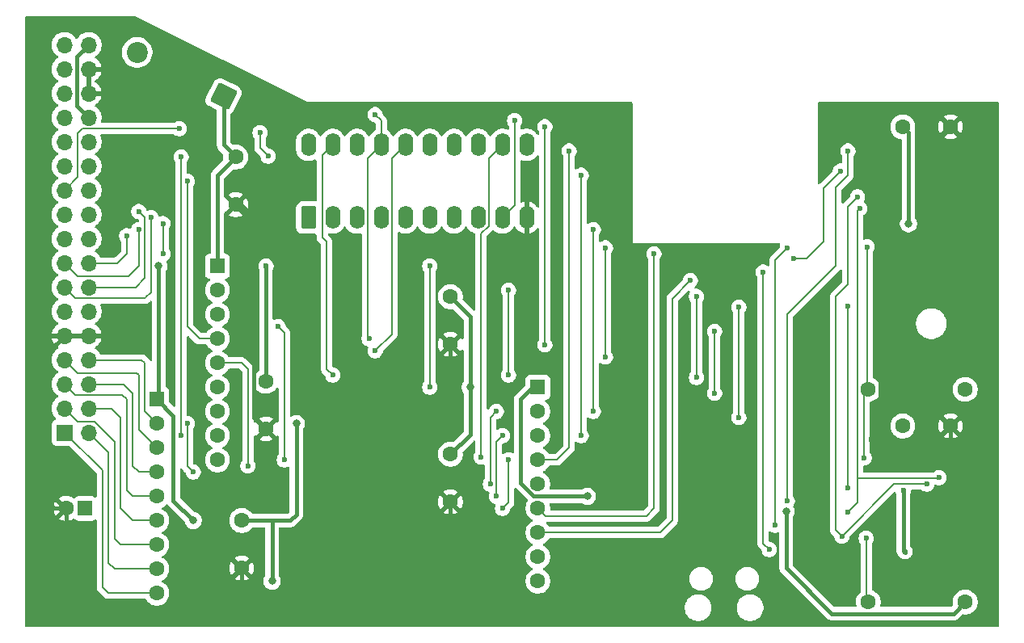
<source format=gbl>
G04 #@! TF.GenerationSoftware,KiCad,Pcbnew,9.0.3*
G04 #@! TF.CreationDate,2025-07-22T08:58:47+01:00*
G04 #@! TF.ProjectId,megaflash,6d656761-666c-4617-9368-2e6b69636164,rev?*
G04 #@! TF.SameCoordinates,Original*
G04 #@! TF.FileFunction,Copper,L2,Bot*
G04 #@! TF.FilePolarity,Positive*
%FSLAX46Y46*%
G04 Gerber Fmt 4.6, Leading zero omitted, Abs format (unit mm)*
G04 Created by KiCad (PCBNEW 9.0.3) date 2025-07-22 08:58:47*
%MOMM*%
%LPD*%
G01*
G04 APERTURE LIST*
G04 Aperture macros list*
%AMRoundRect*
0 Rectangle with rounded corners*
0 $1 Rounding radius*
0 $2 $3 $4 $5 $6 $7 $8 $9 X,Y pos of 4 corners*
0 Add a 4 corners polygon primitive as box body*
4,1,4,$2,$3,$4,$5,$6,$7,$8,$9,$2,$3,0*
0 Add four circle primitives for the rounded corners*
1,1,$1+$1,$2,$3*
1,1,$1+$1,$4,$5*
1,1,$1+$1,$6,$7*
1,1,$1+$1,$8,$9*
0 Add four rect primitives between the rounded corners*
20,1,$1+$1,$2,$3,$4,$5,0*
20,1,$1+$1,$4,$5,$6,$7,0*
20,1,$1+$1,$6,$7,$8,$9,0*
20,1,$1+$1,$8,$9,$2,$3,0*%
G04 Aperture macros list end*
G04 #@! TA.AperFunction,Conductor*
%ADD10C,0.200000*%
G04 #@! TD*
G04 #@! TA.AperFunction,ComponentPad*
%ADD11RoundRect,0.250000X0.550000X0.550000X-0.550000X0.550000X-0.550000X-0.550000X0.550000X-0.550000X0*%
G04 #@! TD*
G04 #@! TA.AperFunction,ComponentPad*
%ADD12C,1.600000*%
G04 #@! TD*
G04 #@! TA.AperFunction,ComponentPad*
%ADD13RoundRect,0.249999X1.143249X0.371464X-0.371464X1.143249X-1.143249X-0.371464X0.371464X-1.143249X0*%
G04 #@! TD*
G04 #@! TA.AperFunction,ComponentPad*
%ADD14C,2.200000*%
G04 #@! TD*
G04 #@! TA.AperFunction,ComponentPad*
%ADD15RoundRect,0.250000X0.550000X-0.950000X0.550000X0.950000X-0.550000X0.950000X-0.550000X-0.950000X0*%
G04 #@! TD*
G04 #@! TA.AperFunction,ComponentPad*
%ADD16O,1.600000X2.400000*%
G04 #@! TD*
G04 #@! TA.AperFunction,ComponentPad*
%ADD17R,1.600000X1.600000*%
G04 #@! TD*
G04 #@! TA.AperFunction,ComponentPad*
%ADD18R,1.700000X1.700000*%
G04 #@! TD*
G04 #@! TA.AperFunction,ComponentPad*
%ADD19O,1.700000X1.700000*%
G04 #@! TD*
G04 #@! TA.AperFunction,ViaPad*
%ADD20C,0.800000*%
G04 #@! TD*
G04 #@! TA.AperFunction,ViaPad*
%ADD21C,0.600000*%
G04 #@! TD*
G04 #@! TA.AperFunction,Conductor*
%ADD22C,0.400000*%
G04 #@! TD*
G04 APERTURE END LIST*
D10*
X152400000Y-99060000D02*
X152400000Y-79375000D01*
D11*
X73755000Y-101600000D03*
D12*
X71755000Y-101600000D03*
X165970000Y-89120000D03*
X155810000Y-89120000D03*
X165970000Y-111415000D03*
X155810000Y-111415000D03*
D13*
X88265000Y-58420000D03*
D14*
X79212374Y-53807457D03*
D15*
X97155000Y-71120000D03*
D16*
X99695000Y-71120000D03*
X102235000Y-71120000D03*
X104775000Y-71120000D03*
X107315000Y-71120000D03*
X109855000Y-71120000D03*
X112395000Y-71120000D03*
X114935000Y-71120000D03*
X117475000Y-71120000D03*
X120015000Y-71120000D03*
X120015000Y-63500000D03*
X117475000Y-63500000D03*
X114935000Y-63500000D03*
X112395000Y-63500000D03*
X109855000Y-63500000D03*
X107315000Y-63500000D03*
X104775000Y-63500000D03*
X102235000Y-63500000D03*
X99695000Y-63500000D03*
X97155000Y-63500000D03*
D12*
X92710000Y-88265000D03*
X92710000Y-93265000D03*
X90170000Y-102870000D03*
X90170000Y-107870000D03*
X159425000Y-92965000D03*
X164425000Y-92965000D03*
X159425000Y-61595000D03*
X164425000Y-61595000D03*
X112030000Y-95925000D03*
X112030000Y-100925000D03*
X112030000Y-79415000D03*
X112030000Y-84415000D03*
X89535000Y-64770000D03*
X89535000Y-69770000D03*
D17*
X121190000Y-88900000D03*
D12*
X121190000Y-91440000D03*
X121190000Y-93980000D03*
X121190000Y-96520000D03*
X121190000Y-99060000D03*
X121190000Y-101600000D03*
X121190000Y-104140000D03*
X121190000Y-106680000D03*
X121190000Y-109220000D03*
D17*
X87630000Y-76200000D03*
D12*
X87630000Y-78740000D03*
X87630000Y-81280000D03*
X87630000Y-83820000D03*
X87630000Y-86360000D03*
X87630000Y-88900000D03*
X87630000Y-91440000D03*
X87630000Y-93980000D03*
X87630000Y-96520000D03*
D17*
X81280000Y-90170000D03*
D12*
X81280000Y-92710000D03*
X81280000Y-95250000D03*
X81280000Y-97790000D03*
X81280000Y-100330000D03*
X81280000Y-102870000D03*
X81280000Y-105410000D03*
X81280000Y-107950000D03*
X81280000Y-110490000D03*
D18*
X71600000Y-93660000D03*
D19*
X74140000Y-93660000D03*
X71600000Y-91120000D03*
X74140000Y-91120000D03*
X71600000Y-88580000D03*
X74140000Y-88580000D03*
X71600000Y-86040000D03*
X74140000Y-86040000D03*
X71600000Y-83500000D03*
X74140000Y-83500000D03*
X71600000Y-80960000D03*
X74140000Y-80960000D03*
X71600000Y-78420000D03*
X74140000Y-78420000D03*
X71600000Y-75880000D03*
X74140000Y-75880000D03*
X71600000Y-73340000D03*
X74140000Y-73340000D03*
X71600000Y-70800000D03*
X74140000Y-70800000D03*
X71600000Y-68260000D03*
X74140000Y-68260000D03*
X71600000Y-65720000D03*
X74140000Y-65720000D03*
X71600000Y-63180000D03*
X74140000Y-63180000D03*
X71600000Y-60640000D03*
X74140000Y-60640000D03*
X71600000Y-58100000D03*
X74140000Y-58100000D03*
X71600000Y-55560000D03*
X74140000Y-55560000D03*
X71600000Y-53020000D03*
X74140000Y-53020000D03*
D20*
X120015000Y-84455000D03*
X164465000Y-109220000D03*
D21*
X136525000Y-81915000D03*
X91440000Y-81280000D03*
D20*
X86360000Y-70290000D03*
X100965000Y-81280000D03*
D21*
X156152505Y-94349999D03*
X163512500Y-73342500D03*
D20*
X111760000Y-90170000D03*
D21*
X136525000Y-107050000D03*
D20*
X164465000Y-104830000D03*
D21*
X136525000Y-94615000D03*
D20*
X100965000Y-78740000D03*
X111125000Y-111125000D03*
D21*
X100965000Y-90170000D03*
D20*
X81475000Y-76200000D03*
D21*
X92710000Y-76200000D03*
D20*
X93345000Y-109220000D03*
X85090000Y-102870000D03*
X95885000Y-92710000D03*
D21*
X159660000Y-106130000D03*
D20*
X160020000Y-71755000D03*
X147189024Y-101915341D03*
D21*
X159460000Y-99695000D03*
D20*
X126365000Y-100330000D03*
X114105000Y-88900000D03*
D21*
X118745000Y-60960000D03*
X83624999Y-61790001D03*
X78105000Y-73025000D03*
X81915000Y-71755000D03*
X81915000Y-74930000D03*
X79375000Y-70485000D03*
X79375000Y-72390000D03*
X92075000Y-62230000D03*
X104140000Y-85090000D03*
X92940000Y-64675000D03*
X83820000Y-64770000D03*
X83820000Y-93980000D03*
X80645000Y-71120000D03*
X103505000Y-83820000D03*
X104140000Y-60325000D03*
X84455000Y-92710000D03*
X85090000Y-97790000D03*
X128270000Y-85725000D03*
X128270000Y-74295000D03*
X115252500Y-96202500D03*
X90805000Y-97155000D03*
X99695000Y-87630000D03*
X124460000Y-64135000D03*
X118110000Y-96520000D03*
X117475000Y-101600000D03*
X118110000Y-87630000D03*
X118110000Y-78740000D03*
X84455000Y-67310000D03*
X94615000Y-96520000D03*
X93980000Y-82550000D03*
X116840000Y-91440000D03*
X116205000Y-99060000D03*
X127000000Y-91440000D03*
X127000000Y-72390000D03*
X137795000Y-79375000D03*
X137795000Y-87880000D03*
X133350000Y-74930000D03*
X147955000Y-75420001D03*
X152875601Y-66250601D03*
X142240000Y-92075000D03*
X142240000Y-80500000D03*
X147320000Y-74295000D03*
X146050000Y-103360000D03*
X139700000Y-89535000D03*
X139700000Y-83040000D03*
X147320000Y-100820000D03*
X153670000Y-64135000D03*
X144780000Y-76835000D03*
X145415000Y-105900000D03*
X109855000Y-76200000D03*
X109855000Y-88900000D03*
X137160000Y-77720000D03*
X125730000Y-66675000D03*
X116839995Y-100330005D03*
X117475000Y-93980000D03*
X125730000Y-93980000D03*
X121920000Y-84455000D03*
X121920000Y-61595000D03*
X155381000Y-96298738D03*
X155670000Y-74176188D03*
X155575000Y-104730000D03*
X153670000Y-99430000D03*
X153670000Y-80440593D03*
X161925000Y-99060000D03*
X154680000Y-68955000D03*
X153035002Y-104510000D03*
X163195000Y-98380000D03*
X153670000Y-101970000D03*
X154904988Y-70168603D03*
D22*
X157010000Y-77635000D02*
X157010000Y-93492504D01*
X157010000Y-93492504D02*
X156152505Y-94349999D01*
X161283561Y-73361439D02*
X157010000Y-77635000D01*
X163512500Y-73361439D02*
X161283561Y-73361439D01*
X163512500Y-73342500D02*
X163512500Y-73361439D01*
X136525000Y-94615000D02*
X136525000Y-107050000D01*
X82865000Y-58100000D02*
X86360000Y-61595000D01*
X90170000Y-111125000D02*
X88900000Y-112395000D01*
X136525000Y-94615000D02*
X136525000Y-81915000D01*
X120015000Y-71120000D02*
X120015000Y-84455000D01*
X164465000Y-104830000D02*
X164465000Y-109220000D01*
X71755000Y-101600000D02*
X71755000Y-111125000D01*
X112030000Y-100925000D02*
X109855000Y-98750000D01*
X70485000Y-101600000D02*
X69850000Y-100965000D01*
X109855000Y-92075000D02*
X111760000Y-90170000D01*
X69850000Y-85250000D02*
X71600000Y-83500000D01*
X74140000Y-58100000D02*
X82865000Y-58100000D01*
X112030000Y-84415000D02*
X112030000Y-89900000D01*
X164465000Y-104830000D02*
X164425000Y-104790000D01*
X90090000Y-69770000D02*
X89535000Y-69770000D01*
X112030000Y-89900000D02*
X111760000Y-90170000D01*
X71755000Y-101600000D02*
X70485000Y-101600000D01*
X163512500Y-62507500D02*
X164425000Y-61595000D01*
X163512500Y-73342500D02*
X163512500Y-62507500D01*
X69850000Y-100965000D02*
X69850000Y-85250000D01*
X91440000Y-92075000D02*
X91440000Y-81280000D01*
X112030000Y-100925000D02*
X112030000Y-110220000D01*
X73025000Y-112395000D02*
X71755000Y-111125000D01*
X90170000Y-107870000D02*
X90170000Y-111125000D01*
X92710000Y-93265000D02*
X91520000Y-92075000D01*
X88900000Y-112395000D02*
X73025000Y-112395000D01*
X86360000Y-61595000D02*
X86360000Y-70290000D01*
X100965000Y-90170000D02*
X100965000Y-78740000D01*
X91520000Y-92075000D02*
X91440000Y-92075000D01*
X91440000Y-71120000D02*
X90090000Y-69770000D01*
X112030000Y-110220000D02*
X111125000Y-111125000D01*
X164425000Y-104790000D02*
X164425000Y-92965000D01*
X91440000Y-81280000D02*
X91440000Y-71120000D01*
X109855000Y-98750000D02*
X109855000Y-92075000D01*
X87630000Y-66675000D02*
X87630000Y-76200000D01*
X88265000Y-63500000D02*
X89535000Y-64770000D01*
X81280000Y-90170000D02*
X82990000Y-91880000D01*
X93345000Y-102870000D02*
X90170000Y-102870000D01*
X92710000Y-88265000D02*
X92710000Y-76200000D01*
X93345000Y-102870000D02*
X95250000Y-102870000D01*
X82990000Y-100770000D02*
X85090000Y-102870000D01*
X93345000Y-102870000D02*
X93345000Y-109220000D01*
X89535000Y-64770000D02*
X87630000Y-66675000D01*
X81280000Y-90170000D02*
X81475000Y-89975000D01*
X95250000Y-102870000D02*
X95885000Y-102235000D01*
X88265000Y-58420000D02*
X88265000Y-63500000D01*
X82990000Y-91880000D02*
X82990000Y-100770000D01*
X81475000Y-89975000D02*
X81475000Y-76200000D01*
X95885000Y-102235000D02*
X95885000Y-92710000D01*
X164770000Y-112615000D02*
X151985000Y-112615000D01*
X121190000Y-88900000D02*
X120650000Y-88900000D01*
X151985000Y-112615000D02*
X147189024Y-107819024D01*
X112030000Y-79415000D02*
X114105000Y-81490000D01*
X159460000Y-106030000D02*
X159460000Y-99960000D01*
X165970000Y-111415000D02*
X164770000Y-112615000D01*
X147189024Y-107819024D02*
X147189024Y-101915341D01*
X114105000Y-93850000D02*
X114105000Y-88900000D01*
X160020000Y-62190000D02*
X159425000Y-61595000D01*
X114105000Y-81490000D02*
X114105000Y-88900000D01*
X159660000Y-106230000D02*
X159460000Y-106030000D01*
X119380000Y-90170000D02*
X119380000Y-98947057D01*
X120762943Y-100330000D02*
X126365000Y-100330000D01*
X160020000Y-71755000D02*
X160020000Y-62190000D01*
X119380000Y-98947057D02*
X120762943Y-100330000D01*
X120650000Y-88900000D02*
X119380000Y-90170000D01*
X112030000Y-95925000D02*
X114105000Y-93850000D01*
X74140000Y-53020000D02*
X72890000Y-54270000D01*
X72890000Y-59390000D02*
X74140000Y-60640000D01*
X72890000Y-54270000D02*
X72890000Y-59390000D01*
D10*
X81280000Y-110490000D02*
X76200000Y-110490000D01*
X71600000Y-93660000D02*
X75565000Y-97625000D01*
X75565000Y-109855034D02*
X76199983Y-110490017D01*
X75565000Y-97625000D02*
X75565000Y-109855034D01*
X76200000Y-110490000D02*
X76199983Y-110490017D01*
X71600000Y-86040000D02*
X72990000Y-87430000D01*
X81280000Y-95250000D02*
X79375000Y-93345000D01*
X72990000Y-87430000D02*
X79175000Y-87430000D01*
X79375000Y-87630000D02*
X79375000Y-93345000D01*
X79175000Y-87430000D02*
X79375000Y-87630000D01*
X117475000Y-71120000D02*
X118745000Y-69850000D01*
X72990000Y-66870000D02*
X72990000Y-62265000D01*
X71600000Y-68260000D02*
X72990000Y-66870000D01*
X73464995Y-61790005D02*
X83624995Y-61790005D01*
X118745000Y-69850000D02*
X118745000Y-60960000D01*
X72990000Y-62265000D02*
X73464995Y-61790005D01*
X78105000Y-73025000D02*
X78105000Y-74930000D01*
X77155000Y-75880000D02*
X74140000Y-75880000D01*
X78105000Y-74930000D02*
X77155000Y-75880000D01*
X81915000Y-74930000D02*
X81915000Y-71755000D01*
X77470000Y-92075000D02*
X77470000Y-101600000D01*
X78740000Y-102870000D02*
X81280000Y-102870000D01*
X76515000Y-91120000D02*
X77470000Y-92075000D01*
X77470000Y-101600000D02*
X78740000Y-102870000D01*
X74140000Y-91120000D02*
X76515000Y-91120000D01*
X80010000Y-71120000D02*
X80010000Y-77470000D01*
X79060000Y-78420000D02*
X80010000Y-77470000D01*
X74140000Y-78420000D02*
X79060000Y-78420000D01*
X79375000Y-70485000D02*
X80010000Y-71120000D01*
X72990000Y-77270000D02*
X71600000Y-75880000D01*
X78305000Y-77270000D02*
X72990000Y-77270000D01*
X79375000Y-76200000D02*
X78305000Y-77270000D01*
X79375000Y-72390000D02*
X79375000Y-76200000D01*
X105875000Y-64940000D02*
X105875000Y-83355000D01*
X105875000Y-83355000D02*
X104140000Y-85090000D01*
X107315000Y-63500000D02*
X105875000Y-64940000D01*
X92075000Y-62230000D02*
X92075000Y-63810000D01*
X92075000Y-63810000D02*
X92940000Y-64675000D01*
X78105000Y-99695000D02*
X78740000Y-100330000D01*
X78105000Y-90170000D02*
X78105000Y-99695000D01*
X71600000Y-88580000D02*
X72750000Y-89730000D01*
X81280000Y-100330000D02*
X78740000Y-100330000D01*
X77665000Y-89730000D02*
X78105000Y-90170000D01*
X72750000Y-89730000D02*
X77665000Y-89730000D01*
X83820000Y-93980000D02*
X83820000Y-64770000D01*
X74730000Y-92510000D02*
X76835000Y-94615000D01*
X72990000Y-92510000D02*
X74730000Y-92510000D01*
X76835000Y-94615000D02*
X76835000Y-104775000D01*
X76835000Y-104775000D02*
X77470000Y-105410000D01*
X71600000Y-91120000D02*
X72990000Y-92510000D01*
X77470000Y-105410000D02*
X81280000Y-105410000D01*
X80010008Y-79570000D02*
X80107504Y-79472504D01*
X80645000Y-71120000D02*
X80645000Y-78935008D01*
X80645000Y-78935008D02*
X80107504Y-79472504D01*
X72750000Y-79570000D02*
X80010008Y-79570000D01*
X80107504Y-79472504D02*
X80010000Y-79570008D01*
X71600000Y-78420000D02*
X72750000Y-79570000D01*
X81280000Y-107950000D02*
X76835000Y-107950000D01*
X76835000Y-107950000D02*
X76200000Y-107315000D01*
X76200000Y-107315000D02*
X76200000Y-95720000D01*
X76200000Y-95720000D02*
X74140000Y-93660000D01*
X104140000Y-60325000D02*
X104775000Y-60960000D01*
X104775000Y-60960000D02*
X104775000Y-63500000D01*
X103335000Y-83650000D02*
X103505000Y-83820000D01*
X103335000Y-64940000D02*
X103335000Y-83650000D01*
X104775000Y-63500000D02*
X103335000Y-64940000D01*
X84455000Y-92710000D02*
X84455000Y-97155000D01*
X74140000Y-86040000D02*
X79690000Y-86040000D01*
X84455000Y-97155000D02*
X85090000Y-97790000D01*
X80010000Y-91440000D02*
X81280000Y-92710000D01*
X79690000Y-86040000D02*
X80010000Y-86360000D01*
X80010000Y-86360000D02*
X80010000Y-91440000D01*
X77785000Y-88580000D02*
X78740000Y-89535000D01*
X78740000Y-97155000D02*
X79375000Y-97790000D01*
X79375000Y-97790000D02*
X81280000Y-97790000D01*
X78740000Y-89535000D02*
X78740000Y-97155000D01*
X74140000Y-88580000D02*
X77785000Y-88580000D01*
X128270000Y-85725000D02*
X128270000Y-74295000D01*
X116035000Y-64940000D02*
X116035000Y-71975635D01*
X116035000Y-71975635D02*
X115252500Y-72758135D01*
X90170000Y-86360000D02*
X90805000Y-86995000D01*
X90805000Y-86995000D02*
X90805000Y-97155000D01*
X87630000Y-86360000D02*
X90170000Y-86360000D01*
X117475000Y-63500000D02*
X116035000Y-64940000D01*
X115252500Y-72758135D02*
X115252500Y-96202500D01*
X99060000Y-73660000D02*
X99060000Y-86995000D01*
X99695000Y-63500000D02*
X98595000Y-64600000D01*
X99060000Y-86995000D02*
X99695000Y-87630000D01*
X98595000Y-73195000D02*
X99060000Y-73660000D01*
X98595000Y-64600000D02*
X98595000Y-73195000D01*
X123190000Y-96520000D02*
X124460000Y-95250000D01*
X118110000Y-100965000D02*
X117475000Y-101600000D01*
X121190000Y-96520000D02*
X123190000Y-96520000D01*
X118110000Y-96520000D02*
X118110000Y-100965000D01*
X124460000Y-95250000D02*
X124460000Y-64135000D01*
X118110000Y-87630000D02*
X118110000Y-78740000D01*
X94615000Y-83185000D02*
X94615000Y-96520000D01*
X85725000Y-83820000D02*
X87630000Y-83820000D01*
X84455000Y-82550000D02*
X85725000Y-83820000D01*
X84455000Y-67310000D02*
X84455000Y-82550000D01*
X93980000Y-82550000D02*
X94615000Y-83185000D01*
X116840000Y-91440000D02*
X116205000Y-92075000D01*
X116205000Y-92075000D02*
X116205000Y-99060000D01*
X127000000Y-91440000D02*
X127000000Y-72390000D01*
X137795000Y-79375000D02*
X137795000Y-87880000D01*
X151130000Y-73660000D02*
X149369999Y-75420001D01*
X152875601Y-66250601D02*
X151130000Y-67996202D01*
X133350000Y-101600000D02*
X133350000Y-74930000D01*
X121989999Y-102399999D02*
X132550001Y-102399999D01*
X149369999Y-75420001D02*
X147955000Y-75420001D01*
X151130000Y-67996202D02*
X151130000Y-73660000D01*
X121190000Y-101600000D02*
X121989999Y-102399999D01*
X132550001Y-102399999D02*
X133350000Y-101600000D01*
X142240000Y-92075000D02*
X142240000Y-80500000D01*
X147320000Y-74295000D02*
X146050000Y-75565000D01*
X146050000Y-75565000D02*
X146050000Y-103360000D01*
X139700000Y-83040000D02*
X139700000Y-89535000D01*
X152400000Y-76200000D02*
X147320000Y-81280000D01*
X153670000Y-66675000D02*
X153670000Y-64135000D01*
X152400000Y-76200000D02*
X152400000Y-67945000D01*
X147320000Y-81280000D02*
X147320000Y-100820000D01*
X152400000Y-67945000D02*
X153670000Y-66675000D01*
X144780000Y-105265000D02*
X145415000Y-105900000D01*
X144780000Y-76835000D02*
X144780000Y-105265000D01*
X109855000Y-76200000D02*
X109855000Y-88900000D01*
X135255000Y-79625000D02*
X135255000Y-102870000D01*
X135255000Y-102870000D02*
X133985000Y-104140000D01*
X137160000Y-77720000D02*
X135255000Y-79625000D01*
X133985000Y-104140000D02*
X121190000Y-104140000D01*
X117475000Y-93980000D02*
X116840000Y-94615000D01*
X116840000Y-94615000D02*
X116840000Y-100330000D01*
X116840000Y-100330000D02*
X116839995Y-100330005D01*
X125730000Y-93980000D02*
X125730000Y-66675000D01*
X121920000Y-61595000D02*
X121920000Y-84455000D01*
X155381000Y-89549000D02*
X155381000Y-96298738D01*
X155810000Y-89120000D02*
X155381000Y-89549000D01*
X155670000Y-88980000D02*
X155670000Y-74176188D01*
X155810000Y-89120000D02*
X155670000Y-88980000D01*
X155575000Y-111180000D02*
X155810000Y-111415000D01*
X155575000Y-104730000D02*
X155575000Y-111180000D01*
X153670000Y-80440593D02*
X153670000Y-99430000D01*
X153035002Y-104509996D02*
X153035002Y-104510000D01*
X152400000Y-103874998D02*
X153035002Y-104510000D01*
X152400000Y-99060000D02*
X152400000Y-103874998D01*
X153670000Y-69965000D02*
X153670000Y-78105000D01*
X153670000Y-78105000D02*
X152400000Y-79375000D01*
X161925000Y-99060000D02*
X158484998Y-99060000D01*
X154680000Y-68955000D02*
X153670000Y-69965000D01*
X158484998Y-99060000D02*
X153035002Y-104509996D01*
X154651000Y-70422591D02*
X154651000Y-98425000D01*
X154651000Y-100989000D02*
X153670000Y-101970000D01*
X163195000Y-98380000D02*
X163172500Y-98402500D01*
X154651000Y-98425000D02*
X154651000Y-100989000D01*
X163172500Y-98402500D02*
X154673500Y-98402500D01*
X154904988Y-70168603D02*
X154651000Y-70422591D01*
X163195000Y-98380000D02*
X163150000Y-98425000D01*
X154673500Y-98402500D02*
X154651000Y-98425000D01*
G04 #@! TA.AperFunction,Conductor*
G36*
X91610703Y-88969972D02*
G01*
X91629817Y-88990798D01*
X91654456Y-89024711D01*
X91718034Y-89112219D01*
X91862786Y-89256971D01*
X92017749Y-89369556D01*
X92028390Y-89377287D01*
X92144607Y-89436503D01*
X92210776Y-89470218D01*
X92210778Y-89470218D01*
X92210781Y-89470220D01*
X92315137Y-89504127D01*
X92405465Y-89533477D01*
X92506557Y-89549488D01*
X92607648Y-89565500D01*
X92607649Y-89565500D01*
X92812351Y-89565500D01*
X92812352Y-89565500D01*
X93014534Y-89533477D01*
X93209219Y-89470220D01*
X93391610Y-89377287D01*
X93495919Y-89301503D01*
X93557213Y-89256971D01*
X93557215Y-89256968D01*
X93557219Y-89256966D01*
X93701966Y-89112219D01*
X93790181Y-88990799D01*
X93845511Y-88948134D01*
X93915125Y-88942155D01*
X93976920Y-88974760D01*
X94011277Y-89035599D01*
X94014500Y-89063685D01*
X94014500Y-92467164D01*
X93994815Y-92534203D01*
X93942011Y-92579958D01*
X93872853Y-92589902D01*
X93809297Y-92560877D01*
X93790183Y-92540050D01*
X93789476Y-92539077D01*
X93789474Y-92539076D01*
X93110000Y-93218551D01*
X93110000Y-93212339D01*
X93082741Y-93110606D01*
X93030080Y-93019394D01*
X92955606Y-92944920D01*
X92864394Y-92892259D01*
X92762661Y-92865000D01*
X92756446Y-92865000D01*
X93435922Y-92185524D01*
X93435921Y-92185523D01*
X93391359Y-92153147D01*
X93391350Y-92153141D01*
X93209031Y-92060244D01*
X93014417Y-91997009D01*
X92812317Y-91965000D01*
X92607683Y-91965000D01*
X92405582Y-91997009D01*
X92210968Y-92060244D01*
X92028644Y-92153143D01*
X91984077Y-92185523D01*
X91984077Y-92185524D01*
X92663554Y-92865000D01*
X92657339Y-92865000D01*
X92555606Y-92892259D01*
X92464394Y-92944920D01*
X92389920Y-93019394D01*
X92337259Y-93110606D01*
X92310000Y-93212339D01*
X92310000Y-93218553D01*
X91630524Y-92539077D01*
X91630522Y-92539077D01*
X91629818Y-92540047D01*
X91604840Y-92559307D01*
X91581011Y-92579956D01*
X91577387Y-92580476D01*
X91574488Y-92582713D01*
X91543069Y-92585411D01*
X91511853Y-92589900D01*
X91508521Y-92588378D01*
X91504875Y-92588692D01*
X91476984Y-92573976D01*
X91448297Y-92560875D01*
X91446317Y-92557795D01*
X91443080Y-92556087D01*
X91427573Y-92528628D01*
X91410523Y-92502097D01*
X91409816Y-92497184D01*
X91408723Y-92495248D01*
X91405500Y-92467162D01*
X91405500Y-89063685D01*
X91425185Y-88996646D01*
X91477989Y-88950891D01*
X91547147Y-88940947D01*
X91610703Y-88969972D01*
G37*
G04 #@! TD.AperFunction*
G04 #@! TA.AperFunction,Conductor*
G36*
X80693834Y-79837924D02*
G01*
X80749768Y-79879795D01*
X80774184Y-79945260D01*
X80774500Y-79954105D01*
X80774500Y-86020378D01*
X80754815Y-86087417D01*
X80702011Y-86133172D01*
X80632853Y-86143116D01*
X80569297Y-86114091D01*
X80543113Y-86082378D01*
X80490522Y-85991287D01*
X80490521Y-85991286D01*
X80490520Y-85991284D01*
X80378716Y-85879480D01*
X80378715Y-85879479D01*
X80374385Y-85875149D01*
X80374374Y-85875139D01*
X80177590Y-85678355D01*
X80177588Y-85678352D01*
X80058717Y-85559481D01*
X80058716Y-85559480D01*
X79945485Y-85494106D01*
X79945485Y-85494105D01*
X79945480Y-85494104D01*
X79937211Y-85489329D01*
X79921786Y-85480423D01*
X79879796Y-85469172D01*
X79769057Y-85439499D01*
X79610943Y-85439499D01*
X79603347Y-85439499D01*
X79603331Y-85439500D01*
X75425719Y-85439500D01*
X75358680Y-85419815D01*
X75315235Y-85371795D01*
X75295052Y-85332185D01*
X75295051Y-85332184D01*
X75170109Y-85160213D01*
X75019786Y-85009890D01*
X74847817Y-84884949D01*
X74838504Y-84880204D01*
X74787707Y-84832230D01*
X74770912Y-84764409D01*
X74793449Y-84698274D01*
X74838507Y-84659232D01*
X74847558Y-84654620D01*
X75019459Y-84529727D01*
X75019464Y-84529723D01*
X75169723Y-84379464D01*
X75169727Y-84379459D01*
X75294620Y-84207557D01*
X75391095Y-84018217D01*
X75456757Y-83816129D01*
X75456757Y-83816126D01*
X75467231Y-83750000D01*
X74573012Y-83750000D01*
X74605925Y-83692993D01*
X74640000Y-83565826D01*
X74640000Y-83434174D01*
X74605925Y-83307007D01*
X74573012Y-83250000D01*
X75467231Y-83250000D01*
X75456757Y-83183873D01*
X75456757Y-83183870D01*
X75391095Y-82981782D01*
X75294620Y-82792442D01*
X75169727Y-82620540D01*
X75169723Y-82620535D01*
X75019464Y-82470276D01*
X75019459Y-82470272D01*
X74847555Y-82345377D01*
X74838500Y-82340763D01*
X74787706Y-82292788D01*
X74770912Y-82224966D01*
X74793451Y-82158832D01*
X74838508Y-82119793D01*
X74847816Y-82115051D01*
X74927007Y-82057515D01*
X75019786Y-81990109D01*
X75019788Y-81990106D01*
X75019792Y-81990104D01*
X75170104Y-81839792D01*
X75170106Y-81839788D01*
X75170109Y-81839786D01*
X75295048Y-81667820D01*
X75295047Y-81667820D01*
X75295051Y-81667816D01*
X75391557Y-81478412D01*
X75457246Y-81276243D01*
X75490500Y-81066287D01*
X75490500Y-80853713D01*
X75457246Y-80643757D01*
X75391557Y-80441588D01*
X75345296Y-80350795D01*
X75332400Y-80282125D01*
X75358677Y-80217385D01*
X75415783Y-80177128D01*
X75455781Y-80170500D01*
X79922841Y-80170500D01*
X79922980Y-80170509D01*
X79930943Y-80170509D01*
X80089054Y-80170509D01*
X80089057Y-80170509D01*
X80241785Y-80129585D01*
X80378716Y-80050527D01*
X80378721Y-80050521D01*
X80378724Y-80050520D01*
X80490528Y-79938716D01*
X80490529Y-79938713D01*
X80562820Y-79866422D01*
X80624143Y-79832939D01*
X80693834Y-79837924D01*
G37*
G04 #@! TD.AperFunction*
G04 #@! TA.AperFunction,Conductor*
G36*
X73674075Y-83307007D02*
G01*
X73640000Y-83434174D01*
X73640000Y-83565826D01*
X73674075Y-83692993D01*
X73706988Y-83750000D01*
X72033012Y-83750000D01*
X72065925Y-83692993D01*
X72100000Y-83565826D01*
X72100000Y-83434174D01*
X72065925Y-83307007D01*
X72033012Y-83250000D01*
X73706988Y-83250000D01*
X73674075Y-83307007D01*
G37*
G04 #@! TD.AperFunction*
G04 #@! TA.AperFunction,Conductor*
G36*
X74390000Y-57666988D02*
G01*
X74332993Y-57634075D01*
X74205826Y-57600000D01*
X74074174Y-57600000D01*
X73947007Y-57634075D01*
X73890000Y-57666988D01*
X73890000Y-55993012D01*
X73947007Y-56025925D01*
X74074174Y-56060000D01*
X74205826Y-56060000D01*
X74332993Y-56025925D01*
X74390000Y-55993012D01*
X74390000Y-57666988D01*
G37*
G04 #@! TD.AperFunction*
G04 #@! TA.AperFunction,Conductor*
G36*
X121281920Y-64609760D02*
G01*
X121316277Y-64670599D01*
X121319500Y-64698685D01*
X121319500Y-69922164D01*
X121299815Y-69989203D01*
X121247011Y-70034958D01*
X121177853Y-70044902D01*
X121114297Y-70015877D01*
X121095182Y-69995050D01*
X121006582Y-69873105D01*
X121006582Y-69873104D01*
X120861895Y-69728417D01*
X120696349Y-69608140D01*
X120514029Y-69515244D01*
X120319413Y-69452009D01*
X120265000Y-69443390D01*
X120265000Y-70804314D01*
X120260606Y-70799920D01*
X120169394Y-70747259D01*
X120067661Y-70720000D01*
X119962339Y-70720000D01*
X119860606Y-70747259D01*
X119769394Y-70799920D01*
X119765000Y-70804314D01*
X119765000Y-69443390D01*
X119710586Y-69452009D01*
X119511339Y-69516749D01*
X119510929Y-69515487D01*
X119447470Y-69522303D01*
X119384994Y-69491022D01*
X119349348Y-69430929D01*
X119345500Y-69400276D01*
X119345500Y-65220266D01*
X119365185Y-65153227D01*
X119417989Y-65107472D01*
X119487147Y-65097528D01*
X119511029Y-65104080D01*
X119511148Y-65103714D01*
X119515777Y-65105218D01*
X119515781Y-65105220D01*
X119643820Y-65146822D01*
X119710465Y-65168477D01*
X119811557Y-65184488D01*
X119912648Y-65200500D01*
X119912649Y-65200500D01*
X120117351Y-65200500D01*
X120117352Y-65200500D01*
X120319534Y-65168477D01*
X120514219Y-65105220D01*
X120696610Y-65012287D01*
X120789590Y-64944732D01*
X120862213Y-64891971D01*
X120862215Y-64891968D01*
X120862219Y-64891966D01*
X121006966Y-64747219D01*
X121095181Y-64625799D01*
X121150511Y-64583134D01*
X121220125Y-64577155D01*
X121281920Y-64609760D01*
G37*
G04 #@! TD.AperFunction*
G04 #@! TA.AperFunction,Conductor*
G36*
X79026063Y-50013591D02*
G01*
X96981706Y-58991412D01*
X96986912Y-58995164D01*
X96996244Y-58999030D01*
X97000242Y-59000686D01*
X97003782Y-59000812D01*
X97013866Y-59001528D01*
X97020206Y-59000500D01*
X130976000Y-59000500D01*
X131043039Y-59020185D01*
X131088794Y-59072989D01*
X131100000Y-59124500D01*
X131100000Y-73800000D01*
X146473002Y-73800000D01*
X146540041Y-73819685D01*
X146585796Y-73872489D01*
X146595740Y-73941647D01*
X146587563Y-73971450D01*
X146578224Y-73993999D01*
X146550263Y-74061502D01*
X146550261Y-74061508D01*
X146519361Y-74216850D01*
X146486976Y-74278761D01*
X146485425Y-74280339D01*
X145569481Y-75196282D01*
X145569475Y-75196290D01*
X145521436Y-75279498D01*
X145521436Y-75279499D01*
X145490423Y-75333215D01*
X145449499Y-75485943D01*
X145449499Y-75485945D01*
X145449499Y-75654046D01*
X145449500Y-75654059D01*
X145449500Y-76087604D01*
X145429815Y-76154643D01*
X145377011Y-76200398D01*
X145307853Y-76210342D01*
X145256609Y-76190706D01*
X145159185Y-76125609D01*
X145159172Y-76125602D01*
X145013501Y-76065264D01*
X145013489Y-76065261D01*
X144858845Y-76034500D01*
X144858842Y-76034500D01*
X144701158Y-76034500D01*
X144701155Y-76034500D01*
X144546510Y-76065261D01*
X144546498Y-76065264D01*
X144400827Y-76125602D01*
X144400814Y-76125609D01*
X144269711Y-76213210D01*
X144269707Y-76213213D01*
X144158213Y-76324707D01*
X144158210Y-76324711D01*
X144070609Y-76455814D01*
X144070602Y-76455827D01*
X144010264Y-76601498D01*
X144010261Y-76601510D01*
X143979500Y-76756153D01*
X143979500Y-76913846D01*
X144010261Y-77068489D01*
X144010264Y-77068501D01*
X144070602Y-77214172D01*
X144070609Y-77214185D01*
X144158602Y-77345874D01*
X144179480Y-77412551D01*
X144179500Y-77414765D01*
X144179500Y-105178330D01*
X144179499Y-105178348D01*
X144179499Y-105344054D01*
X144179498Y-105344054D01*
X144220423Y-105496785D01*
X144239887Y-105530496D01*
X144239888Y-105530500D01*
X144299475Y-105633709D01*
X144299481Y-105633717D01*
X144418349Y-105752585D01*
X144418355Y-105752590D01*
X144580425Y-105914660D01*
X144613910Y-105975983D01*
X144614361Y-105978149D01*
X144645261Y-106133491D01*
X144645264Y-106133501D01*
X144705602Y-106279172D01*
X144705609Y-106279185D01*
X144793210Y-106410288D01*
X144793213Y-106410292D01*
X144904707Y-106521786D01*
X144904711Y-106521789D01*
X145035814Y-106609390D01*
X145035827Y-106609397D01*
X145170656Y-106665244D01*
X145181503Y-106669737D01*
X145336153Y-106700499D01*
X145336156Y-106700500D01*
X145336158Y-106700500D01*
X145493844Y-106700500D01*
X145493845Y-106700499D01*
X145648497Y-106669737D01*
X145794179Y-106609394D01*
X145925289Y-106521789D01*
X146036789Y-106410289D01*
X146124394Y-106279179D01*
X146184737Y-106133497D01*
X146215500Y-105978842D01*
X146215500Y-105821158D01*
X146215500Y-105821155D01*
X146215499Y-105821153D01*
X146206578Y-105776303D01*
X146184737Y-105666503D01*
X146171156Y-105633716D01*
X146124397Y-105520827D01*
X146124390Y-105520814D01*
X146036789Y-105389711D01*
X146036786Y-105389707D01*
X145925292Y-105278213D01*
X145925288Y-105278210D01*
X145794185Y-105190609D01*
X145794172Y-105190602D01*
X145648501Y-105130264D01*
X145648491Y-105130261D01*
X145493151Y-105099362D01*
X145476393Y-105090595D01*
X145457912Y-105086575D01*
X145432876Y-105067832D01*
X145431241Y-105066977D01*
X145429658Y-105065423D01*
X145416815Y-105052579D01*
X145383333Y-104991254D01*
X145380500Y-104964901D01*
X145380500Y-104107395D01*
X145400185Y-104040356D01*
X145452989Y-103994601D01*
X145522147Y-103984657D01*
X145573390Y-104004292D01*
X145670821Y-104069394D01*
X145670823Y-104069395D01*
X145670827Y-104069397D01*
X145764534Y-104108211D01*
X145816503Y-104129737D01*
X145936123Y-104153531D01*
X145971153Y-104160499D01*
X145971156Y-104160500D01*
X145971158Y-104160500D01*
X146128844Y-104160500D01*
X146128845Y-104160499D01*
X146283497Y-104129737D01*
X146317071Y-104115829D01*
X146386541Y-104108361D01*
X146449020Y-104139636D01*
X146484672Y-104199725D01*
X146488524Y-104230391D01*
X146488524Y-107750030D01*
X146488524Y-107888018D01*
X146488524Y-107888020D01*
X146488523Y-107888020D01*
X146515442Y-108023346D01*
X146515445Y-108023356D01*
X146568246Y-108150831D01*
X146644911Y-108265569D01*
X146644912Y-108265570D01*
X149112729Y-110733386D01*
X151538457Y-113159114D01*
X151584412Y-113189819D01*
X151653189Y-113235775D01*
X151743332Y-113273113D01*
X151780671Y-113288580D01*
X151807591Y-113293934D01*
X151897937Y-113311905D01*
X151916006Y-113315500D01*
X151916007Y-113315500D01*
X164838996Y-113315500D01*
X164947432Y-113293930D01*
X164974328Y-113288580D01*
X165038069Y-113262177D01*
X165101807Y-113235777D01*
X165101808Y-113235776D01*
X165101811Y-113235775D01*
X165216543Y-113159114D01*
X165643851Y-112731804D01*
X165705174Y-112698320D01*
X165750930Y-112697013D01*
X165867648Y-112715500D01*
X165867649Y-112715500D01*
X166072351Y-112715500D01*
X166072352Y-112715500D01*
X166274534Y-112683477D01*
X166469219Y-112620220D01*
X166651610Y-112527287D01*
X166744590Y-112459732D01*
X166817213Y-112406971D01*
X166817215Y-112406968D01*
X166817219Y-112406966D01*
X166961966Y-112262219D01*
X166961968Y-112262215D01*
X166961971Y-112262213D01*
X167072397Y-112110222D01*
X167082287Y-112096610D01*
X167175220Y-111914219D01*
X167238477Y-111719534D01*
X167270500Y-111517352D01*
X167270500Y-111312648D01*
X167248162Y-111171613D01*
X167238477Y-111110465D01*
X167193011Y-110970537D01*
X167175220Y-110915781D01*
X167175218Y-110915778D01*
X167175218Y-110915776D01*
X167141503Y-110849607D01*
X167082287Y-110733390D01*
X167010066Y-110633985D01*
X166961971Y-110567786D01*
X166817213Y-110423028D01*
X166651613Y-110302715D01*
X166651612Y-110302714D01*
X166651610Y-110302713D01*
X166594653Y-110273691D01*
X166469223Y-110209781D01*
X166274534Y-110146522D01*
X166099995Y-110118878D01*
X166072352Y-110114500D01*
X165867648Y-110114500D01*
X165843329Y-110118351D01*
X165665465Y-110146522D01*
X165470776Y-110209781D01*
X165288386Y-110302715D01*
X165122786Y-110423028D01*
X164978028Y-110567786D01*
X164857715Y-110733386D01*
X164764781Y-110915776D01*
X164701522Y-111110465D01*
X164669500Y-111312648D01*
X164669500Y-111517351D01*
X164687986Y-111634068D01*
X164687284Y-111639492D01*
X164689197Y-111644619D01*
X164682854Y-111673778D01*
X164679031Y-111703362D01*
X164675200Y-111708964D01*
X164674346Y-111712892D01*
X164653194Y-111741147D01*
X164516160Y-111878182D01*
X164454840Y-111911666D01*
X164428481Y-111914500D01*
X157185801Y-111914500D01*
X157118762Y-111894815D01*
X157073007Y-111842011D01*
X157063063Y-111772853D01*
X157067870Y-111752183D01*
X157078475Y-111719542D01*
X157078475Y-111719538D01*
X157078477Y-111719534D01*
X157110500Y-111517352D01*
X157110500Y-111312648D01*
X157088162Y-111171613D01*
X157078477Y-111110465D01*
X157033011Y-110970537D01*
X157015220Y-110915781D01*
X157015218Y-110915778D01*
X157015218Y-110915776D01*
X156981503Y-110849607D01*
X156922287Y-110733390D01*
X156850066Y-110633985D01*
X156801971Y-110567786D01*
X156657213Y-110423028D01*
X156491613Y-110302715D01*
X156491612Y-110302714D01*
X156491610Y-110302713D01*
X156309219Y-110209780D01*
X156261181Y-110194171D01*
X156203506Y-110154734D01*
X156176308Y-110090376D01*
X156175500Y-110076241D01*
X156175500Y-105309765D01*
X156195185Y-105242726D01*
X156196398Y-105240874D01*
X156233105Y-105185939D01*
X156284394Y-105109179D01*
X156344737Y-104963497D01*
X156375500Y-104808842D01*
X156375500Y-104651158D01*
X156375500Y-104651155D01*
X156375499Y-104651153D01*
X156363104Y-104588842D01*
X156344737Y-104496503D01*
X156323211Y-104444534D01*
X156284397Y-104350827D01*
X156284390Y-104350814D01*
X156196789Y-104219711D01*
X156196786Y-104219707D01*
X156085292Y-104108213D01*
X156085288Y-104108210D01*
X155954185Y-104020609D01*
X155954172Y-104020602D01*
X155808501Y-103960264D01*
X155808489Y-103960261D01*
X155653845Y-103929500D01*
X155653842Y-103929500D01*
X155496158Y-103929500D01*
X155496155Y-103929500D01*
X155341510Y-103960261D01*
X155341498Y-103960264D01*
X155195827Y-104020602D01*
X155195814Y-104020609D01*
X155064711Y-104108210D01*
X155064707Y-104108213D01*
X154953213Y-104219707D01*
X154953210Y-104219711D01*
X154865609Y-104350814D01*
X154865602Y-104350827D01*
X154805264Y-104496498D01*
X154805261Y-104496510D01*
X154774500Y-104651153D01*
X154774500Y-104808846D01*
X154805261Y-104963489D01*
X154805264Y-104963501D01*
X154865602Y-105109172D01*
X154865609Y-105109185D01*
X154953602Y-105240874D01*
X154974480Y-105307551D01*
X154974500Y-105309765D01*
X154974500Y-110359953D01*
X154954815Y-110426992D01*
X154938181Y-110447634D01*
X154818032Y-110567782D01*
X154818028Y-110567786D01*
X154697715Y-110733386D01*
X154604781Y-110915776D01*
X154541522Y-111110465D01*
X154509500Y-111312648D01*
X154509500Y-111517351D01*
X154541523Y-111719535D01*
X154541524Y-111719542D01*
X154552130Y-111752183D01*
X154554125Y-111822024D01*
X154518044Y-111881857D01*
X154455343Y-111912684D01*
X154434199Y-111914500D01*
X152326519Y-111914500D01*
X152259480Y-111894815D01*
X152238838Y-111878181D01*
X147925843Y-107565186D01*
X147892358Y-107503863D01*
X147889524Y-107477505D01*
X147889524Y-102525440D01*
X147909209Y-102458401D01*
X147910422Y-102456549D01*
X147916660Y-102447213D01*
X147987037Y-102341888D01*
X148054918Y-102178007D01*
X148056405Y-102170535D01*
X148082994Y-102036859D01*
X148089524Y-102004032D01*
X148089524Y-101826650D01*
X148089524Y-101826647D01*
X148089523Y-101826645D01*
X148054920Y-101652682D01*
X148054917Y-101652673D01*
X147987039Y-101488798D01*
X147987037Y-101488795D01*
X147987037Y-101488794D01*
X147957489Y-101444573D01*
X147936611Y-101377898D01*
X147955095Y-101310517D01*
X147957489Y-101306792D01*
X147963537Y-101297741D01*
X148029394Y-101199179D01*
X148089737Y-101053497D01*
X148120500Y-100898842D01*
X148120500Y-100741158D01*
X148120500Y-100741155D01*
X148120499Y-100741153D01*
X148114140Y-100709184D01*
X148089737Y-100586503D01*
X148083500Y-100571446D01*
X148029397Y-100440827D01*
X148029390Y-100440814D01*
X147941398Y-100309125D01*
X147920520Y-100242447D01*
X147920500Y-100240234D01*
X147920500Y-81580096D01*
X147940185Y-81513057D01*
X147956814Y-81492420D01*
X152768713Y-76680521D01*
X152768716Y-76680520D01*
X152857822Y-76591413D01*
X152919144Y-76557931D01*
X152957598Y-76560682D01*
X152988834Y-76562916D01*
X153018078Y-76584808D01*
X153044768Y-76604789D01*
X153054885Y-76631914D01*
X153069184Y-76670252D01*
X153069500Y-76679098D01*
X153069500Y-77804902D01*
X153049815Y-77871941D01*
X153033181Y-77892583D01*
X151919481Y-79006282D01*
X151919477Y-79006287D01*
X151897396Y-79044534D01*
X151875079Y-79083189D01*
X151840423Y-79143215D01*
X151799499Y-79295943D01*
X151799499Y-79295945D01*
X151799499Y-79464046D01*
X151799500Y-79464059D01*
X151799500Y-103788328D01*
X151799499Y-103788346D01*
X151799499Y-103954052D01*
X151799498Y-103954052D01*
X151817332Y-104020609D01*
X151840423Y-104106783D01*
X151859601Y-104140000D01*
X151867414Y-104153531D01*
X151867415Y-104153535D01*
X151867416Y-104153535D01*
X151919479Y-104243712D01*
X151919481Y-104243715D01*
X152038349Y-104362583D01*
X152038355Y-104362588D01*
X152200427Y-104524660D01*
X152233912Y-104585983D01*
X152234363Y-104588149D01*
X152265263Y-104743491D01*
X152265266Y-104743501D01*
X152325604Y-104889172D01*
X152325611Y-104889185D01*
X152413212Y-105020288D01*
X152413215Y-105020292D01*
X152524709Y-105131786D01*
X152524713Y-105131789D01*
X152655816Y-105219390D01*
X152655829Y-105219397D01*
X152797818Y-105278210D01*
X152801505Y-105279737D01*
X152941822Y-105307648D01*
X152956155Y-105310499D01*
X152956158Y-105310500D01*
X152956160Y-105310500D01*
X153113846Y-105310500D01*
X153113847Y-105310499D01*
X153268499Y-105279737D01*
X153414181Y-105219394D01*
X153545291Y-105131789D01*
X153656791Y-105020289D01*
X153744396Y-104889179D01*
X153804739Y-104743497D01*
X153825481Y-104639219D01*
X153835641Y-104588145D01*
X153868026Y-104526234D01*
X153869521Y-104524711D01*
X158493278Y-99900954D01*
X158522066Y-99885235D01*
X158550291Y-99868489D01*
X158552584Y-99868570D01*
X158554599Y-99867471D01*
X158587335Y-99869812D01*
X158620116Y-99870983D01*
X158622000Y-99872291D01*
X158624291Y-99872455D01*
X158650561Y-99892121D01*
X158677509Y-99910831D01*
X158679071Y-99913464D01*
X158680224Y-99914327D01*
X158695518Y-99941184D01*
X158750061Y-100072863D01*
X158759500Y-100120316D01*
X158759500Y-105961006D01*
X158759500Y-106098994D01*
X158759500Y-106098996D01*
X158759499Y-106098996D01*
X158786418Y-106234322D01*
X158786421Y-106234332D01*
X158839222Y-106361807D01*
X158871618Y-106410292D01*
X158915886Y-106476543D01*
X158946168Y-106506825D01*
X158961586Y-106525612D01*
X159038210Y-106640288D01*
X159038213Y-106640292D01*
X159149707Y-106751786D01*
X159149711Y-106751789D01*
X159280814Y-106839390D01*
X159280827Y-106839397D01*
X159426498Y-106899735D01*
X159426503Y-106899737D01*
X159581153Y-106930499D01*
X159581156Y-106930500D01*
X159581158Y-106930500D01*
X159738844Y-106930500D01*
X159738845Y-106930499D01*
X159893497Y-106899737D01*
X160039179Y-106839394D01*
X160170289Y-106751789D01*
X160281789Y-106640289D01*
X160369394Y-106509179D01*
X160429737Y-106363497D01*
X160460500Y-106208842D01*
X160460500Y-106051158D01*
X160460500Y-106051155D01*
X160460499Y-106051153D01*
X160452413Y-106010501D01*
X160429737Y-105896503D01*
X160429735Y-105896498D01*
X160369397Y-105750827D01*
X160369390Y-105750814D01*
X160281789Y-105619711D01*
X160281786Y-105619707D01*
X160196819Y-105534740D01*
X160163334Y-105473417D01*
X160160500Y-105447059D01*
X160160500Y-100120316D01*
X160169939Y-100072864D01*
X160224482Y-99941184D01*
X160229737Y-99928497D01*
X160260500Y-99773842D01*
X160260500Y-99773832D01*
X160260646Y-99772354D01*
X160260942Y-99771618D01*
X160261689Y-99767868D01*
X160262400Y-99768009D01*
X160286803Y-99707565D01*
X160343835Y-99667202D01*
X160384050Y-99660500D01*
X161345234Y-99660500D01*
X161412273Y-99680185D01*
X161414125Y-99681398D01*
X161545814Y-99769390D01*
X161545827Y-99769397D01*
X161667310Y-99819716D01*
X161691503Y-99829737D01*
X161846153Y-99860499D01*
X161846156Y-99860500D01*
X161846158Y-99860500D01*
X162003844Y-99860500D01*
X162003845Y-99860499D01*
X162158497Y-99829737D01*
X162293414Y-99773853D01*
X162304172Y-99769397D01*
X162304172Y-99769396D01*
X162304179Y-99769394D01*
X162435289Y-99681789D01*
X162546789Y-99570289D01*
X162634394Y-99439179D01*
X162694737Y-99293497D01*
X162711985Y-99206781D01*
X162744369Y-99144873D01*
X162805084Y-99110299D01*
X162874854Y-99114038D01*
X162881035Y-99116406D01*
X162961503Y-99149737D01*
X163065810Y-99170485D01*
X163116153Y-99180499D01*
X163116156Y-99180500D01*
X163116158Y-99180500D01*
X163273844Y-99180500D01*
X163273845Y-99180499D01*
X163428497Y-99149737D01*
X163574179Y-99089394D01*
X163705289Y-99001789D01*
X163816789Y-98890289D01*
X163904394Y-98759179D01*
X163964737Y-98613497D01*
X163995500Y-98458842D01*
X163995500Y-98301158D01*
X163995500Y-98301155D01*
X163995499Y-98301153D01*
X163989123Y-98269097D01*
X163964737Y-98146503D01*
X163964677Y-98146359D01*
X163904397Y-98000827D01*
X163904390Y-98000814D01*
X163816789Y-97869711D01*
X163816786Y-97869707D01*
X163705292Y-97758213D01*
X163705288Y-97758210D01*
X163574185Y-97670609D01*
X163574172Y-97670602D01*
X163428501Y-97610264D01*
X163428489Y-97610261D01*
X163273845Y-97579500D01*
X163273842Y-97579500D01*
X163116158Y-97579500D01*
X163116155Y-97579500D01*
X162961510Y-97610261D01*
X162961498Y-97610264D01*
X162815827Y-97670602D01*
X162815814Y-97670609D01*
X162684711Y-97758210D01*
X162684707Y-97758213D01*
X162677240Y-97765681D01*
X162615917Y-97799166D01*
X162589559Y-97802000D01*
X155375500Y-97802000D01*
X155308461Y-97782315D01*
X155262706Y-97729511D01*
X155251500Y-97678000D01*
X155251500Y-97223238D01*
X155271185Y-97156199D01*
X155323989Y-97110444D01*
X155375500Y-97099238D01*
X155459844Y-97099238D01*
X155459845Y-97099237D01*
X155614497Y-97068475D01*
X155760179Y-97008132D01*
X155891289Y-96920527D01*
X156002789Y-96809027D01*
X156090394Y-96677917D01*
X156090479Y-96677713D01*
X156130257Y-96581679D01*
X156150737Y-96532235D01*
X156181500Y-96377580D01*
X156181500Y-96219896D01*
X156181500Y-96219893D01*
X156181499Y-96219891D01*
X156165771Y-96140821D01*
X156150737Y-96065241D01*
X156110877Y-95969010D01*
X156090397Y-95919565D01*
X156090390Y-95919552D01*
X156002398Y-95787863D01*
X155981520Y-95721185D01*
X155981500Y-95718972D01*
X155981500Y-92862648D01*
X158124500Y-92862648D01*
X158124500Y-93067351D01*
X158156522Y-93269534D01*
X158219781Y-93464223D01*
X158267166Y-93557219D01*
X158312585Y-93646359D01*
X158312715Y-93646613D01*
X158433028Y-93812213D01*
X158577786Y-93956971D01*
X158718002Y-94058842D01*
X158743390Y-94077287D01*
X158851895Y-94132573D01*
X158925776Y-94170218D01*
X158925778Y-94170218D01*
X158925781Y-94170220D01*
X159016240Y-94199612D01*
X159120465Y-94233477D01*
X159195535Y-94245367D01*
X159322648Y-94265500D01*
X159322649Y-94265500D01*
X159527351Y-94265500D01*
X159527352Y-94265500D01*
X159729534Y-94233477D01*
X159924219Y-94170220D01*
X160106610Y-94077287D01*
X160199701Y-94009653D01*
X160272213Y-93956971D01*
X160272215Y-93956968D01*
X160272219Y-93956966D01*
X160416966Y-93812219D01*
X160416968Y-93812215D01*
X160416971Y-93812213D01*
X160497069Y-93701966D01*
X160537287Y-93646610D01*
X160630220Y-93464219D01*
X160693477Y-93269534D01*
X160725500Y-93067352D01*
X160725500Y-92862682D01*
X163125000Y-92862682D01*
X163125000Y-93067317D01*
X163157009Y-93269417D01*
X163220244Y-93464031D01*
X163313141Y-93646350D01*
X163313147Y-93646359D01*
X163345523Y-93690921D01*
X163345524Y-93690922D01*
X164025000Y-93011446D01*
X164025000Y-93017661D01*
X164052259Y-93119394D01*
X164104920Y-93210606D01*
X164179394Y-93285080D01*
X164270606Y-93337741D01*
X164372339Y-93365000D01*
X164378553Y-93365000D01*
X163699076Y-94044474D01*
X163743650Y-94076859D01*
X163925968Y-94169755D01*
X164120582Y-94232990D01*
X164322683Y-94265000D01*
X164527317Y-94265000D01*
X164729417Y-94232990D01*
X164924031Y-94169755D01*
X165106349Y-94076859D01*
X165150921Y-94044474D01*
X164471447Y-93365000D01*
X164477661Y-93365000D01*
X164579394Y-93337741D01*
X164670606Y-93285080D01*
X164745080Y-93210606D01*
X164797741Y-93119394D01*
X164825000Y-93017661D01*
X164825000Y-93011447D01*
X165504474Y-93690921D01*
X165536859Y-93646349D01*
X165629755Y-93464031D01*
X165692990Y-93269417D01*
X165725000Y-93067317D01*
X165725000Y-92862682D01*
X165692990Y-92660582D01*
X165629755Y-92465968D01*
X165536859Y-92283650D01*
X165504474Y-92239077D01*
X165504474Y-92239076D01*
X164825000Y-92918551D01*
X164825000Y-92912339D01*
X164797741Y-92810606D01*
X164745080Y-92719394D01*
X164670606Y-92644920D01*
X164579394Y-92592259D01*
X164477661Y-92565000D01*
X164471446Y-92565000D01*
X165150922Y-91885524D01*
X165150921Y-91885523D01*
X165106359Y-91853147D01*
X165106350Y-91853141D01*
X164924031Y-91760244D01*
X164729417Y-91697009D01*
X164527317Y-91665000D01*
X164322683Y-91665000D01*
X164120582Y-91697009D01*
X163925968Y-91760244D01*
X163743644Y-91853143D01*
X163699077Y-91885523D01*
X163699077Y-91885524D01*
X164378554Y-92565000D01*
X164372339Y-92565000D01*
X164270606Y-92592259D01*
X164179394Y-92644920D01*
X164104920Y-92719394D01*
X164052259Y-92810606D01*
X164025000Y-92912339D01*
X164025000Y-92918553D01*
X163345524Y-92239077D01*
X163345523Y-92239077D01*
X163313143Y-92283644D01*
X163220244Y-92465968D01*
X163157009Y-92660582D01*
X163125000Y-92862682D01*
X160725500Y-92862682D01*
X160725500Y-92862648D01*
X160711583Y-92774780D01*
X160693477Y-92660465D01*
X160659562Y-92556087D01*
X160630220Y-92465781D01*
X160630218Y-92465778D01*
X160630218Y-92465776D01*
X160576431Y-92360215D01*
X160537287Y-92283390D01*
X160516468Y-92254735D01*
X160416971Y-92117786D01*
X160272213Y-91973028D01*
X160106613Y-91852715D01*
X160106612Y-91852714D01*
X160106610Y-91852713D01*
X160021800Y-91809500D01*
X159924223Y-91759781D01*
X159729534Y-91696522D01*
X159554995Y-91668878D01*
X159527352Y-91664500D01*
X159322648Y-91664500D01*
X159298329Y-91668351D01*
X159120465Y-91696522D01*
X158925776Y-91759781D01*
X158743386Y-91852715D01*
X158577786Y-91973028D01*
X158433028Y-92117786D01*
X158312715Y-92283386D01*
X158219781Y-92465776D01*
X158156522Y-92660465D01*
X158124500Y-92862648D01*
X155981500Y-92862648D01*
X155981500Y-90515453D01*
X156001185Y-90448414D01*
X156053989Y-90402659D01*
X156086096Y-90392980D01*
X156114534Y-90388477D01*
X156309219Y-90325220D01*
X156491610Y-90232287D01*
X156613407Y-90143797D01*
X156657213Y-90111971D01*
X156657215Y-90111968D01*
X156657219Y-90111966D01*
X156801966Y-89967219D01*
X156801968Y-89967215D01*
X156801971Y-89967213D01*
X156873730Y-89868443D01*
X156922287Y-89801610D01*
X157015220Y-89619219D01*
X157078477Y-89424534D01*
X157110500Y-89222352D01*
X157110500Y-89017648D01*
X164669500Y-89017648D01*
X164669500Y-89222351D01*
X164701522Y-89424534D01*
X164764781Y-89619223D01*
X164857715Y-89801613D01*
X164978028Y-89967213D01*
X165122786Y-90111971D01*
X165244739Y-90200573D01*
X165288390Y-90232287D01*
X165382984Y-90280485D01*
X165470776Y-90325218D01*
X165470778Y-90325218D01*
X165470781Y-90325220D01*
X165575137Y-90359127D01*
X165665465Y-90388477D01*
X165755006Y-90402659D01*
X165867648Y-90420500D01*
X165867649Y-90420500D01*
X166072351Y-90420500D01*
X166072352Y-90420500D01*
X166274534Y-90388477D01*
X166469219Y-90325220D01*
X166651610Y-90232287D01*
X166773407Y-90143797D01*
X166817213Y-90111971D01*
X166817215Y-90111968D01*
X166817219Y-90111966D01*
X166961966Y-89967219D01*
X166961968Y-89967215D01*
X166961971Y-89967213D01*
X167033730Y-89868443D01*
X167082287Y-89801610D01*
X167175220Y-89619219D01*
X167238477Y-89424534D01*
X167270500Y-89222352D01*
X167270500Y-89017648D01*
X167238477Y-88815465D01*
X167194624Y-88680500D01*
X167175220Y-88620781D01*
X167175218Y-88620778D01*
X167175218Y-88620776D01*
X167124291Y-88520827D01*
X167082287Y-88438390D01*
X167046920Y-88389711D01*
X166961971Y-88272786D01*
X166817213Y-88128028D01*
X166651613Y-88007715D01*
X166651612Y-88007714D01*
X166651610Y-88007713D01*
X166558883Y-87960466D01*
X166469223Y-87914781D01*
X166274534Y-87851522D01*
X166099995Y-87823878D01*
X166072352Y-87819500D01*
X165867648Y-87819500D01*
X165843329Y-87823351D01*
X165665465Y-87851522D01*
X165470776Y-87914781D01*
X165288386Y-88007715D01*
X165122786Y-88128028D01*
X164978028Y-88272786D01*
X164857715Y-88438386D01*
X164764781Y-88620776D01*
X164701522Y-88815465D01*
X164669500Y-89017648D01*
X157110500Y-89017648D01*
X157078477Y-88815465D01*
X157034624Y-88680500D01*
X157015220Y-88620781D01*
X157015218Y-88620778D01*
X157015218Y-88620776D01*
X156964291Y-88520827D01*
X156922287Y-88438390D01*
X156886920Y-88389711D01*
X156801971Y-88272786D01*
X156657213Y-88128028D01*
X156491613Y-88007715D01*
X156491612Y-88007714D01*
X156491610Y-88007713D01*
X156338205Y-87929549D01*
X156287409Y-87881574D01*
X156270500Y-87819064D01*
X156270500Y-82106538D01*
X160799500Y-82106538D01*
X160799500Y-82358462D01*
X160828996Y-82544690D01*
X160838910Y-82607285D01*
X160916760Y-82846883D01*
X161031132Y-83071348D01*
X161179201Y-83275149D01*
X161179205Y-83275154D01*
X161357345Y-83453294D01*
X161357350Y-83453298D01*
X161494202Y-83552726D01*
X161561155Y-83601370D01*
X161684264Y-83664097D01*
X161785616Y-83715739D01*
X161785618Y-83715739D01*
X161785621Y-83715741D01*
X162025215Y-83793590D01*
X162274038Y-83833000D01*
X162274039Y-83833000D01*
X162525961Y-83833000D01*
X162525962Y-83833000D01*
X162774785Y-83793590D01*
X163014379Y-83715741D01*
X163238845Y-83601370D01*
X163442656Y-83453293D01*
X163620793Y-83275156D01*
X163768870Y-83071345D01*
X163883241Y-82846879D01*
X163961090Y-82607285D01*
X164000500Y-82358462D01*
X164000500Y-82106538D01*
X163961090Y-81857715D01*
X163883241Y-81618121D01*
X163883239Y-81618118D01*
X163883239Y-81618116D01*
X163829708Y-81513057D01*
X163768870Y-81393655D01*
X163743733Y-81359057D01*
X163620798Y-81189850D01*
X163620794Y-81189845D01*
X163442654Y-81011705D01*
X163442649Y-81011701D01*
X163238848Y-80863632D01*
X163238847Y-80863631D01*
X163238845Y-80863630D01*
X163141480Y-80814020D01*
X163014383Y-80749260D01*
X162774785Y-80671410D01*
X162525962Y-80632000D01*
X162274038Y-80632000D01*
X162199808Y-80643757D01*
X162025214Y-80671410D01*
X161785616Y-80749260D01*
X161561151Y-80863632D01*
X161357350Y-81011701D01*
X161357345Y-81011705D01*
X161179205Y-81189845D01*
X161179201Y-81189850D01*
X161031132Y-81393651D01*
X160916760Y-81618116D01*
X160838910Y-81857714D01*
X160822454Y-81961613D01*
X160799500Y-82106538D01*
X156270500Y-82106538D01*
X156270500Y-74755953D01*
X156290185Y-74688914D01*
X156291398Y-74687062D01*
X156295272Y-74681265D01*
X156379394Y-74555367D01*
X156439737Y-74409685D01*
X156470500Y-74255030D01*
X156470500Y-74097346D01*
X156470500Y-74097343D01*
X156470499Y-74097341D01*
X156461364Y-74051415D01*
X156439737Y-73942691D01*
X156425672Y-73908735D01*
X156379397Y-73797015D01*
X156379390Y-73797002D01*
X156291789Y-73665899D01*
X156291786Y-73665895D01*
X156180292Y-73554401D01*
X156180288Y-73554398D01*
X156049185Y-73466797D01*
X156049172Y-73466790D01*
X155903501Y-73406452D01*
X155903489Y-73406449D01*
X155748845Y-73375688D01*
X155748842Y-73375688D01*
X155591158Y-73375688D01*
X155591155Y-73375688D01*
X155436510Y-73406449D01*
X155436503Y-73406451D01*
X155422949Y-73412065D01*
X155353479Y-73419531D01*
X155291001Y-73388254D01*
X155255351Y-73328164D01*
X155251500Y-73297502D01*
X155251500Y-70966104D01*
X155271185Y-70899065D01*
X155306609Y-70863002D01*
X155401017Y-70799920D01*
X155415277Y-70790392D01*
X155526777Y-70678892D01*
X155614382Y-70547782D01*
X155674725Y-70402100D01*
X155705488Y-70247445D01*
X155705488Y-70089761D01*
X155705488Y-70089758D01*
X155705487Y-70089756D01*
X155696397Y-70044057D01*
X155674725Y-69935106D01*
X155649043Y-69873104D01*
X155614385Y-69789430D01*
X155614378Y-69789417D01*
X155526777Y-69658314D01*
X155526774Y-69658310D01*
X155415280Y-69546816D01*
X155415276Y-69546813D01*
X155402260Y-69538116D01*
X155357455Y-69484504D01*
X155348748Y-69415179D01*
X155368051Y-69366121D01*
X155389388Y-69334188D01*
X155389388Y-69334187D01*
X155389394Y-69334179D01*
X155449737Y-69188497D01*
X155480500Y-69033842D01*
X155480500Y-68876158D01*
X155480500Y-68876155D01*
X155480499Y-68876153D01*
X155449738Y-68721510D01*
X155449738Y-68721508D01*
X155449737Y-68721503D01*
X155436905Y-68690523D01*
X155389397Y-68575827D01*
X155389390Y-68575814D01*
X155301789Y-68444711D01*
X155301786Y-68444707D01*
X155190292Y-68333213D01*
X155190288Y-68333210D01*
X155059185Y-68245609D01*
X155059172Y-68245602D01*
X154913501Y-68185264D01*
X154913489Y-68185261D01*
X154758845Y-68154500D01*
X154758842Y-68154500D01*
X154601158Y-68154500D01*
X154601155Y-68154500D01*
X154446510Y-68185261D01*
X154446498Y-68185264D01*
X154300827Y-68245602D01*
X154300814Y-68245609D01*
X154169711Y-68333210D01*
X154169707Y-68333213D01*
X154058213Y-68444707D01*
X154058210Y-68444711D01*
X153970609Y-68575814D01*
X153970602Y-68575827D01*
X153910264Y-68721498D01*
X153910261Y-68721508D01*
X153879362Y-68876848D01*
X153846977Y-68938759D01*
X153845426Y-68940337D01*
X153301286Y-69484478D01*
X153212181Y-69573583D01*
X153150858Y-69607068D01*
X153081166Y-69602084D01*
X153025233Y-69560212D01*
X153000816Y-69494748D01*
X153000500Y-69485902D01*
X153000500Y-68245096D01*
X153020185Y-68178057D01*
X153036814Y-68157419D01*
X154028506Y-67165727D01*
X154028511Y-67165724D01*
X154038714Y-67155520D01*
X154038716Y-67155520D01*
X154150520Y-67043716D01*
X154209659Y-66941284D01*
X154229577Y-66906785D01*
X154270500Y-66754058D01*
X154270500Y-66595943D01*
X154270500Y-64714765D01*
X154290185Y-64647726D01*
X154291398Y-64645874D01*
X154345471Y-64564949D01*
X154379394Y-64514179D01*
X154380085Y-64512512D01*
X154408519Y-64443865D01*
X154439737Y-64368497D01*
X154470500Y-64213842D01*
X154470500Y-64056158D01*
X154470500Y-64056155D01*
X154470499Y-64056153D01*
X154459381Y-64000261D01*
X154439737Y-63901503D01*
X154434582Y-63889057D01*
X154379397Y-63755827D01*
X154379390Y-63755814D01*
X154291789Y-63624711D01*
X154291786Y-63624707D01*
X154180292Y-63513213D01*
X154180288Y-63513210D01*
X154049185Y-63425609D01*
X154049172Y-63425602D01*
X153903501Y-63365264D01*
X153903489Y-63365261D01*
X153748845Y-63334500D01*
X153748842Y-63334500D01*
X153591158Y-63334500D01*
X153591155Y-63334500D01*
X153436510Y-63365261D01*
X153436498Y-63365264D01*
X153290827Y-63425602D01*
X153290814Y-63425609D01*
X153159711Y-63513210D01*
X153159707Y-63513213D01*
X153048213Y-63624707D01*
X153048210Y-63624711D01*
X152960609Y-63755814D01*
X152960602Y-63755827D01*
X152900264Y-63901498D01*
X152900261Y-63901510D01*
X152869500Y-64056153D01*
X152869500Y-64213846D01*
X152900261Y-64368489D01*
X152900264Y-64368501D01*
X152960602Y-64514172D01*
X152960609Y-64514185D01*
X153048602Y-64645874D01*
X153069480Y-64712551D01*
X153069500Y-64714765D01*
X153069500Y-65326101D01*
X153049815Y-65393140D01*
X152997011Y-65438895D01*
X152945500Y-65450101D01*
X152796756Y-65450101D01*
X152642111Y-65480862D01*
X152642099Y-65480865D01*
X152496428Y-65541203D01*
X152496415Y-65541210D01*
X152365312Y-65628811D01*
X152365308Y-65628814D01*
X152253814Y-65740308D01*
X152253811Y-65740312D01*
X152166210Y-65871415D01*
X152166203Y-65871428D01*
X152105865Y-66017099D01*
X152105862Y-66017109D01*
X152074963Y-66172449D01*
X152042578Y-66234360D01*
X152041027Y-66235938D01*
X150761286Y-67515680D01*
X150711681Y-67565285D01*
X150650358Y-67598770D01*
X150580666Y-67593786D01*
X150524733Y-67551914D01*
X150500316Y-67486450D01*
X150500000Y-67477604D01*
X150500000Y-61492648D01*
X158124500Y-61492648D01*
X158124500Y-61697351D01*
X158156522Y-61899534D01*
X158219781Y-62094223D01*
X158258794Y-62170789D01*
X158312585Y-62276359D01*
X158312715Y-62276613D01*
X158433028Y-62442213D01*
X158577786Y-62586971D01*
X158680490Y-62661588D01*
X158743390Y-62707287D01*
X158849942Y-62761578D01*
X158925776Y-62800218D01*
X158925778Y-62800218D01*
X158925781Y-62800220D01*
X159030137Y-62834127D01*
X159120465Y-62863477D01*
X159144892Y-62867345D01*
X159214898Y-62878433D01*
X159278032Y-62908362D01*
X159314964Y-62967673D01*
X159319500Y-63000906D01*
X159319500Y-71144899D01*
X159299815Y-71211938D01*
X159298602Y-71213790D01*
X159221988Y-71328449D01*
X159221987Y-71328452D01*
X159154106Y-71492332D01*
X159154103Y-71492341D01*
X159119500Y-71666304D01*
X159119500Y-71843695D01*
X159154103Y-72017658D01*
X159154106Y-72017667D01*
X159221983Y-72181540D01*
X159221990Y-72181553D01*
X159320535Y-72329034D01*
X159320538Y-72329038D01*
X159445961Y-72454461D01*
X159445965Y-72454464D01*
X159593446Y-72553009D01*
X159593459Y-72553016D01*
X159716363Y-72603923D01*
X159757334Y-72620894D01*
X159757336Y-72620894D01*
X159757341Y-72620896D01*
X159931304Y-72655499D01*
X159931307Y-72655500D01*
X159931309Y-72655500D01*
X160108693Y-72655500D01*
X160108694Y-72655499D01*
X160179611Y-72641393D01*
X160282658Y-72620896D01*
X160282661Y-72620894D01*
X160282666Y-72620894D01*
X160446547Y-72553013D01*
X160594035Y-72454464D01*
X160719464Y-72329035D01*
X160818013Y-72181547D01*
X160818453Y-72180486D01*
X160848096Y-72108919D01*
X160885894Y-72017666D01*
X160887255Y-72010827D01*
X160920499Y-71843695D01*
X160920500Y-71843693D01*
X160920500Y-71666306D01*
X160920499Y-71666304D01*
X160885896Y-71492341D01*
X160885893Y-71492332D01*
X160870015Y-71453999D01*
X160818013Y-71328453D01*
X160818011Y-71328451D01*
X160818011Y-71328449D01*
X160741398Y-71213790D01*
X160720520Y-71147112D01*
X160720500Y-71144899D01*
X160720500Y-62121006D01*
X160718041Y-62108648D01*
X160717919Y-62108034D01*
X160693580Y-61985672D01*
X160690915Y-61979239D01*
X160688542Y-61967916D01*
X160690420Y-61944177D01*
X160687867Y-61920500D01*
X160691975Y-61904154D01*
X160693477Y-61899534D01*
X160725500Y-61697352D01*
X160725500Y-61492682D01*
X163125000Y-61492682D01*
X163125000Y-61697317D01*
X163157009Y-61899417D01*
X163220244Y-62094031D01*
X163313141Y-62276350D01*
X163313147Y-62276359D01*
X163345523Y-62320921D01*
X163345524Y-62320922D01*
X164025000Y-61641446D01*
X164025000Y-61647661D01*
X164052259Y-61749394D01*
X164104920Y-61840606D01*
X164179394Y-61915080D01*
X164270606Y-61967741D01*
X164372339Y-61995000D01*
X164378553Y-61995000D01*
X163699076Y-62674474D01*
X163743650Y-62706859D01*
X163925968Y-62799755D01*
X164120582Y-62862990D01*
X164322683Y-62895000D01*
X164527317Y-62895000D01*
X164729417Y-62862990D01*
X164924031Y-62799755D01*
X165106349Y-62706859D01*
X165150921Y-62674474D01*
X164471447Y-61995000D01*
X164477661Y-61995000D01*
X164579394Y-61967741D01*
X164670606Y-61915080D01*
X164745080Y-61840606D01*
X164797741Y-61749394D01*
X164825000Y-61647661D01*
X164825000Y-61641447D01*
X165504474Y-62320921D01*
X165536859Y-62276349D01*
X165629755Y-62094031D01*
X165692990Y-61899417D01*
X165725000Y-61697317D01*
X165725000Y-61492682D01*
X165692990Y-61290582D01*
X165629755Y-61095968D01*
X165536859Y-60913650D01*
X165504474Y-60869077D01*
X165504474Y-60869076D01*
X164825000Y-61548551D01*
X164825000Y-61542339D01*
X164797741Y-61440606D01*
X164745080Y-61349394D01*
X164670606Y-61274920D01*
X164579394Y-61222259D01*
X164477661Y-61195000D01*
X164471446Y-61195000D01*
X165150922Y-60515524D01*
X165150921Y-60515523D01*
X165106359Y-60483147D01*
X165106350Y-60483141D01*
X164924031Y-60390244D01*
X164729417Y-60327009D01*
X164527317Y-60295000D01*
X164322683Y-60295000D01*
X164120582Y-60327009D01*
X163925968Y-60390244D01*
X163743644Y-60483143D01*
X163699077Y-60515523D01*
X163699077Y-60515524D01*
X164378554Y-61195000D01*
X164372339Y-61195000D01*
X164270606Y-61222259D01*
X164179394Y-61274920D01*
X164104920Y-61349394D01*
X164052259Y-61440606D01*
X164025000Y-61542339D01*
X164025000Y-61548553D01*
X163345524Y-60869077D01*
X163345523Y-60869077D01*
X163313143Y-60913644D01*
X163220244Y-61095968D01*
X163157009Y-61290582D01*
X163125000Y-61492682D01*
X160725500Y-61492682D01*
X160725500Y-61492648D01*
X160709257Y-61390096D01*
X160693477Y-61290465D01*
X160660666Y-61189485D01*
X160630220Y-61095781D01*
X160630218Y-61095778D01*
X160630218Y-61095776D01*
X160591741Y-61020262D01*
X160537287Y-60913390D01*
X160505092Y-60869077D01*
X160416971Y-60747786D01*
X160272213Y-60603028D01*
X160106613Y-60482715D01*
X160106612Y-60482714D01*
X160106610Y-60482713D01*
X160041832Y-60449707D01*
X159924223Y-60389781D01*
X159729534Y-60326522D01*
X159554995Y-60298878D01*
X159527352Y-60294500D01*
X159322648Y-60294500D01*
X159298329Y-60298351D01*
X159120465Y-60326522D01*
X158925776Y-60389781D01*
X158743386Y-60482715D01*
X158577786Y-60603028D01*
X158433028Y-60747786D01*
X158312715Y-60913386D01*
X158219781Y-61095776D01*
X158156522Y-61290465D01*
X158124500Y-61492648D01*
X150500000Y-61492648D01*
X150500000Y-59124500D01*
X150519685Y-59057461D01*
X150572489Y-59011706D01*
X150624000Y-59000500D01*
X169375500Y-59000500D01*
X169442539Y-59020185D01*
X169488294Y-59072989D01*
X169499500Y-59124500D01*
X169499500Y-113875500D01*
X169479815Y-113942539D01*
X169427011Y-113988294D01*
X169375500Y-113999500D01*
X67624500Y-113999500D01*
X67557461Y-113979815D01*
X67511706Y-113927011D01*
X67500500Y-113875500D01*
X67500500Y-111889778D01*
X136574500Y-111889778D01*
X136574500Y-112110221D01*
X136608985Y-112327952D01*
X136677103Y-112537603D01*
X136677104Y-112537606D01*
X136719198Y-112620218D01*
X136776055Y-112731805D01*
X136777187Y-112734025D01*
X136906752Y-112912358D01*
X136906756Y-112912363D01*
X137062636Y-113068243D01*
X137062641Y-113068247D01*
X137187710Y-113159114D01*
X137240978Y-113197815D01*
X137369375Y-113263237D01*
X137437393Y-113297895D01*
X137437396Y-113297896D01*
X137491577Y-113315500D01*
X137647049Y-113366015D01*
X137864778Y-113400500D01*
X137864779Y-113400500D01*
X138085221Y-113400500D01*
X138085222Y-113400500D01*
X138302951Y-113366015D01*
X138512606Y-113297895D01*
X138709022Y-113197815D01*
X138887365Y-113068242D01*
X139043242Y-112912365D01*
X139172815Y-112734022D01*
X139272895Y-112537606D01*
X139341015Y-112327951D01*
X139375500Y-112110222D01*
X139375500Y-111889778D01*
X142024500Y-111889778D01*
X142024500Y-112110221D01*
X142058985Y-112327952D01*
X142127103Y-112537603D01*
X142127104Y-112537606D01*
X142169198Y-112620218D01*
X142226055Y-112731805D01*
X142227187Y-112734025D01*
X142356752Y-112912358D01*
X142356756Y-112912363D01*
X142512636Y-113068243D01*
X142512641Y-113068247D01*
X142637710Y-113159114D01*
X142690978Y-113197815D01*
X142819375Y-113263237D01*
X142887393Y-113297895D01*
X142887396Y-113297896D01*
X142941577Y-113315500D01*
X143097049Y-113366015D01*
X143314778Y-113400500D01*
X143314779Y-113400500D01*
X143535221Y-113400500D01*
X143535222Y-113400500D01*
X143752951Y-113366015D01*
X143962606Y-113297895D01*
X144159022Y-113197815D01*
X144337365Y-113068242D01*
X144493242Y-112912365D01*
X144622815Y-112734022D01*
X144722895Y-112537606D01*
X144791015Y-112327951D01*
X144825500Y-112110222D01*
X144825500Y-111889778D01*
X144791015Y-111672049D01*
X144740752Y-111517352D01*
X144722896Y-111462396D01*
X144722895Y-111462393D01*
X144659111Y-111337213D01*
X144622815Y-111265978D01*
X144554256Y-111171614D01*
X144493247Y-111087641D01*
X144493243Y-111087636D01*
X144337363Y-110931756D01*
X144337358Y-110931752D01*
X144159025Y-110802187D01*
X144159024Y-110802186D01*
X144159022Y-110802185D01*
X144096096Y-110770122D01*
X143962606Y-110702104D01*
X143962603Y-110702103D01*
X143752952Y-110633985D01*
X143644086Y-110616742D01*
X143535222Y-110599500D01*
X143314778Y-110599500D01*
X143242201Y-110610995D01*
X143097047Y-110633985D01*
X142887396Y-110702103D01*
X142887393Y-110702104D01*
X142690974Y-110802187D01*
X142512641Y-110931752D01*
X142512636Y-110931756D01*
X142356756Y-111087636D01*
X142356752Y-111087641D01*
X142227187Y-111265974D01*
X142127104Y-111462393D01*
X142127103Y-111462396D01*
X142058985Y-111672047D01*
X142024500Y-111889778D01*
X139375500Y-111889778D01*
X139341015Y-111672049D01*
X139290752Y-111517352D01*
X139272896Y-111462396D01*
X139272895Y-111462393D01*
X139209111Y-111337213D01*
X139172815Y-111265978D01*
X139104256Y-111171614D01*
X139043247Y-111087641D01*
X139043243Y-111087636D01*
X138887363Y-110931756D01*
X138887358Y-110931752D01*
X138709025Y-110802187D01*
X138709024Y-110802186D01*
X138709022Y-110802185D01*
X138646096Y-110770122D01*
X138512606Y-110702104D01*
X138512603Y-110702103D01*
X138302952Y-110633985D01*
X138194086Y-110616742D01*
X138085222Y-110599500D01*
X137864778Y-110599500D01*
X137792201Y-110610995D01*
X137647047Y-110633985D01*
X137437396Y-110702103D01*
X137437393Y-110702104D01*
X137240974Y-110802187D01*
X137062641Y-110931752D01*
X137062636Y-110931756D01*
X136906756Y-111087636D01*
X136906752Y-111087641D01*
X136777187Y-111265974D01*
X136677104Y-111462393D01*
X136677103Y-111462396D01*
X136608985Y-111672047D01*
X136574500Y-111889778D01*
X67500500Y-111889778D01*
X67500500Y-52913713D01*
X70249500Y-52913713D01*
X70249500Y-53126286D01*
X70282753Y-53336239D01*
X70348444Y-53538414D01*
X70444951Y-53727820D01*
X70569890Y-53899786D01*
X70720213Y-54050109D01*
X70892182Y-54175050D01*
X70900946Y-54179516D01*
X70951742Y-54227491D01*
X70968536Y-54295312D01*
X70945998Y-54361447D01*
X70900946Y-54400484D01*
X70892182Y-54404949D01*
X70720213Y-54529890D01*
X70569890Y-54680213D01*
X70444951Y-54852179D01*
X70348444Y-55041585D01*
X70282753Y-55243760D01*
X70275319Y-55290698D01*
X70249500Y-55453713D01*
X70249500Y-55666287D01*
X70259534Y-55729644D01*
X70282753Y-55876239D01*
X70348444Y-56078414D01*
X70444951Y-56267820D01*
X70569890Y-56439786D01*
X70720213Y-56590109D01*
X70892182Y-56715050D01*
X70900946Y-56719516D01*
X70951742Y-56767491D01*
X70968536Y-56835312D01*
X70945998Y-56901447D01*
X70900946Y-56940484D01*
X70892182Y-56944949D01*
X70720213Y-57069890D01*
X70569890Y-57220213D01*
X70444951Y-57392179D01*
X70348444Y-57581585D01*
X70282753Y-57783760D01*
X70263233Y-57907007D01*
X70249500Y-57993713D01*
X70249500Y-58206287D01*
X70282754Y-58416243D01*
X70308442Y-58495303D01*
X70348444Y-58618414D01*
X70444951Y-58807820D01*
X70569890Y-58979786D01*
X70720213Y-59130109D01*
X70892182Y-59255050D01*
X70900946Y-59259516D01*
X70951742Y-59307491D01*
X70968536Y-59375312D01*
X70945998Y-59441447D01*
X70900946Y-59480484D01*
X70892182Y-59484949D01*
X70720213Y-59609890D01*
X70569890Y-59760213D01*
X70444951Y-59932179D01*
X70348444Y-60121585D01*
X70282753Y-60323760D01*
X70257509Y-60483147D01*
X70249500Y-60533713D01*
X70249500Y-60746287D01*
X70257136Y-60794500D01*
X70281256Y-60946789D01*
X70282754Y-60956243D01*
X70348316Y-61158022D01*
X70348444Y-61158414D01*
X70444951Y-61347820D01*
X70569890Y-61519786D01*
X70720213Y-61670109D01*
X70892182Y-61795050D01*
X70900946Y-61799516D01*
X70951742Y-61847491D01*
X70968536Y-61915312D01*
X70945998Y-61981447D01*
X70900946Y-62020484D01*
X70892182Y-62024949D01*
X70720213Y-62149890D01*
X70569890Y-62300213D01*
X70444951Y-62472179D01*
X70348444Y-62661585D01*
X70348443Y-62661587D01*
X70348443Y-62661588D01*
X70333595Y-62707284D01*
X70282753Y-62863760D01*
X70249500Y-63073713D01*
X70249500Y-63286286D01*
X70275935Y-63453194D01*
X70282754Y-63496243D01*
X70306392Y-63568994D01*
X70348444Y-63698414D01*
X70444951Y-63887820D01*
X70569890Y-64059786D01*
X70720213Y-64210109D01*
X70892182Y-64335050D01*
X70900946Y-64339516D01*
X70951742Y-64387491D01*
X70968536Y-64455312D01*
X70945998Y-64521447D01*
X70900946Y-64560484D01*
X70892182Y-64564949D01*
X70720213Y-64689890D01*
X70569890Y-64840213D01*
X70444951Y-65012179D01*
X70348444Y-65201585D01*
X70282753Y-65403760D01*
X70249500Y-65613713D01*
X70249500Y-65826286D01*
X70279722Y-66017104D01*
X70282754Y-66036243D01*
X70347126Y-66234360D01*
X70348444Y-66238414D01*
X70444951Y-66427820D01*
X70569890Y-66599786D01*
X70720213Y-66750109D01*
X70892182Y-66875050D01*
X70900946Y-66879516D01*
X70951742Y-66927491D01*
X70968536Y-66995312D01*
X70945998Y-67061447D01*
X70900946Y-67100484D01*
X70892182Y-67104949D01*
X70720213Y-67229890D01*
X70569890Y-67380213D01*
X70444951Y-67552179D01*
X70348444Y-67741585D01*
X70282753Y-67943760D01*
X70249500Y-68153713D01*
X70249500Y-68366287D01*
X70282754Y-68576243D01*
X70329954Y-68721510D01*
X70348444Y-68778414D01*
X70444951Y-68967820D01*
X70569890Y-69139786D01*
X70720213Y-69290109D01*
X70892182Y-69415050D01*
X70900946Y-69419516D01*
X70951742Y-69467491D01*
X70968536Y-69535312D01*
X70945998Y-69601447D01*
X70900946Y-69640484D01*
X70892182Y-69644949D01*
X70720213Y-69769890D01*
X70569890Y-69920213D01*
X70444951Y-70092179D01*
X70348444Y-70281585D01*
X70282753Y-70483760D01*
X70249500Y-70693713D01*
X70249500Y-70906286D01*
X70281256Y-71106789D01*
X70282754Y-71116243D01*
X70348316Y-71318022D01*
X70348444Y-71318414D01*
X70444951Y-71507820D01*
X70569890Y-71679786D01*
X70720213Y-71830109D01*
X70892182Y-71955050D01*
X70900946Y-71959516D01*
X70951742Y-72007491D01*
X70968536Y-72075312D01*
X70945998Y-72141447D01*
X70900946Y-72180484D01*
X70892182Y-72184949D01*
X70720213Y-72309890D01*
X70569890Y-72460213D01*
X70444951Y-72632179D01*
X70348444Y-72821585D01*
X70282753Y-73023760D01*
X70268153Y-73115943D01*
X70249500Y-73233713D01*
X70249500Y-73446287D01*
X70254349Y-73476900D01*
X70274600Y-73604765D01*
X70282754Y-73656243D01*
X70342299Y-73839504D01*
X70348444Y-73858414D01*
X70444951Y-74047820D01*
X70569890Y-74219786D01*
X70720213Y-74370109D01*
X70892182Y-74495050D01*
X70900946Y-74499516D01*
X70951742Y-74547491D01*
X70968536Y-74615312D01*
X70945998Y-74681447D01*
X70900946Y-74720484D01*
X70892182Y-74724949D01*
X70720213Y-74849890D01*
X70569890Y-75000213D01*
X70444951Y-75172179D01*
X70348444Y-75361585D01*
X70282753Y-75563760D01*
X70249500Y-75773713D01*
X70249500Y-75986286D01*
X70281723Y-76189738D01*
X70282754Y-76196243D01*
X70312792Y-76288691D01*
X70348444Y-76398414D01*
X70444951Y-76587820D01*
X70569890Y-76759786D01*
X70720213Y-76910109D01*
X70892182Y-77035050D01*
X70900946Y-77039516D01*
X70951742Y-77087491D01*
X70968536Y-77155312D01*
X70945998Y-77221447D01*
X70900946Y-77260484D01*
X70892182Y-77264949D01*
X70720213Y-77389890D01*
X70569890Y-77540213D01*
X70444951Y-77712179D01*
X70348444Y-77901585D01*
X70282753Y-78103760D01*
X70261052Y-78240776D01*
X70249500Y-78313713D01*
X70249500Y-78526287D01*
X70256072Y-78567781D01*
X70271566Y-78665609D01*
X70282754Y-78736243D01*
X70346743Y-78933181D01*
X70348444Y-78938414D01*
X70444951Y-79127820D01*
X70569890Y-79299786D01*
X70720213Y-79450109D01*
X70892182Y-79575050D01*
X70900946Y-79579516D01*
X70951742Y-79627491D01*
X70968536Y-79695312D01*
X70945998Y-79761447D01*
X70900946Y-79800484D01*
X70892182Y-79804949D01*
X70720213Y-79929890D01*
X70569890Y-80080213D01*
X70444951Y-80252179D01*
X70348444Y-80441585D01*
X70282753Y-80643760D01*
X70249500Y-80853713D01*
X70249500Y-81066286D01*
X70270827Y-81200943D01*
X70282754Y-81276243D01*
X70320902Y-81393651D01*
X70348444Y-81478414D01*
X70444951Y-81667820D01*
X70569890Y-81839786D01*
X70720213Y-81990109D01*
X70892179Y-82115048D01*
X70892181Y-82115049D01*
X70892184Y-82115051D01*
X70901493Y-82119794D01*
X70952290Y-82167766D01*
X70969087Y-82235587D01*
X70946552Y-82301722D01*
X70901502Y-82340762D01*
X70892443Y-82345378D01*
X70720540Y-82470272D01*
X70720535Y-82470276D01*
X70570276Y-82620535D01*
X70570272Y-82620540D01*
X70445379Y-82792442D01*
X70348904Y-82981782D01*
X70283242Y-83183870D01*
X70283242Y-83183873D01*
X70272769Y-83250000D01*
X71166988Y-83250000D01*
X71134075Y-83307007D01*
X71100000Y-83434174D01*
X71100000Y-83565826D01*
X71134075Y-83692993D01*
X71166988Y-83750000D01*
X70272769Y-83750000D01*
X70283242Y-83816126D01*
X70283242Y-83816129D01*
X70348904Y-84018217D01*
X70445379Y-84207557D01*
X70570272Y-84379459D01*
X70570276Y-84379464D01*
X70720535Y-84529723D01*
X70720540Y-84529727D01*
X70892444Y-84654622D01*
X70901495Y-84659234D01*
X70952292Y-84707208D01*
X70969087Y-84775029D01*
X70946550Y-84841164D01*
X70901499Y-84880202D01*
X70892182Y-84884949D01*
X70720213Y-85009890D01*
X70569890Y-85160213D01*
X70444951Y-85332179D01*
X70348444Y-85521585D01*
X70282753Y-85723760D01*
X70249500Y-85933713D01*
X70249500Y-86146286D01*
X70281256Y-86346789D01*
X70282754Y-86356243D01*
X70337749Y-86525500D01*
X70348444Y-86558414D01*
X70444951Y-86747820D01*
X70569890Y-86919786D01*
X70720213Y-87070109D01*
X70892182Y-87195050D01*
X70900946Y-87199516D01*
X70951742Y-87247491D01*
X70968536Y-87315312D01*
X70945998Y-87381447D01*
X70900946Y-87420484D01*
X70892182Y-87424949D01*
X70720213Y-87549890D01*
X70569890Y-87700213D01*
X70444951Y-87872179D01*
X70348444Y-88061585D01*
X70282753Y-88263760D01*
X70249500Y-88473713D01*
X70249500Y-88686286D01*
X70270861Y-88821158D01*
X70282754Y-88896243D01*
X70337159Y-89063685D01*
X70348444Y-89098414D01*
X70444951Y-89287820D01*
X70569890Y-89459786D01*
X70720213Y-89610109D01*
X70892182Y-89735050D01*
X70900946Y-89739516D01*
X70951742Y-89787491D01*
X70968536Y-89855312D01*
X70945998Y-89921447D01*
X70900946Y-89960484D01*
X70892182Y-89964949D01*
X70720213Y-90089890D01*
X70569890Y-90240213D01*
X70444951Y-90412179D01*
X70348444Y-90601585D01*
X70282753Y-90803760D01*
X70249500Y-91013713D01*
X70249500Y-91226286D01*
X70270861Y-91361158D01*
X70282754Y-91436243D01*
X70328737Y-91577764D01*
X70348444Y-91638414D01*
X70444951Y-91827820D01*
X70569890Y-91999786D01*
X70683430Y-92113326D01*
X70716915Y-92174649D01*
X70711931Y-92244341D01*
X70670059Y-92300274D01*
X70639083Y-92317189D01*
X70507669Y-92366203D01*
X70507664Y-92366206D01*
X70392455Y-92452452D01*
X70392452Y-92452455D01*
X70306206Y-92567664D01*
X70306202Y-92567671D01*
X70255908Y-92702517D01*
X70249501Y-92762116D01*
X70249500Y-92762135D01*
X70249500Y-94557870D01*
X70249501Y-94557876D01*
X70255908Y-94617483D01*
X70306202Y-94752328D01*
X70306206Y-94752335D01*
X70392452Y-94867544D01*
X70392455Y-94867547D01*
X70507664Y-94953793D01*
X70507671Y-94953797D01*
X70642517Y-95004091D01*
X70642516Y-95004091D01*
X70649444Y-95004835D01*
X70702127Y-95010500D01*
X72049901Y-95010499D01*
X72116940Y-95030184D01*
X72137582Y-95046818D01*
X74928181Y-97837416D01*
X74961666Y-97898739D01*
X74964500Y-97925097D01*
X74964500Y-100352827D01*
X74944815Y-100419866D01*
X74892011Y-100465621D01*
X74822853Y-100475565D01*
X74775404Y-100458366D01*
X74624340Y-100365189D01*
X74624335Y-100365187D01*
X74624334Y-100365186D01*
X74457797Y-100310001D01*
X74457795Y-100310000D01*
X74355010Y-100299500D01*
X73154998Y-100299500D01*
X73154981Y-100299501D01*
X73052203Y-100310000D01*
X73052200Y-100310001D01*
X72885668Y-100365185D01*
X72885663Y-100365187D01*
X72736345Y-100457287D01*
X72667121Y-100526511D01*
X72605797Y-100559995D01*
X72536106Y-100555010D01*
X72506555Y-100539147D01*
X72436352Y-100488142D01*
X72254031Y-100395244D01*
X72059417Y-100332009D01*
X71857317Y-100300000D01*
X71652683Y-100300000D01*
X71450582Y-100332009D01*
X71255968Y-100395244D01*
X71073644Y-100488143D01*
X71029077Y-100520523D01*
X71029077Y-100520524D01*
X71708553Y-101200000D01*
X71702339Y-101200000D01*
X71600606Y-101227259D01*
X71509394Y-101279920D01*
X71434920Y-101354394D01*
X71382259Y-101445606D01*
X71355000Y-101547339D01*
X71355000Y-101553553D01*
X70675524Y-100874077D01*
X70675523Y-100874077D01*
X70643143Y-100918644D01*
X70550244Y-101100968D01*
X70487009Y-101295582D01*
X70455000Y-101497682D01*
X70455000Y-101702317D01*
X70487009Y-101904417D01*
X70550244Y-102099031D01*
X70643141Y-102281350D01*
X70643147Y-102281359D01*
X70675523Y-102325921D01*
X70675524Y-102325922D01*
X71355000Y-101646446D01*
X71355000Y-101652661D01*
X71382259Y-101754394D01*
X71434920Y-101845606D01*
X71509394Y-101920080D01*
X71600606Y-101972741D01*
X71702339Y-102000000D01*
X71708552Y-102000000D01*
X71029076Y-102679474D01*
X71073650Y-102711859D01*
X71255968Y-102804755D01*
X71450582Y-102867990D01*
X71652683Y-102900000D01*
X71857317Y-102900000D01*
X72059417Y-102867990D01*
X72254031Y-102804755D01*
X72436341Y-102711863D01*
X72436349Y-102711858D01*
X72506552Y-102660852D01*
X72572358Y-102637371D01*
X72640412Y-102653196D01*
X72667120Y-102673488D01*
X72736344Y-102742712D01*
X72885666Y-102834814D01*
X73052203Y-102889999D01*
X73154991Y-102900500D01*
X74355008Y-102900499D01*
X74457797Y-102889999D01*
X74624334Y-102834814D01*
X74773656Y-102742712D01*
X74773659Y-102742708D01*
X74775403Y-102741633D01*
X74842795Y-102723193D01*
X74909459Y-102744115D01*
X74954229Y-102797757D01*
X74964500Y-102847172D01*
X74964500Y-109768364D01*
X74964499Y-109768382D01*
X74964499Y-109934088D01*
X74964498Y-109934088D01*
X75000171Y-110067219D01*
X75005423Y-110086819D01*
X75024869Y-110120500D01*
X75029708Y-110128880D01*
X75029709Y-110128884D01*
X75029710Y-110128884D01*
X75067403Y-110194172D01*
X75084479Y-110223748D01*
X75084481Y-110223751D01*
X75203349Y-110342619D01*
X75203354Y-110342623D01*
X75831267Y-110970537D01*
X75910019Y-111016004D01*
X75910020Y-111016005D01*
X75968192Y-111049591D01*
X75968193Y-111049592D01*
X75968195Y-111049592D01*
X75968198Y-111049594D01*
X76120926Y-111090518D01*
X76120929Y-111090518D01*
X76287052Y-111090518D01*
X76287325Y-111090500D01*
X80050398Y-111090500D01*
X80117437Y-111110185D01*
X80160883Y-111158205D01*
X80167715Y-111171614D01*
X80288028Y-111337213D01*
X80432786Y-111481971D01*
X80587749Y-111594556D01*
X80598390Y-111602287D01*
X80714607Y-111661503D01*
X80780776Y-111695218D01*
X80780778Y-111695218D01*
X80780781Y-111695220D01*
X80885137Y-111729127D01*
X80975465Y-111758477D01*
X81066231Y-111772853D01*
X81177648Y-111790500D01*
X81177649Y-111790500D01*
X81382351Y-111790500D01*
X81382352Y-111790500D01*
X81493769Y-111772853D01*
X81559558Y-111762433D01*
X81584534Y-111758477D01*
X81637870Y-111741147D01*
X81779219Y-111695220D01*
X81961610Y-111602287D01*
X82078514Y-111517352D01*
X82127213Y-111481971D01*
X82127215Y-111481968D01*
X82127219Y-111481966D01*
X82271966Y-111337219D01*
X82271968Y-111337215D01*
X82271971Y-111337213D01*
X82324732Y-111264590D01*
X82392287Y-111171610D01*
X82485220Y-110989219D01*
X82548477Y-110794534D01*
X82580500Y-110592352D01*
X82580500Y-110387648D01*
X82548477Y-110185466D01*
X82535823Y-110146522D01*
X82510054Y-110067213D01*
X82485220Y-109990781D01*
X82485218Y-109990778D01*
X82485218Y-109990776D01*
X82448881Y-109919461D01*
X82392287Y-109808390D01*
X82363207Y-109768364D01*
X82271971Y-109642786D01*
X82127213Y-109498028D01*
X81961614Y-109377715D01*
X81955006Y-109374348D01*
X81868917Y-109330483D01*
X81818123Y-109282511D01*
X81801328Y-109214690D01*
X81823865Y-109148555D01*
X81868917Y-109109516D01*
X81961610Y-109062287D01*
X82072311Y-108981859D01*
X82127213Y-108941971D01*
X82127215Y-108941968D01*
X82127219Y-108941966D01*
X82271966Y-108797219D01*
X82271968Y-108797215D01*
X82271971Y-108797213D01*
X82359183Y-108677174D01*
X82392287Y-108631610D01*
X82485220Y-108449219D01*
X82548477Y-108254534D01*
X82580500Y-108052352D01*
X82580500Y-107847648D01*
X82567834Y-107767682D01*
X88870000Y-107767682D01*
X88870000Y-107972317D01*
X88902009Y-108174417D01*
X88965244Y-108369031D01*
X89058141Y-108551350D01*
X89058147Y-108551359D01*
X89090523Y-108595921D01*
X89090524Y-108595922D01*
X89770000Y-107916446D01*
X89770000Y-107922661D01*
X89797259Y-108024394D01*
X89849920Y-108115606D01*
X89924394Y-108190080D01*
X90015606Y-108242741D01*
X90117339Y-108270000D01*
X90123553Y-108270000D01*
X89444076Y-108949474D01*
X89488650Y-108981859D01*
X89670968Y-109074755D01*
X89865582Y-109137990D01*
X90067683Y-109170000D01*
X90272317Y-109170000D01*
X90474417Y-109137990D01*
X90669031Y-109074755D01*
X90851349Y-108981859D01*
X90895921Y-108949474D01*
X90216447Y-108270000D01*
X90222661Y-108270000D01*
X90324394Y-108242741D01*
X90415606Y-108190080D01*
X90490080Y-108115606D01*
X90542741Y-108024394D01*
X90570000Y-107922661D01*
X90570000Y-107916447D01*
X91249474Y-108595921D01*
X91281859Y-108551349D01*
X91374755Y-108369031D01*
X91437990Y-108174417D01*
X91470000Y-107972317D01*
X91470000Y-107767682D01*
X91437990Y-107565582D01*
X91374755Y-107370968D01*
X91281859Y-107188650D01*
X91249474Y-107144077D01*
X91249474Y-107144076D01*
X90570000Y-107823551D01*
X90570000Y-107817339D01*
X90542741Y-107715606D01*
X90490080Y-107624394D01*
X90415606Y-107549920D01*
X90324394Y-107497259D01*
X90222661Y-107470000D01*
X90216446Y-107470000D01*
X90895922Y-106790524D01*
X90895921Y-106790523D01*
X90851359Y-106758147D01*
X90851350Y-106758141D01*
X90669031Y-106665244D01*
X90474417Y-106602009D01*
X90272317Y-106570000D01*
X90067683Y-106570000D01*
X89865582Y-106602009D01*
X89670968Y-106665244D01*
X89488644Y-106758143D01*
X89444077Y-106790523D01*
X89444077Y-106790524D01*
X90123554Y-107470000D01*
X90117339Y-107470000D01*
X90015606Y-107497259D01*
X89924394Y-107549920D01*
X89849920Y-107624394D01*
X89797259Y-107715606D01*
X89770000Y-107817339D01*
X89770000Y-107823553D01*
X89090524Y-107144077D01*
X89090523Y-107144077D01*
X89058143Y-107188644D01*
X88965244Y-107370968D01*
X88902009Y-107565582D01*
X88870000Y-107767682D01*
X82567834Y-107767682D01*
X82548477Y-107645466D01*
X82541630Y-107624394D01*
X82502467Y-107503863D01*
X82485220Y-107450781D01*
X82485218Y-107450778D01*
X82485218Y-107450776D01*
X82444553Y-107370968D01*
X82392287Y-107268390D01*
X82384556Y-107257749D01*
X82271971Y-107102786D01*
X82127217Y-106958032D01*
X82127212Y-106958028D01*
X82099808Y-106938117D01*
X82099785Y-106938102D01*
X81961609Y-106837712D01*
X81915546Y-106814242D01*
X81868917Y-106790483D01*
X81818123Y-106742511D01*
X81801328Y-106674690D01*
X81823865Y-106608555D01*
X81868917Y-106569516D01*
X81961610Y-106522287D01*
X82024573Y-106476542D01*
X82127213Y-106401971D01*
X82127215Y-106401968D01*
X82127219Y-106401966D01*
X82271966Y-106257219D01*
X82271968Y-106257215D01*
X82271971Y-106257213D01*
X82327505Y-106180776D01*
X82392287Y-106091610D01*
X82485220Y-105909219D01*
X82548477Y-105714534D01*
X82580500Y-105512352D01*
X82580500Y-105307648D01*
X82561962Y-105190606D01*
X82548477Y-105105465D01*
X82510054Y-104987213D01*
X82485220Y-104910781D01*
X82485218Y-104910778D01*
X82485218Y-104910776D01*
X82439787Y-104821614D01*
X82392287Y-104728390D01*
X82345868Y-104664499D01*
X82271971Y-104562786D01*
X82127213Y-104418028D01*
X81961614Y-104297715D01*
X81955006Y-104294348D01*
X81868917Y-104250483D01*
X81818123Y-104202511D01*
X81801328Y-104134690D01*
X81823865Y-104068555D01*
X81868917Y-104029516D01*
X81961610Y-103982287D01*
X82000468Y-103954055D01*
X82127213Y-103861971D01*
X82127215Y-103861968D01*
X82127219Y-103861966D01*
X82271966Y-103717219D01*
X82271968Y-103717215D01*
X82271971Y-103717213D01*
X82341425Y-103621616D01*
X82392287Y-103551610D01*
X82485220Y-103369219D01*
X82548477Y-103174534D01*
X82580500Y-102972352D01*
X82580500Y-102767648D01*
X82562372Y-102653196D01*
X82548477Y-102565465D01*
X82510054Y-102447213D01*
X82485220Y-102370781D01*
X82485218Y-102370778D01*
X82485218Y-102370776D01*
X82445675Y-102293169D01*
X82392287Y-102188390D01*
X82349687Y-102129755D01*
X82271971Y-102022786D01*
X82127213Y-101878028D01*
X81961614Y-101757715D01*
X81947293Y-101750418D01*
X81868917Y-101710483D01*
X81818123Y-101662511D01*
X81801328Y-101594690D01*
X81823865Y-101528555D01*
X81868917Y-101489516D01*
X81961610Y-101442287D01*
X82065919Y-101366503D01*
X82127211Y-101321972D01*
X82127211Y-101321971D01*
X82127219Y-101321966D01*
X82253635Y-101195549D01*
X82314954Y-101162067D01*
X82384646Y-101167051D01*
X82440580Y-101208922D01*
X82444415Y-101214342D01*
X82445885Y-101216542D01*
X82445888Y-101216546D01*
X84163265Y-102933922D01*
X84196750Y-102995245D01*
X84197201Y-102997411D01*
X84224104Y-103132660D01*
X84224107Y-103132670D01*
X84291983Y-103296540D01*
X84291990Y-103296553D01*
X84390535Y-103444034D01*
X84390538Y-103444038D01*
X84515961Y-103569461D01*
X84515965Y-103569464D01*
X84663446Y-103668009D01*
X84663459Y-103668016D01*
X84782234Y-103717213D01*
X84827334Y-103735894D01*
X84827336Y-103735894D01*
X84827341Y-103735896D01*
X85001304Y-103770499D01*
X85001307Y-103770500D01*
X85001309Y-103770500D01*
X85178693Y-103770500D01*
X85178694Y-103770499D01*
X85236682Y-103758964D01*
X85352658Y-103735896D01*
X85352661Y-103735894D01*
X85352666Y-103735894D01*
X85516547Y-103668013D01*
X85664035Y-103569464D01*
X85789464Y-103444035D01*
X85888013Y-103296547D01*
X85955894Y-103132666D01*
X85990500Y-102958691D01*
X85990500Y-102781309D01*
X85990500Y-102781306D01*
X85990499Y-102781304D01*
X85955896Y-102607341D01*
X85955893Y-102607332D01*
X85949530Y-102591971D01*
X85921973Y-102525440D01*
X85888016Y-102443459D01*
X85888009Y-102443446D01*
X85789464Y-102295965D01*
X85789461Y-102295961D01*
X85664038Y-102170538D01*
X85664034Y-102170535D01*
X85516553Y-102071990D01*
X85516540Y-102071983D01*
X85352670Y-102004107D01*
X85352660Y-102004104D01*
X85217411Y-101977201D01*
X85155500Y-101944816D01*
X85153922Y-101943265D01*
X83726819Y-100516162D01*
X83693334Y-100454839D01*
X83690500Y-100428481D01*
X83690500Y-97494621D01*
X83710185Y-97427582D01*
X83762989Y-97381827D01*
X83832147Y-97371883D01*
X83895703Y-97400908D01*
X83921886Y-97432620D01*
X83938483Y-97461366D01*
X83974479Y-97523714D01*
X83974481Y-97523717D01*
X84093349Y-97642585D01*
X84093355Y-97642590D01*
X84255425Y-97804660D01*
X84288910Y-97865983D01*
X84289361Y-97868149D01*
X84320261Y-98023491D01*
X84320264Y-98023501D01*
X84380602Y-98169172D01*
X84380609Y-98169185D01*
X84468210Y-98300288D01*
X84468213Y-98300292D01*
X84579707Y-98411786D01*
X84579711Y-98411789D01*
X84710814Y-98499390D01*
X84710827Y-98499397D01*
X84780901Y-98528422D01*
X84856503Y-98559737D01*
X85011153Y-98590499D01*
X85011156Y-98590500D01*
X85011158Y-98590500D01*
X85168844Y-98590500D01*
X85168845Y-98590499D01*
X85323497Y-98559737D01*
X85469179Y-98499394D01*
X85600289Y-98411789D01*
X85711789Y-98300289D01*
X85799394Y-98169179D01*
X85859737Y-98023497D01*
X85890500Y-97868842D01*
X85890500Y-97711158D01*
X85890500Y-97711155D01*
X85890499Y-97711153D01*
X85875455Y-97635521D01*
X85859737Y-97556503D01*
X85846156Y-97523716D01*
X85799397Y-97410827D01*
X85799390Y-97410814D01*
X85711789Y-97279711D01*
X85711786Y-97279707D01*
X85600292Y-97168213D01*
X85600288Y-97168210D01*
X85469185Y-97080609D01*
X85469172Y-97080602D01*
X85323501Y-97020264D01*
X85323491Y-97020261D01*
X85168151Y-96989362D01*
X85151393Y-96980595D01*
X85132912Y-96976575D01*
X85107876Y-96957832D01*
X85106241Y-96956977D01*
X85104658Y-96955423D01*
X85091815Y-96942579D01*
X85058333Y-96881254D01*
X85055500Y-96854901D01*
X85055500Y-93289765D01*
X85075185Y-93222726D01*
X85076398Y-93220874D01*
X85083490Y-93210261D01*
X85164394Y-93089179D01*
X85173450Y-93067317D01*
X85215830Y-92965000D01*
X85224737Y-92943497D01*
X85255500Y-92788842D01*
X85255500Y-92631158D01*
X85255500Y-92631155D01*
X85255499Y-92631153D01*
X85251579Y-92611446D01*
X85224737Y-92476503D01*
X85212654Y-92447332D01*
X85164397Y-92330827D01*
X85164390Y-92330814D01*
X85076789Y-92199711D01*
X85076786Y-92199707D01*
X84965292Y-92088213D01*
X84965288Y-92088210D01*
X84834185Y-92000609D01*
X84834172Y-92000602D01*
X84688501Y-91940264D01*
X84688489Y-91940261D01*
X84533841Y-91909499D01*
X84532338Y-91909351D01*
X84531601Y-91909053D01*
X84527868Y-91908311D01*
X84528008Y-91907602D01*
X84467552Y-91883186D01*
X84427197Y-91826149D01*
X84420500Y-91785949D01*
X84420500Y-83664097D01*
X84440185Y-83597058D01*
X84492989Y-83551303D01*
X84562147Y-83541359D01*
X84625703Y-83570384D01*
X84632181Y-83576416D01*
X85240139Y-84184374D01*
X85240149Y-84184385D01*
X85244479Y-84188715D01*
X85244480Y-84188716D01*
X85356284Y-84300520D01*
X85407845Y-84330288D01*
X85443095Y-84350639D01*
X85443097Y-84350641D01*
X85493019Y-84379464D01*
X85493215Y-84379577D01*
X85645942Y-84420500D01*
X85645943Y-84420500D01*
X86400398Y-84420500D01*
X86467437Y-84440185D01*
X86510883Y-84488205D01*
X86517715Y-84501614D01*
X86638028Y-84667213D01*
X86782786Y-84811971D01*
X86937749Y-84924556D01*
X86948390Y-84932287D01*
X87013166Y-84965292D01*
X87041080Y-84979515D01*
X87091876Y-85027490D01*
X87108671Y-85095311D01*
X87086134Y-85161446D01*
X87041080Y-85200485D01*
X86948386Y-85247715D01*
X86782786Y-85368028D01*
X86638028Y-85512786D01*
X86517715Y-85678386D01*
X86424781Y-85860776D01*
X86361522Y-86055465D01*
X86329500Y-86257648D01*
X86329500Y-86462351D01*
X86361522Y-86664534D01*
X86424781Y-86859223D01*
X86476385Y-86960500D01*
X86500696Y-87008213D01*
X86517715Y-87041613D01*
X86638028Y-87207213D01*
X86782786Y-87351971D01*
X86883234Y-87424949D01*
X86948390Y-87472287D01*
X87039840Y-87518883D01*
X87041080Y-87519515D01*
X87091876Y-87567490D01*
X87108671Y-87635311D01*
X87086134Y-87701446D01*
X87041080Y-87740485D01*
X86948386Y-87787715D01*
X86782786Y-87908028D01*
X86638028Y-88052786D01*
X86517715Y-88218386D01*
X86424781Y-88400776D01*
X86361522Y-88595465D01*
X86343990Y-88706161D01*
X86329500Y-88797648D01*
X86329500Y-89002352D01*
X86331100Y-89012452D01*
X86361522Y-89204534D01*
X86424781Y-89399223D01*
X86517715Y-89581613D01*
X86638028Y-89747213D01*
X86782786Y-89891971D01*
X86937749Y-90004556D01*
X86948390Y-90012287D01*
X87013166Y-90045292D01*
X87041080Y-90059515D01*
X87091876Y-90107490D01*
X87108671Y-90175311D01*
X87086134Y-90241446D01*
X87041080Y-90280485D01*
X86948386Y-90327715D01*
X86782786Y-90448028D01*
X86638028Y-90592786D01*
X86517715Y-90758386D01*
X86424781Y-90940776D01*
X86361522Y-91135465D01*
X86346304Y-91231552D01*
X86329500Y-91337648D01*
X86329500Y-91542352D01*
X86332655Y-91562273D01*
X86361522Y-91744534D01*
X86424781Y-91939223D01*
X86474652Y-92037098D01*
X86517074Y-92120356D01*
X86517715Y-92121613D01*
X86638028Y-92287213D01*
X86782786Y-92431971D01*
X86915826Y-92528628D01*
X86948390Y-92552287D01*
X87039840Y-92598883D01*
X87041080Y-92599515D01*
X87091876Y-92647490D01*
X87108671Y-92715311D01*
X87086134Y-92781446D01*
X87041080Y-92820485D01*
X86948386Y-92867715D01*
X86782786Y-92988028D01*
X86638028Y-93132786D01*
X86517715Y-93298386D01*
X86424781Y-93480776D01*
X86361522Y-93675465D01*
X86329500Y-93877648D01*
X86329500Y-94082351D01*
X86361522Y-94284534D01*
X86424781Y-94479223D01*
X86478257Y-94584173D01*
X86517074Y-94660356D01*
X86517715Y-94661613D01*
X86638028Y-94827213D01*
X86782786Y-94971971D01*
X86928424Y-95077781D01*
X86948390Y-95092287D01*
X87039840Y-95138883D01*
X87041080Y-95139515D01*
X87091876Y-95187490D01*
X87108671Y-95255311D01*
X87086134Y-95321446D01*
X87041080Y-95360485D01*
X86948386Y-95407715D01*
X86782786Y-95528028D01*
X86638028Y-95672786D01*
X86517715Y-95838386D01*
X86424781Y-96020776D01*
X86361522Y-96215465D01*
X86330788Y-96409515D01*
X86329500Y-96417648D01*
X86329500Y-96622352D01*
X86329713Y-96623696D01*
X86361522Y-96824534D01*
X86424781Y-97019223D01*
X86476385Y-97120500D01*
X86500696Y-97168213D01*
X86517715Y-97201613D01*
X86638028Y-97367213D01*
X86782786Y-97511971D01*
X86937749Y-97624556D01*
X86948390Y-97632287D01*
X87038107Y-97678000D01*
X87130776Y-97725218D01*
X87130778Y-97725218D01*
X87130781Y-97725220D01*
X87232314Y-97758210D01*
X87325465Y-97788477D01*
X87410845Y-97802000D01*
X87527648Y-97820500D01*
X87527649Y-97820500D01*
X87732351Y-97820500D01*
X87732352Y-97820500D01*
X87934534Y-97788477D01*
X88129219Y-97725220D01*
X88311610Y-97632287D01*
X88415919Y-97556503D01*
X88477213Y-97511971D01*
X88477215Y-97511968D01*
X88477219Y-97511966D01*
X88621966Y-97367219D01*
X88621968Y-97367215D01*
X88621971Y-97367213D01*
X88678259Y-97289738D01*
X88742287Y-97201610D01*
X88835220Y-97019219D01*
X88898477Y-96824534D01*
X88930500Y-96622352D01*
X88930500Y-96417648D01*
X88924154Y-96377580D01*
X88898477Y-96215465D01*
X88854824Y-96081115D01*
X88835220Y-96020781D01*
X88835218Y-96020778D01*
X88835218Y-96020776D01*
X88790196Y-95932416D01*
X88742287Y-95838390D01*
X88724188Y-95813479D01*
X88621971Y-95672786D01*
X88477213Y-95528028D01*
X88311614Y-95407715D01*
X88305006Y-95404348D01*
X88218917Y-95360483D01*
X88168123Y-95312511D01*
X88151328Y-95244690D01*
X88173865Y-95178555D01*
X88218917Y-95139516D01*
X88311610Y-95092287D01*
X88390139Y-95035233D01*
X88477213Y-94971971D01*
X88477215Y-94971968D01*
X88477219Y-94971966D01*
X88621966Y-94827219D01*
X88621968Y-94827215D01*
X88621971Y-94827213D01*
X88678259Y-94749738D01*
X88742287Y-94661610D01*
X88835220Y-94479219D01*
X88898477Y-94284534D01*
X88930500Y-94082352D01*
X88930500Y-93877648D01*
X88929212Y-93869515D01*
X88898477Y-93675465D01*
X88854824Y-93541115D01*
X88835220Y-93480781D01*
X88835218Y-93480778D01*
X88835218Y-93480776D01*
X88794179Y-93400234D01*
X88742287Y-93298390D01*
X88701011Y-93241578D01*
X88621971Y-93132786D01*
X88477213Y-92988028D01*
X88311614Y-92867715D01*
X88266513Y-92844735D01*
X88218917Y-92820483D01*
X88168123Y-92772511D01*
X88151328Y-92704690D01*
X88173865Y-92638555D01*
X88218917Y-92599516D01*
X88311610Y-92552287D01*
X88380691Y-92502097D01*
X88477213Y-92431971D01*
X88477215Y-92431968D01*
X88477219Y-92431966D01*
X88621966Y-92287219D01*
X88621968Y-92287215D01*
X88621971Y-92287213D01*
X88678259Y-92209738D01*
X88742287Y-92121610D01*
X88835220Y-91939219D01*
X88898477Y-91744534D01*
X88930500Y-91542352D01*
X88930500Y-91337648D01*
X88910201Y-91209487D01*
X88898477Y-91135465D01*
X88835218Y-90940776D01*
X88772767Y-90818211D01*
X88742287Y-90758390D01*
X88722098Y-90730602D01*
X88621971Y-90592786D01*
X88477213Y-90448028D01*
X88311614Y-90327715D01*
X88266513Y-90304735D01*
X88218917Y-90280483D01*
X88168123Y-90232511D01*
X88151328Y-90164690D01*
X88173865Y-90098555D01*
X88218917Y-90059516D01*
X88311610Y-90012287D01*
X88332770Y-89996913D01*
X88477213Y-89891971D01*
X88477215Y-89891968D01*
X88477219Y-89891966D01*
X88621966Y-89747219D01*
X88621968Y-89747215D01*
X88621971Y-89747213D01*
X88678259Y-89669738D01*
X88742287Y-89581610D01*
X88835220Y-89399219D01*
X88898477Y-89204534D01*
X88930500Y-89002352D01*
X88930500Y-88797648D01*
X88910257Y-88669842D01*
X88898477Y-88595465D01*
X88858917Y-88473713D01*
X88835220Y-88400781D01*
X88835218Y-88400778D01*
X88835218Y-88400776D01*
X88794179Y-88320234D01*
X88742287Y-88218390D01*
X88715019Y-88180858D01*
X88621971Y-88052786D01*
X88477213Y-87908028D01*
X88311614Y-87787715D01*
X88268566Y-87765781D01*
X88218917Y-87740483D01*
X88168123Y-87692511D01*
X88151328Y-87624690D01*
X88173865Y-87558555D01*
X88218917Y-87519516D01*
X88311610Y-87472287D01*
X88376766Y-87424949D01*
X88477213Y-87351971D01*
X88477215Y-87351968D01*
X88477219Y-87351966D01*
X88621966Y-87207219D01*
X88621968Y-87207215D01*
X88621971Y-87207213D01*
X88726913Y-87062770D01*
X88742287Y-87041610D01*
X88749117Y-87028204D01*
X88797091Y-86977409D01*
X88859602Y-86960500D01*
X89869903Y-86960500D01*
X89936942Y-86980185D01*
X89957584Y-86996819D01*
X90168181Y-87207416D01*
X90201666Y-87268739D01*
X90204500Y-87295097D01*
X90204500Y-96575234D01*
X90184815Y-96642273D01*
X90183602Y-96644125D01*
X90095609Y-96775814D01*
X90095602Y-96775827D01*
X90035264Y-96921498D01*
X90035261Y-96921510D01*
X90004500Y-97076153D01*
X90004500Y-97233846D01*
X90035261Y-97388489D01*
X90035264Y-97388501D01*
X90095602Y-97534172D01*
X90095609Y-97534185D01*
X90183210Y-97665288D01*
X90183213Y-97665292D01*
X90294707Y-97776786D01*
X90294711Y-97776789D01*
X90425814Y-97864390D01*
X90425827Y-97864397D01*
X90571498Y-97924735D01*
X90571503Y-97924737D01*
X90726153Y-97955499D01*
X90726156Y-97955500D01*
X90726158Y-97955500D01*
X90883844Y-97955500D01*
X90883845Y-97955499D01*
X91038497Y-97924737D01*
X91173436Y-97868844D01*
X91184172Y-97864397D01*
X91184172Y-97864396D01*
X91184179Y-97864394D01*
X91315289Y-97776789D01*
X91426789Y-97665289D01*
X91514394Y-97534179D01*
X91518728Y-97523717D01*
X91554956Y-97436253D01*
X91574737Y-97388497D01*
X91605500Y-97233842D01*
X91605500Y-97076158D01*
X91605500Y-97076155D01*
X91605499Y-97076153D01*
X91590948Y-97003000D01*
X91574737Y-96921503D01*
X91574333Y-96920527D01*
X91514397Y-96775827D01*
X91514390Y-96775814D01*
X91426398Y-96644125D01*
X91405520Y-96577447D01*
X91405500Y-96575234D01*
X91405500Y-94062836D01*
X91425185Y-93995797D01*
X91477989Y-93950042D01*
X91547147Y-93940098D01*
X91610703Y-93969123D01*
X91629819Y-93989951D01*
X91630524Y-93990922D01*
X92310000Y-93311446D01*
X92310000Y-93317661D01*
X92337259Y-93419394D01*
X92389920Y-93510606D01*
X92464394Y-93585080D01*
X92555606Y-93637741D01*
X92657339Y-93665000D01*
X92663553Y-93665000D01*
X91984076Y-94344474D01*
X92028650Y-94376859D01*
X92210968Y-94469755D01*
X92405582Y-94532990D01*
X92607683Y-94565000D01*
X92812317Y-94565000D01*
X93014417Y-94532990D01*
X93209031Y-94469755D01*
X93391349Y-94376859D01*
X93435921Y-94344474D01*
X92756447Y-93665000D01*
X92762661Y-93665000D01*
X92864394Y-93637741D01*
X92955606Y-93585080D01*
X93030080Y-93510606D01*
X93082741Y-93419394D01*
X93110000Y-93317661D01*
X93110000Y-93311447D01*
X93789474Y-93990921D01*
X93790183Y-93989947D01*
X93845513Y-93947282D01*
X93915127Y-93941304D01*
X93976921Y-93973911D01*
X94011278Y-94034750D01*
X94014500Y-94062834D01*
X94014500Y-95940234D01*
X93994815Y-96007273D01*
X93993602Y-96009125D01*
X93905609Y-96140814D01*
X93905602Y-96140827D01*
X93845264Y-96286498D01*
X93845261Y-96286510D01*
X93814500Y-96441153D01*
X93814500Y-96598846D01*
X93845261Y-96753489D01*
X93845264Y-96753501D01*
X93905602Y-96899172D01*
X93905609Y-96899185D01*
X93993210Y-97030288D01*
X93993213Y-97030292D01*
X94104707Y-97141786D01*
X94104711Y-97141789D01*
X94235814Y-97229390D01*
X94235827Y-97229397D01*
X94381498Y-97289735D01*
X94381503Y-97289737D01*
X94536153Y-97320499D01*
X94536156Y-97320500D01*
X94536158Y-97320500D01*
X94693844Y-97320500D01*
X94693845Y-97320499D01*
X94848497Y-97289737D01*
X94961166Y-97243067D01*
X94994172Y-97229397D01*
X94994172Y-97229396D01*
X94994179Y-97229394D01*
X94994184Y-97229390D01*
X94999554Y-97226521D01*
X95000519Y-97228327D01*
X95058256Y-97210233D01*
X95125641Y-97228701D01*
X95172344Y-97280669D01*
X95184500Y-97334213D01*
X95184500Y-101893481D01*
X95175855Y-101922921D01*
X95169332Y-101952908D01*
X95165577Y-101957923D01*
X95164815Y-101960520D01*
X95148181Y-101981162D01*
X94996162Y-102133181D01*
X94934839Y-102166666D01*
X94908481Y-102169500D01*
X91331744Y-102169500D01*
X91264705Y-102149815D01*
X91231425Y-102118384D01*
X91161969Y-102022784D01*
X91017213Y-101878028D01*
X90851613Y-101757715D01*
X90851612Y-101757714D01*
X90851610Y-101757713D01*
X90791352Y-101727010D01*
X90669223Y-101664781D01*
X90474534Y-101601522D01*
X90299995Y-101573878D01*
X90272352Y-101569500D01*
X90067648Y-101569500D01*
X90043329Y-101573351D01*
X89865465Y-101601522D01*
X89670776Y-101664781D01*
X89488386Y-101757715D01*
X89322786Y-101878028D01*
X89178028Y-102022786D01*
X89057715Y-102188386D01*
X88964781Y-102370776D01*
X88901522Y-102565465D01*
X88869500Y-102767648D01*
X88869500Y-102972351D01*
X88901522Y-103174534D01*
X88964781Y-103369223D01*
X89016385Y-103470499D01*
X89053620Y-103543578D01*
X89057715Y-103551613D01*
X89178028Y-103717213D01*
X89322786Y-103861971D01*
X89477749Y-103974556D01*
X89488390Y-103982287D01*
X89581080Y-104029515D01*
X89670776Y-104075218D01*
X89670778Y-104075218D01*
X89670781Y-104075220D01*
X89775137Y-104109127D01*
X89865465Y-104138477D01*
X89884697Y-104141523D01*
X90067648Y-104170500D01*
X90067649Y-104170500D01*
X90272351Y-104170500D01*
X90272352Y-104170500D01*
X90474534Y-104138477D01*
X90669219Y-104075220D01*
X90851610Y-103982287D01*
X90944590Y-103914732D01*
X91017213Y-103861971D01*
X91017215Y-103861968D01*
X91017219Y-103861966D01*
X91161966Y-103717219D01*
X91231425Y-103621615D01*
X91286755Y-103578949D01*
X91331744Y-103570500D01*
X92520500Y-103570500D01*
X92587539Y-103590185D01*
X92633294Y-103642989D01*
X92644500Y-103694500D01*
X92644500Y-108609899D01*
X92624815Y-108676938D01*
X92623602Y-108678790D01*
X92546988Y-108793449D01*
X92546987Y-108793452D01*
X92479106Y-108957332D01*
X92479103Y-108957341D01*
X92444500Y-109131304D01*
X92444500Y-109308695D01*
X92479103Y-109482658D01*
X92479106Y-109482667D01*
X92546983Y-109646540D01*
X92546990Y-109646553D01*
X92645535Y-109794034D01*
X92645538Y-109794038D01*
X92770961Y-109919461D01*
X92770965Y-109919464D01*
X92918446Y-110018009D01*
X92918459Y-110018016D01*
X93037234Y-110067213D01*
X93082334Y-110085894D01*
X93082336Y-110085894D01*
X93082341Y-110085896D01*
X93256304Y-110120499D01*
X93256307Y-110120500D01*
X93256309Y-110120500D01*
X93433693Y-110120500D01*
X93433694Y-110120499D01*
X93491682Y-110108964D01*
X93607658Y-110085896D01*
X93607661Y-110085894D01*
X93607666Y-110085894D01*
X93771547Y-110018013D01*
X93919035Y-109919464D01*
X94044464Y-109794035D01*
X94143013Y-109646547D01*
X94210894Y-109482666D01*
X94245500Y-109308691D01*
X94245500Y-109131309D01*
X94245500Y-109131306D01*
X94245499Y-109131304D01*
X94210896Y-108957341D01*
X94210893Y-108957332D01*
X94207638Y-108949474D01*
X94143013Y-108793453D01*
X94143011Y-108793451D01*
X94143011Y-108793449D01*
X94066398Y-108678790D01*
X94045520Y-108612112D01*
X94045500Y-108609899D01*
X94045500Y-103694500D01*
X94065185Y-103627461D01*
X94117989Y-103581706D01*
X94169500Y-103570500D01*
X95318996Y-103570500D01*
X95413959Y-103551610D01*
X95454328Y-103543580D01*
X95530371Y-103512082D01*
X95581807Y-103490777D01*
X95581808Y-103490776D01*
X95581811Y-103490775D01*
X95696543Y-103414114D01*
X96429114Y-102681543D01*
X96505775Y-102566811D01*
X96558580Y-102439328D01*
X96572423Y-102369735D01*
X96585500Y-102303996D01*
X96585500Y-100822682D01*
X110730000Y-100822682D01*
X110730000Y-101027317D01*
X110762009Y-101229417D01*
X110825244Y-101424031D01*
X110918141Y-101606350D01*
X110918147Y-101606359D01*
X110950523Y-101650921D01*
X110950524Y-101650922D01*
X111630000Y-100971446D01*
X111630000Y-100977661D01*
X111657259Y-101079394D01*
X111709920Y-101170606D01*
X111784394Y-101245080D01*
X111875606Y-101297741D01*
X111977339Y-101325000D01*
X111983553Y-101325000D01*
X111304076Y-102004474D01*
X111348650Y-102036859D01*
X111530968Y-102129755D01*
X111725582Y-102192990D01*
X111927683Y-102225000D01*
X112132317Y-102225000D01*
X112334417Y-102192990D01*
X112529031Y-102129755D01*
X112711349Y-102036859D01*
X112755921Y-102004474D01*
X112076447Y-101325000D01*
X112082661Y-101325000D01*
X112184394Y-101297741D01*
X112275606Y-101245080D01*
X112350080Y-101170606D01*
X112402741Y-101079394D01*
X112430000Y-100977661D01*
X112430000Y-100971448D01*
X113109474Y-101650922D01*
X113109474Y-101650921D01*
X113141859Y-101606349D01*
X113234755Y-101424031D01*
X113297990Y-101229417D01*
X113330000Y-101027317D01*
X113330000Y-100822682D01*
X113297990Y-100620582D01*
X113234755Y-100425968D01*
X113141859Y-100243650D01*
X113109474Y-100199077D01*
X113109474Y-100199076D01*
X112430000Y-100878551D01*
X112430000Y-100872339D01*
X112402741Y-100770606D01*
X112350080Y-100679394D01*
X112275606Y-100604920D01*
X112184394Y-100552259D01*
X112082661Y-100525000D01*
X112076446Y-100525000D01*
X112755922Y-99845524D01*
X112755921Y-99845523D01*
X112711359Y-99813147D01*
X112711350Y-99813141D01*
X112529031Y-99720244D01*
X112334417Y-99657009D01*
X112132317Y-99625000D01*
X111927683Y-99625000D01*
X111725582Y-99657009D01*
X111530968Y-99720244D01*
X111348644Y-99813143D01*
X111304077Y-99845523D01*
X111304077Y-99845524D01*
X111983554Y-100525000D01*
X111977339Y-100525000D01*
X111875606Y-100552259D01*
X111784394Y-100604920D01*
X111709920Y-100679394D01*
X111657259Y-100770606D01*
X111630000Y-100872339D01*
X111630000Y-100878553D01*
X110950524Y-100199077D01*
X110950523Y-100199077D01*
X110918143Y-100243644D01*
X110825244Y-100425968D01*
X110762009Y-100620582D01*
X110730000Y-100822682D01*
X96585500Y-100822682D01*
X96585500Y-93320099D01*
X96605185Y-93253060D01*
X96606398Y-93251208D01*
X96625429Y-93222726D01*
X96683013Y-93136547D01*
X96750894Y-92972666D01*
X96753454Y-92959799D01*
X96781165Y-92820485D01*
X96785500Y-92798691D01*
X96785500Y-92621309D01*
X96785500Y-92621306D01*
X96785499Y-92621304D01*
X96750896Y-92447341D01*
X96750893Y-92447332D01*
X96744530Y-92431971D01*
X96726114Y-92387508D01*
X96683016Y-92283459D01*
X96683009Y-92283446D01*
X96584464Y-92135965D01*
X96584461Y-92135961D01*
X96459038Y-92010538D01*
X96459034Y-92010535D01*
X96311553Y-91911990D01*
X96311540Y-91911983D01*
X96147667Y-91844106D01*
X96147658Y-91844103D01*
X95973694Y-91809500D01*
X95973691Y-91809500D01*
X95796309Y-91809500D01*
X95796306Y-91809500D01*
X95622341Y-91844103D01*
X95622332Y-91844106D01*
X95458459Y-91911983D01*
X95458446Y-91911990D01*
X95408391Y-91945437D01*
X95341714Y-91966315D01*
X95274334Y-91947831D01*
X95227643Y-91895852D01*
X95215500Y-91842335D01*
X95215500Y-83274060D01*
X95215501Y-83274047D01*
X95215501Y-83105944D01*
X95201824Y-83054902D01*
X95174577Y-82953216D01*
X95116628Y-82852844D01*
X95095524Y-82816290D01*
X95095518Y-82816282D01*
X94814573Y-82535337D01*
X94781088Y-82474014D01*
X94780637Y-82471847D01*
X94774206Y-82439515D01*
X94749737Y-82316503D01*
X94749735Y-82316498D01*
X94689397Y-82170827D01*
X94689390Y-82170814D01*
X94601789Y-82039711D01*
X94601786Y-82039707D01*
X94490292Y-81928213D01*
X94490288Y-81928210D01*
X94359185Y-81840609D01*
X94359172Y-81840602D01*
X94213501Y-81780264D01*
X94213489Y-81780261D01*
X94058845Y-81749500D01*
X94058842Y-81749500D01*
X93901158Y-81749500D01*
X93901155Y-81749500D01*
X93746510Y-81780261D01*
X93746498Y-81780264D01*
X93600827Y-81840602D01*
X93595446Y-81843479D01*
X93594483Y-81841677D01*
X93536710Y-81859766D01*
X93469330Y-81841279D01*
X93422641Y-81789299D01*
X93410500Y-81735786D01*
X93410500Y-76625316D01*
X93419939Y-76577864D01*
X93468787Y-76459933D01*
X93479737Y-76433497D01*
X93510500Y-76278842D01*
X93510500Y-76121158D01*
X93510500Y-76121155D01*
X93510499Y-76121153D01*
X93499381Y-76065261D01*
X93479737Y-75966503D01*
X93467654Y-75937332D01*
X93419397Y-75820827D01*
X93419390Y-75820814D01*
X93331789Y-75689711D01*
X93331786Y-75689707D01*
X93220292Y-75578213D01*
X93220288Y-75578210D01*
X93089185Y-75490609D01*
X93089172Y-75490602D01*
X92943501Y-75430264D01*
X92943489Y-75430261D01*
X92788845Y-75399500D01*
X92788842Y-75399500D01*
X92631158Y-75399500D01*
X92631155Y-75399500D01*
X92476510Y-75430261D01*
X92476498Y-75430264D01*
X92330827Y-75490602D01*
X92330814Y-75490609D01*
X92199711Y-75578210D01*
X92199707Y-75578213D01*
X92088213Y-75689707D01*
X92088210Y-75689711D01*
X92000609Y-75820814D01*
X92000602Y-75820827D01*
X91940264Y-75966498D01*
X91940261Y-75966510D01*
X91909500Y-76121153D01*
X91909500Y-76278846D01*
X91940261Y-76433489D01*
X91940264Y-76433501D01*
X92000061Y-76577864D01*
X92009500Y-76625316D01*
X92009500Y-87103255D01*
X91989815Y-87170294D01*
X91958385Y-87203573D01*
X91862787Y-87273028D01*
X91862782Y-87273032D01*
X91718032Y-87417782D01*
X91718028Y-87417787D01*
X91629818Y-87539199D01*
X91574488Y-87581865D01*
X91504875Y-87587844D01*
X91443080Y-87555239D01*
X91408723Y-87494400D01*
X91405500Y-87466314D01*
X91405500Y-87084060D01*
X91405501Y-87084047D01*
X91405501Y-86915944D01*
X91403461Y-86908330D01*
X91364577Y-86763216D01*
X91354790Y-86746264D01*
X91285524Y-86626290D01*
X91285518Y-86626282D01*
X90657590Y-85998355D01*
X90657588Y-85998352D01*
X90538717Y-85879481D01*
X90538716Y-85879480D01*
X90451904Y-85829360D01*
X90451904Y-85829359D01*
X90451900Y-85829358D01*
X90401785Y-85800423D01*
X90249057Y-85759499D01*
X90090943Y-85759499D01*
X90083347Y-85759499D01*
X90083331Y-85759500D01*
X88859602Y-85759500D01*
X88792563Y-85739815D01*
X88749117Y-85691795D01*
X88742287Y-85678390D01*
X88742285Y-85678387D01*
X88742284Y-85678385D01*
X88621971Y-85512786D01*
X88477213Y-85368028D01*
X88311614Y-85247715D01*
X88266513Y-85224735D01*
X88218917Y-85200483D01*
X88168123Y-85152511D01*
X88151328Y-85084690D01*
X88173865Y-85018555D01*
X88218917Y-84979516D01*
X88311610Y-84932287D01*
X88383297Y-84880204D01*
X88477213Y-84811971D01*
X88477215Y-84811968D01*
X88477219Y-84811966D01*
X88621966Y-84667219D01*
X88621968Y-84667215D01*
X88621971Y-84667213D01*
X88678259Y-84589738D01*
X88742287Y-84501610D01*
X88835220Y-84319219D01*
X88898477Y-84124534D01*
X88930500Y-83922352D01*
X88930500Y-83717648D01*
X88909773Y-83586784D01*
X88898477Y-83515465D01*
X88867189Y-83419172D01*
X88835220Y-83320781D01*
X88835218Y-83320778D01*
X88835218Y-83320776D01*
X88796649Y-83245081D01*
X88742287Y-83138390D01*
X88718713Y-83105943D01*
X88621971Y-82972786D01*
X88477213Y-82828028D01*
X88311614Y-82707715D01*
X88305006Y-82704348D01*
X88218917Y-82660483D01*
X88168123Y-82612511D01*
X88151328Y-82544690D01*
X88173865Y-82478555D01*
X88218917Y-82439516D01*
X88311610Y-82392287D01*
X88332770Y-82376913D01*
X88477213Y-82271971D01*
X88477215Y-82271968D01*
X88477219Y-82271966D01*
X88621966Y-82127219D01*
X88621968Y-82127215D01*
X88621971Y-82127213D01*
X88721581Y-81990109D01*
X88742287Y-81961610D01*
X88835220Y-81779219D01*
X88898477Y-81584534D01*
X88930500Y-81382352D01*
X88930500Y-81177648D01*
X88912862Y-81066286D01*
X88898477Y-80975465D01*
X88844632Y-80809748D01*
X88835220Y-80780781D01*
X88835218Y-80780778D01*
X88835218Y-80780776D01*
X88785641Y-80683477D01*
X88742287Y-80598390D01*
X88728085Y-80578842D01*
X88621971Y-80432786D01*
X88477213Y-80288028D01*
X88311614Y-80167715D01*
X88305006Y-80164348D01*
X88218917Y-80120483D01*
X88168123Y-80072511D01*
X88151328Y-80004690D01*
X88173865Y-79938555D01*
X88218917Y-79899516D01*
X88311610Y-79852287D01*
X88363636Y-79814488D01*
X88477213Y-79731971D01*
X88477215Y-79731968D01*
X88477219Y-79731966D01*
X88621966Y-79587219D01*
X88621968Y-79587215D01*
X88621971Y-79587213D01*
X88711446Y-79464059D01*
X88742287Y-79421610D01*
X88835220Y-79239219D01*
X88898477Y-79044534D01*
X88930500Y-78842352D01*
X88930500Y-78637648D01*
X88910248Y-78509786D01*
X88898477Y-78435465D01*
X88858917Y-78313713D01*
X88835220Y-78240781D01*
X88835218Y-78240778D01*
X88835218Y-78240776D01*
X88787193Y-78146523D01*
X88742287Y-78058390D01*
X88722098Y-78030602D01*
X88621971Y-77892786D01*
X88477219Y-77748034D01*
X88440930Y-77721669D01*
X88398264Y-77666339D01*
X88392285Y-77596726D01*
X88424890Y-77534931D01*
X88485728Y-77500573D01*
X88500562Y-77498060D01*
X88537483Y-77494091D01*
X88672328Y-77443797D01*
X88672327Y-77443797D01*
X88672331Y-77443796D01*
X88787546Y-77357546D01*
X88873796Y-77242331D01*
X88924091Y-77107483D01*
X88930500Y-77047873D01*
X88930499Y-75352128D01*
X88924091Y-75292517D01*
X88919235Y-75279498D01*
X88873797Y-75157671D01*
X88873793Y-75157664D01*
X88787547Y-75042455D01*
X88787544Y-75042452D01*
X88672335Y-74956206D01*
X88672328Y-74956202D01*
X88537482Y-74905908D01*
X88537483Y-74905908D01*
X88477883Y-74899501D01*
X88477881Y-74899500D01*
X88477873Y-74899500D01*
X88477865Y-74899500D01*
X88454500Y-74899500D01*
X88387461Y-74879815D01*
X88341706Y-74827011D01*
X88330500Y-74775500D01*
X88330500Y-70620225D01*
X88350185Y-70553186D01*
X88402989Y-70507431D01*
X88452824Y-70498622D01*
X89135000Y-69816446D01*
X89135000Y-69822661D01*
X89162259Y-69924394D01*
X89214920Y-70015606D01*
X89289394Y-70090080D01*
X89380606Y-70142741D01*
X89482339Y-70170000D01*
X89488553Y-70170000D01*
X88809076Y-70849474D01*
X88853650Y-70881859D01*
X89035968Y-70974755D01*
X89230582Y-71037990D01*
X89432683Y-71070000D01*
X89637317Y-71070000D01*
X89839417Y-71037990D01*
X90034031Y-70974755D01*
X90216349Y-70881859D01*
X90260921Y-70849474D01*
X89581447Y-70170000D01*
X89587661Y-70170000D01*
X89689394Y-70142741D01*
X89780606Y-70090080D01*
X89855080Y-70015606D01*
X89907741Y-69924394D01*
X89935000Y-69822661D01*
X89935000Y-69816447D01*
X90614474Y-70495921D01*
X90646859Y-70451349D01*
X90739755Y-70269031D01*
X90802990Y-70074417D01*
X90835000Y-69872317D01*
X90835000Y-69667682D01*
X90802990Y-69465582D01*
X90739755Y-69270968D01*
X90646859Y-69088650D01*
X90614474Y-69044077D01*
X90614474Y-69044076D01*
X89935000Y-69723551D01*
X89935000Y-69717339D01*
X89907741Y-69615606D01*
X89855080Y-69524394D01*
X89780606Y-69449920D01*
X89689394Y-69397259D01*
X89587661Y-69370000D01*
X89581446Y-69370000D01*
X90260922Y-68690524D01*
X90260921Y-68690523D01*
X90216359Y-68658147D01*
X90216350Y-68658141D01*
X90034031Y-68565244D01*
X89839417Y-68502009D01*
X89637317Y-68470000D01*
X89432683Y-68470000D01*
X89230582Y-68502009D01*
X89035968Y-68565244D01*
X88853644Y-68658143D01*
X88809077Y-68690523D01*
X88809077Y-68690524D01*
X89488554Y-69370000D01*
X89482339Y-69370000D01*
X89380606Y-69397259D01*
X89289394Y-69449920D01*
X89214920Y-69524394D01*
X89162259Y-69615606D01*
X89135000Y-69717339D01*
X89135000Y-69723553D01*
X88452341Y-69040894D01*
X88450618Y-69040532D01*
X88436853Y-69042512D01*
X88417101Y-69033491D01*
X88395852Y-69029028D01*
X88385947Y-69019264D01*
X88373297Y-69013487D01*
X88361557Y-68995220D01*
X88346095Y-68979977D01*
X88342268Y-68965205D01*
X88335523Y-68954709D01*
X88330500Y-68919774D01*
X88330500Y-67016518D01*
X88350185Y-66949479D01*
X88366815Y-66928841D01*
X89208852Y-66086803D01*
X89270173Y-66053320D01*
X89315929Y-66052013D01*
X89370395Y-66060639D01*
X89432648Y-66070500D01*
X89432649Y-66070500D01*
X89637351Y-66070500D01*
X89637352Y-66070500D01*
X89839534Y-66038477D01*
X90034219Y-65975220D01*
X90216610Y-65882287D01*
X90309590Y-65814732D01*
X90382213Y-65761971D01*
X90382215Y-65761968D01*
X90382219Y-65761966D01*
X90526966Y-65617219D01*
X90526968Y-65617215D01*
X90526971Y-65617213D01*
X90582189Y-65541210D01*
X90647287Y-65451610D01*
X90740220Y-65269219D01*
X90803477Y-65074534D01*
X90835500Y-64872352D01*
X90835500Y-64667648D01*
X90817013Y-64550929D01*
X90803477Y-64465465D01*
X90762553Y-64339514D01*
X90740220Y-64270781D01*
X90740218Y-64270778D01*
X90740218Y-64270776D01*
X90693310Y-64178715D01*
X90647287Y-64088390D01*
X90621728Y-64053211D01*
X90526971Y-63922786D01*
X90382213Y-63778028D01*
X90216613Y-63657715D01*
X90216612Y-63657714D01*
X90216610Y-63657713D01*
X90151832Y-63624707D01*
X90034223Y-63564781D01*
X89839534Y-63501522D01*
X89664995Y-63473878D01*
X89637352Y-63469500D01*
X89432648Y-63469500D01*
X89315929Y-63487986D01*
X89246636Y-63479031D01*
X89208851Y-63453194D01*
X89001819Y-63246162D01*
X88968334Y-63184839D01*
X88965500Y-63158481D01*
X88965500Y-62151153D01*
X91274500Y-62151153D01*
X91274500Y-62308846D01*
X91305261Y-62463489D01*
X91305264Y-62463501D01*
X91365602Y-62609172D01*
X91365609Y-62609185D01*
X91453602Y-62740874D01*
X91474480Y-62807551D01*
X91474500Y-62809765D01*
X91474500Y-63723330D01*
X91474499Y-63723348D01*
X91474499Y-63889054D01*
X91474498Y-63889054D01*
X91477834Y-63901503D01*
X91515423Y-64041785D01*
X91515424Y-64041787D01*
X91515423Y-64041787D01*
X91532020Y-64070532D01*
X91532022Y-64070534D01*
X91532023Y-64070536D01*
X91573661Y-64142656D01*
X91594479Y-64178715D01*
X91713349Y-64297585D01*
X91713355Y-64297590D01*
X92105425Y-64689660D01*
X92138910Y-64750983D01*
X92139361Y-64753149D01*
X92170261Y-64908491D01*
X92170264Y-64908501D01*
X92230602Y-65054172D01*
X92230609Y-65054185D01*
X92318210Y-65185288D01*
X92318213Y-65185292D01*
X92429707Y-65296786D01*
X92429711Y-65296789D01*
X92560814Y-65384390D01*
X92560827Y-65384397D01*
X92692399Y-65438895D01*
X92706503Y-65444737D01*
X92861153Y-65475499D01*
X92861156Y-65475500D01*
X92861158Y-65475500D01*
X93018844Y-65475500D01*
X93018845Y-65475499D01*
X93173497Y-65444737D01*
X93319179Y-65384394D01*
X93450289Y-65296789D01*
X93561789Y-65185289D01*
X93649394Y-65054179D01*
X93651635Y-65048770D01*
X93709735Y-64908501D01*
X93709737Y-64908497D01*
X93740500Y-64753842D01*
X93740500Y-64596158D01*
X93740500Y-64596155D01*
X93740499Y-64596153D01*
X93724192Y-64514172D01*
X93709737Y-64441503D01*
X93705617Y-64431557D01*
X93649397Y-64295827D01*
X93649390Y-64295814D01*
X93561789Y-64164711D01*
X93561786Y-64164707D01*
X93450292Y-64053213D01*
X93450288Y-64053210D01*
X93319185Y-63965609D01*
X93319172Y-63965602D01*
X93173501Y-63905264D01*
X93173491Y-63905261D01*
X93018151Y-63874362D01*
X92956241Y-63841977D01*
X92954662Y-63840426D01*
X92711819Y-63597583D01*
X92678334Y-63536260D01*
X92675500Y-63509902D01*
X92675500Y-62997648D01*
X95854500Y-62997648D01*
X95854500Y-64002351D01*
X95886522Y-64204534D01*
X95949781Y-64399223D01*
X96042715Y-64581613D01*
X96163028Y-64747213D01*
X96307786Y-64891971D01*
X96461297Y-65003501D01*
X96473390Y-65012287D01*
X96589607Y-65071503D01*
X96655776Y-65105218D01*
X96655778Y-65105218D01*
X96655781Y-65105220D01*
X96730535Y-65129509D01*
X96850465Y-65168477D01*
X96951557Y-65184488D01*
X97052648Y-65200500D01*
X97052649Y-65200500D01*
X97257351Y-65200500D01*
X97257352Y-65200500D01*
X97459534Y-65168477D01*
X97654219Y-65105220D01*
X97654224Y-65105217D01*
X97654228Y-65105216D01*
X97814205Y-65023703D01*
X97882874Y-65010806D01*
X97947614Y-65037082D01*
X97987872Y-65094188D01*
X97994500Y-65134187D01*
X97994500Y-69306653D01*
X97974815Y-69373692D01*
X97922011Y-69419447D01*
X97857898Y-69430011D01*
X97755011Y-69419500D01*
X96554998Y-69419500D01*
X96554981Y-69419501D01*
X96452203Y-69430000D01*
X96452200Y-69430001D01*
X96285668Y-69485185D01*
X96285663Y-69485187D01*
X96136342Y-69577289D01*
X96012289Y-69701342D01*
X95920187Y-69850663D01*
X95920185Y-69850668D01*
X95912858Y-69872781D01*
X95865001Y-70017203D01*
X95865001Y-70017204D01*
X95865000Y-70017204D01*
X95854500Y-70119983D01*
X95854500Y-72120001D01*
X95854501Y-72120018D01*
X95865000Y-72222796D01*
X95865001Y-72222799D01*
X95920185Y-72389331D01*
X95920187Y-72389336D01*
X95942936Y-72426218D01*
X96012288Y-72538656D01*
X96136344Y-72662712D01*
X96285666Y-72754814D01*
X96452203Y-72809999D01*
X96554991Y-72820500D01*
X97755008Y-72820499D01*
X97857797Y-72809999D01*
X97857799Y-72809998D01*
X97857898Y-72809988D01*
X97872971Y-72812789D01*
X97888147Y-72810608D01*
X97906621Y-72819044D01*
X97926591Y-72822757D01*
X97937757Y-72833264D01*
X97951703Y-72839633D01*
X97962683Y-72856719D01*
X97977475Y-72870638D01*
X97981751Y-72886389D01*
X97989477Y-72898411D01*
X97994500Y-72933346D01*
X97994500Y-73108330D01*
X97994499Y-73108348D01*
X97994499Y-73274054D01*
X97994498Y-73274054D01*
X98035423Y-73426785D01*
X98064358Y-73476900D01*
X98064359Y-73476904D01*
X98064360Y-73476904D01*
X98114479Y-73563714D01*
X98114481Y-73563717D01*
X98233349Y-73682585D01*
X98233355Y-73682590D01*
X98423181Y-73872416D01*
X98456666Y-73933739D01*
X98459500Y-73960097D01*
X98459500Y-86908330D01*
X98459499Y-86908348D01*
X98459499Y-87074054D01*
X98459498Y-87074054D01*
X98459499Y-87074057D01*
X98500423Y-87226785D01*
X98500424Y-87226786D01*
X98516423Y-87254499D01*
X98516424Y-87254500D01*
X98579475Y-87363709D01*
X98579481Y-87363717D01*
X98698349Y-87482585D01*
X98698355Y-87482590D01*
X98860425Y-87644660D01*
X98893910Y-87705983D01*
X98894361Y-87708149D01*
X98925261Y-87863491D01*
X98925264Y-87863501D01*
X98985602Y-88009172D01*
X98985609Y-88009185D01*
X99073210Y-88140288D01*
X99073213Y-88140292D01*
X99184707Y-88251786D01*
X99184711Y-88251789D01*
X99315814Y-88339390D01*
X99315827Y-88339397D01*
X99461498Y-88399735D01*
X99461503Y-88399737D01*
X99616153Y-88430499D01*
X99616156Y-88430500D01*
X99616158Y-88430500D01*
X99773844Y-88430500D01*
X99773845Y-88430499D01*
X99928497Y-88399737D01*
X100074179Y-88339394D01*
X100205289Y-88251789D01*
X100316789Y-88140289D01*
X100404394Y-88009179D01*
X100405001Y-88007715D01*
X100425244Y-87958842D01*
X100464737Y-87863497D01*
X100495500Y-87708842D01*
X100495500Y-87551158D01*
X100495500Y-87551155D01*
X100495499Y-87551153D01*
X100480455Y-87475521D01*
X100464737Y-87396503D01*
X100458501Y-87381447D01*
X100404397Y-87250827D01*
X100404390Y-87250814D01*
X100316789Y-87119711D01*
X100316786Y-87119707D01*
X100205292Y-87008213D01*
X100205288Y-87008210D01*
X100074185Y-86920609D01*
X100074172Y-86920602D01*
X99928501Y-86860264D01*
X99928491Y-86860261D01*
X99773151Y-86829362D01*
X99756393Y-86820595D01*
X99737912Y-86816575D01*
X99712876Y-86797832D01*
X99711241Y-86796977D01*
X99709658Y-86795423D01*
X99696815Y-86782579D01*
X99663333Y-86721254D01*
X99660500Y-86694901D01*
X99660500Y-73580946D01*
X99660499Y-73580942D01*
X99655884Y-73563717D01*
X99645695Y-73525688D01*
X99619577Y-73428215D01*
X99579405Y-73358636D01*
X99579405Y-73358634D01*
X99540524Y-73291290D01*
X99540521Y-73291286D01*
X99540520Y-73291284D01*
X99428716Y-73179480D01*
X99428715Y-73179479D01*
X99424385Y-73175149D01*
X99424374Y-73175139D01*
X99233148Y-72983913D01*
X99199663Y-72922590D01*
X99204647Y-72852898D01*
X99246519Y-72796965D01*
X99311983Y-72772548D01*
X99359146Y-72778300D01*
X99390466Y-72788477D01*
X99592648Y-72820500D01*
X99592649Y-72820500D01*
X99797351Y-72820500D01*
X99797352Y-72820500D01*
X99999534Y-72788477D01*
X100194219Y-72725220D01*
X100376610Y-72632287D01*
X100505482Y-72538657D01*
X100542213Y-72511971D01*
X100542215Y-72511968D01*
X100542219Y-72511966D01*
X100686966Y-72367219D01*
X100686968Y-72367215D01*
X100686971Y-72367213D01*
X100807284Y-72201614D01*
X100807283Y-72201614D01*
X100807287Y-72201610D01*
X100854516Y-72108917D01*
X100902489Y-72058123D01*
X100970310Y-72041328D01*
X101036445Y-72063865D01*
X101075483Y-72108917D01*
X101114224Y-72184949D01*
X101122715Y-72201614D01*
X101243028Y-72367213D01*
X101387786Y-72511971D01*
X101541297Y-72623501D01*
X101553390Y-72632287D01*
X101658804Y-72685998D01*
X101735776Y-72725218D01*
X101735778Y-72725218D01*
X101735781Y-72725220D01*
X101824932Y-72754187D01*
X101930465Y-72788477D01*
X101984056Y-72796965D01*
X102132648Y-72820500D01*
X102132649Y-72820500D01*
X102337351Y-72820500D01*
X102337352Y-72820500D01*
X102539534Y-72788477D01*
X102539539Y-72788475D01*
X102539541Y-72788475D01*
X102572180Y-72777870D01*
X102642021Y-72775873D01*
X102701855Y-72811953D01*
X102732684Y-72874653D01*
X102734500Y-72895800D01*
X102734500Y-83563338D01*
X102734499Y-83578139D01*
X102734497Y-83578143D01*
X102732116Y-83602323D01*
X102704500Y-83741155D01*
X102704500Y-83898846D01*
X102735261Y-84053489D01*
X102735264Y-84053501D01*
X102795602Y-84199172D01*
X102795609Y-84199185D01*
X102883210Y-84330288D01*
X102883213Y-84330292D01*
X102994707Y-84441786D01*
X102994711Y-84441789D01*
X103125814Y-84529390D01*
X103125827Y-84529397D01*
X103222390Y-84569394D01*
X103271503Y-84589737D01*
X103271507Y-84589737D01*
X103271508Y-84589738D01*
X103316641Y-84598716D01*
X103378552Y-84631101D01*
X103413126Y-84691817D01*
X103409386Y-84761586D01*
X103407010Y-84767785D01*
X103370264Y-84856498D01*
X103370261Y-84856510D01*
X103339500Y-85011153D01*
X103339500Y-85168846D01*
X103370261Y-85323489D01*
X103370264Y-85323501D01*
X103430602Y-85469172D01*
X103430609Y-85469185D01*
X103518210Y-85600288D01*
X103518213Y-85600292D01*
X103629707Y-85711786D01*
X103629711Y-85711789D01*
X103760814Y-85799390D01*
X103760827Y-85799397D01*
X103906498Y-85859735D01*
X103906503Y-85859737D01*
X104061153Y-85890499D01*
X104061156Y-85890500D01*
X104061158Y-85890500D01*
X104218844Y-85890500D01*
X104218845Y-85890499D01*
X104373497Y-85859737D01*
X104508436Y-85803844D01*
X104519172Y-85799397D01*
X104519172Y-85799396D01*
X104519179Y-85799394D01*
X104650289Y-85711789D01*
X104761789Y-85600289D01*
X104849394Y-85469179D01*
X104909737Y-85323497D01*
X104935611Y-85193422D01*
X104940638Y-85168150D01*
X104973023Y-85106239D01*
X104974517Y-85104717D01*
X106355520Y-83723716D01*
X106434577Y-83586784D01*
X106475501Y-83434057D01*
X106475501Y-83275942D01*
X106475501Y-83268347D01*
X106475500Y-83268329D01*
X106475500Y-76121153D01*
X109054500Y-76121153D01*
X109054500Y-76278846D01*
X109085261Y-76433489D01*
X109085264Y-76433501D01*
X109145602Y-76579172D01*
X109145609Y-76579185D01*
X109233602Y-76710874D01*
X109254480Y-76777551D01*
X109254500Y-76779765D01*
X109254500Y-88320234D01*
X109234815Y-88387273D01*
X109233602Y-88389125D01*
X109145609Y-88520814D01*
X109145602Y-88520827D01*
X109085264Y-88666498D01*
X109085261Y-88666510D01*
X109054500Y-88821153D01*
X109054500Y-88978846D01*
X109085261Y-89133489D01*
X109085264Y-89133501D01*
X109145602Y-89279172D01*
X109145609Y-89279185D01*
X109233210Y-89410288D01*
X109233213Y-89410292D01*
X109344707Y-89521786D01*
X109344711Y-89521789D01*
X109475814Y-89609390D01*
X109475827Y-89609397D01*
X109621498Y-89669735D01*
X109621503Y-89669737D01*
X109776153Y-89700499D01*
X109776156Y-89700500D01*
X109776158Y-89700500D01*
X109933844Y-89700500D01*
X109933845Y-89700499D01*
X110088497Y-89669737D01*
X110223436Y-89613844D01*
X110234172Y-89609397D01*
X110234172Y-89609396D01*
X110234179Y-89609394D01*
X110365289Y-89521789D01*
X110476789Y-89410289D01*
X110564394Y-89279179D01*
X110624737Y-89133497D01*
X110655500Y-88978842D01*
X110655500Y-88821158D01*
X110655500Y-88821155D01*
X110655499Y-88821153D01*
X110653540Y-88811304D01*
X110624737Y-88666503D01*
X110612654Y-88637332D01*
X110564397Y-88520827D01*
X110564390Y-88520814D01*
X110476398Y-88389125D01*
X110455520Y-88322447D01*
X110455500Y-88320234D01*
X110455500Y-76779765D01*
X110475185Y-76712726D01*
X110476398Y-76710874D01*
X110489857Y-76690732D01*
X110564394Y-76579179D01*
X110624737Y-76433497D01*
X110655500Y-76278842D01*
X110655500Y-76121158D01*
X110655500Y-76121155D01*
X110655499Y-76121153D01*
X110644381Y-76065261D01*
X110624737Y-75966503D01*
X110612654Y-75937332D01*
X110564397Y-75820827D01*
X110564390Y-75820814D01*
X110476789Y-75689711D01*
X110476786Y-75689707D01*
X110365292Y-75578213D01*
X110365288Y-75578210D01*
X110234185Y-75490609D01*
X110234172Y-75490602D01*
X110088501Y-75430264D01*
X110088489Y-75430261D01*
X109933845Y-75399500D01*
X109933842Y-75399500D01*
X109776158Y-75399500D01*
X109776155Y-75399500D01*
X109621510Y-75430261D01*
X109621498Y-75430264D01*
X109475827Y-75490602D01*
X109475814Y-75490609D01*
X109344711Y-75578210D01*
X109344707Y-75578213D01*
X109233213Y-75689707D01*
X109233210Y-75689711D01*
X109145609Y-75820814D01*
X109145602Y-75820827D01*
X109085264Y-75966498D01*
X109085261Y-75966510D01*
X109054500Y-76121153D01*
X106475500Y-76121153D01*
X106475500Y-72754187D01*
X106495185Y-72687148D01*
X106547989Y-72641393D01*
X106617147Y-72631449D01*
X106655795Y-72643703D01*
X106815771Y-72725216D01*
X106815776Y-72725217D01*
X106815781Y-72725220D01*
X106937288Y-72764700D01*
X107010465Y-72788477D01*
X107064056Y-72796965D01*
X107212648Y-72820500D01*
X107212649Y-72820500D01*
X107417351Y-72820500D01*
X107417352Y-72820500D01*
X107619534Y-72788477D01*
X107814219Y-72725220D01*
X107996610Y-72632287D01*
X108125482Y-72538657D01*
X108162213Y-72511971D01*
X108162215Y-72511968D01*
X108162219Y-72511966D01*
X108306966Y-72367219D01*
X108306968Y-72367215D01*
X108306971Y-72367213D01*
X108427284Y-72201614D01*
X108427283Y-72201614D01*
X108427287Y-72201610D01*
X108474516Y-72108917D01*
X108522489Y-72058123D01*
X108590310Y-72041328D01*
X108656445Y-72063865D01*
X108695483Y-72108917D01*
X108734224Y-72184949D01*
X108742715Y-72201614D01*
X108863028Y-72367213D01*
X109007786Y-72511971D01*
X109161297Y-72623501D01*
X109173390Y-72632287D01*
X109278804Y-72685998D01*
X109355776Y-72725218D01*
X109355778Y-72725218D01*
X109355781Y-72725220D01*
X109444932Y-72754187D01*
X109550465Y-72788477D01*
X109604056Y-72796965D01*
X109752648Y-72820500D01*
X109752649Y-72820500D01*
X109957351Y-72820500D01*
X109957352Y-72820500D01*
X110159534Y-72788477D01*
X110354219Y-72725220D01*
X110536610Y-72632287D01*
X110665482Y-72538657D01*
X110702213Y-72511971D01*
X110702215Y-72511968D01*
X110702219Y-72511966D01*
X110846966Y-72367219D01*
X110846968Y-72367215D01*
X110846971Y-72367213D01*
X110967284Y-72201614D01*
X110967283Y-72201614D01*
X110967287Y-72201610D01*
X111014516Y-72108917D01*
X111062489Y-72058123D01*
X111130310Y-72041328D01*
X111196445Y-72063865D01*
X111235483Y-72108917D01*
X111274224Y-72184949D01*
X111282715Y-72201614D01*
X111403028Y-72367213D01*
X111547786Y-72511971D01*
X111701297Y-72623501D01*
X111713390Y-72632287D01*
X111818804Y-72685998D01*
X111895776Y-72725218D01*
X111895778Y-72725218D01*
X111895781Y-72725220D01*
X111984932Y-72754187D01*
X112090465Y-72788477D01*
X112144056Y-72796965D01*
X112292648Y-72820500D01*
X112292649Y-72820500D01*
X112497351Y-72820500D01*
X112497352Y-72820500D01*
X112699534Y-72788477D01*
X112894219Y-72725220D01*
X113076610Y-72632287D01*
X113205482Y-72538657D01*
X113242213Y-72511971D01*
X113242215Y-72511968D01*
X113242219Y-72511966D01*
X113386966Y-72367219D01*
X113386968Y-72367215D01*
X113386971Y-72367213D01*
X113507284Y-72201614D01*
X113507283Y-72201614D01*
X113507287Y-72201610D01*
X113554516Y-72108917D01*
X113602489Y-72058123D01*
X113670310Y-72041328D01*
X113736445Y-72063865D01*
X113775483Y-72108917D01*
X113814224Y-72184949D01*
X113822715Y-72201614D01*
X113943028Y-72367213D01*
X114087786Y-72511971D01*
X114241297Y-72623501D01*
X114253390Y-72632287D01*
X114435781Y-72725220D01*
X114557288Y-72764700D01*
X114566318Y-72767634D01*
X114623994Y-72807072D01*
X114651192Y-72871430D01*
X114652000Y-72885565D01*
X114652000Y-80746981D01*
X114632315Y-80814020D01*
X114579511Y-80859775D01*
X114510353Y-80869719D01*
X114446797Y-80840694D01*
X114440319Y-80834662D01*
X113346805Y-79741148D01*
X113313320Y-79679825D01*
X113312013Y-79634068D01*
X113313650Y-79623735D01*
X113330500Y-79517352D01*
X113330500Y-79312648D01*
X113318870Y-79239219D01*
X113298477Y-79110465D01*
X113264626Y-79006282D01*
X113235220Y-78915781D01*
X113235218Y-78915778D01*
X113235218Y-78915776D01*
X113174276Y-78796172D01*
X113142287Y-78733390D01*
X113093042Y-78665609D01*
X113021971Y-78567786D01*
X112877213Y-78423028D01*
X112711613Y-78302715D01*
X112711612Y-78302714D01*
X112711610Y-78302713D01*
X112654653Y-78273691D01*
X112529223Y-78209781D01*
X112334534Y-78146522D01*
X112159995Y-78118878D01*
X112132352Y-78114500D01*
X111927648Y-78114500D01*
X111904224Y-78118210D01*
X111725465Y-78146522D01*
X111530776Y-78209781D01*
X111348386Y-78302715D01*
X111182786Y-78423028D01*
X111038028Y-78567786D01*
X110917715Y-78733386D01*
X110824781Y-78915776D01*
X110761522Y-79110465D01*
X110729500Y-79312648D01*
X110729500Y-79517351D01*
X110761522Y-79719534D01*
X110824781Y-79914223D01*
X110845439Y-79954765D01*
X110909358Y-80080213D01*
X110917715Y-80096613D01*
X111038028Y-80262213D01*
X111182786Y-80406971D01*
X111308560Y-80498349D01*
X111348390Y-80527287D01*
X111449572Y-80578842D01*
X111530776Y-80620218D01*
X111530778Y-80620218D01*
X111530781Y-80620220D01*
X111603230Y-80643760D01*
X111725465Y-80683477D01*
X111826557Y-80699488D01*
X111927648Y-80715500D01*
X111927649Y-80715500D01*
X112132350Y-80715500D01*
X112132352Y-80715500D01*
X112249068Y-80697013D01*
X112318362Y-80705967D01*
X112356148Y-80731805D01*
X113368181Y-81743838D01*
X113401666Y-81805161D01*
X113404500Y-81831519D01*
X113404500Y-83732613D01*
X113384815Y-83799652D01*
X113332011Y-83845407D01*
X113262853Y-83855351D01*
X113199297Y-83826326D01*
X113170015Y-83788908D01*
X113141859Y-83733650D01*
X113109474Y-83689077D01*
X113109474Y-83689076D01*
X112430000Y-84368551D01*
X112430000Y-84362339D01*
X112402741Y-84260606D01*
X112350080Y-84169394D01*
X112275606Y-84094920D01*
X112184394Y-84042259D01*
X112082661Y-84015000D01*
X112076446Y-84015000D01*
X112755922Y-83335524D01*
X112755921Y-83335523D01*
X112711359Y-83303147D01*
X112711350Y-83303141D01*
X112529031Y-83210244D01*
X112334417Y-83147009D01*
X112132317Y-83115000D01*
X111927683Y-83115000D01*
X111725582Y-83147009D01*
X111530968Y-83210244D01*
X111348644Y-83303143D01*
X111304077Y-83335523D01*
X111304077Y-83335524D01*
X111983554Y-84015000D01*
X111977339Y-84015000D01*
X111875606Y-84042259D01*
X111784394Y-84094920D01*
X111709920Y-84169394D01*
X111657259Y-84260606D01*
X111630000Y-84362339D01*
X111630000Y-84368553D01*
X110950524Y-83689077D01*
X110950523Y-83689077D01*
X110918143Y-83733644D01*
X110825244Y-83915968D01*
X110762009Y-84110582D01*
X110730000Y-84312682D01*
X110730000Y-84517317D01*
X110762009Y-84719417D01*
X110825244Y-84914031D01*
X110918141Y-85096350D01*
X110918147Y-85096359D01*
X110950523Y-85140921D01*
X110950524Y-85140922D01*
X111630000Y-84461446D01*
X111630000Y-84467661D01*
X111657259Y-84569394D01*
X111709920Y-84660606D01*
X111784394Y-84735080D01*
X111875606Y-84787741D01*
X111977339Y-84815000D01*
X111983553Y-84815000D01*
X111304076Y-85494474D01*
X111348650Y-85526859D01*
X111530968Y-85619755D01*
X111725582Y-85682990D01*
X111927683Y-85715000D01*
X112132317Y-85715000D01*
X112334417Y-85682990D01*
X112529031Y-85619755D01*
X112711349Y-85526859D01*
X112755921Y-85494474D01*
X112076447Y-84815000D01*
X112082661Y-84815000D01*
X112184394Y-84787741D01*
X112275606Y-84735080D01*
X112350080Y-84660606D01*
X112402741Y-84569394D01*
X112430000Y-84467661D01*
X112430000Y-84461448D01*
X113109474Y-85140922D01*
X113109474Y-85140921D01*
X113141859Y-85096349D01*
X113170015Y-85041091D01*
X113217989Y-84990295D01*
X113285810Y-84973500D01*
X113351945Y-84996037D01*
X113395397Y-85050752D01*
X113404500Y-85097386D01*
X113404500Y-88289899D01*
X113384815Y-88356938D01*
X113383602Y-88358790D01*
X113306988Y-88473449D01*
X113306987Y-88473452D01*
X113239106Y-88637332D01*
X113239103Y-88637341D01*
X113204500Y-88811304D01*
X113204500Y-88988695D01*
X113239103Y-89162658D01*
X113239106Y-89162667D01*
X113306984Y-89326542D01*
X113306985Y-89326543D01*
X113306987Y-89326547D01*
X113372461Y-89424534D01*
X113383602Y-89441208D01*
X113404480Y-89507885D01*
X113404500Y-89510099D01*
X113404500Y-93508480D01*
X113384815Y-93575519D01*
X113368181Y-93596161D01*
X112356147Y-94608194D01*
X112294824Y-94641679D01*
X112249068Y-94642986D01*
X112199969Y-94635209D01*
X112132352Y-94624500D01*
X111927648Y-94624500D01*
X111903329Y-94628351D01*
X111725465Y-94656522D01*
X111530776Y-94719781D01*
X111348386Y-94812715D01*
X111182786Y-94933028D01*
X111038028Y-95077786D01*
X110917715Y-95243386D01*
X110824781Y-95425776D01*
X110761522Y-95620465D01*
X110729500Y-95822648D01*
X110729500Y-96027351D01*
X110761522Y-96229534D01*
X110824781Y-96424223D01*
X110841732Y-96457490D01*
X110916696Y-96604615D01*
X110917715Y-96606613D01*
X111038028Y-96772213D01*
X111182786Y-96916971D01*
X111324958Y-97020263D01*
X111348390Y-97037287D01*
X111457970Y-97093121D01*
X111530776Y-97130218D01*
X111530778Y-97130218D01*
X111530781Y-97130220D01*
X111566387Y-97141789D01*
X111725465Y-97193477D01*
X111776840Y-97201614D01*
X111927648Y-97225500D01*
X111927649Y-97225500D01*
X112132351Y-97225500D01*
X112132352Y-97225500D01*
X112334534Y-97193477D01*
X112529219Y-97130220D01*
X112711610Y-97037287D01*
X112808471Y-96966914D01*
X112877213Y-96916971D01*
X112877215Y-96916968D01*
X112877219Y-96916966D01*
X113021966Y-96772219D01*
X113021968Y-96772215D01*
X113021971Y-96772213D01*
X113090485Y-96677910D01*
X113142287Y-96606610D01*
X113235220Y-96424219D01*
X113298477Y-96229534D01*
X113330500Y-96027352D01*
X113330500Y-95822648D01*
X113312013Y-95705929D01*
X113320967Y-95636637D01*
X113346805Y-95598851D01*
X114440319Y-94505338D01*
X114501642Y-94471853D01*
X114571334Y-94476837D01*
X114627267Y-94518709D01*
X114651684Y-94584173D01*
X114652000Y-94593019D01*
X114652000Y-95622734D01*
X114632315Y-95689773D01*
X114631102Y-95691625D01*
X114543109Y-95823314D01*
X114543102Y-95823327D01*
X114482764Y-95968998D01*
X114482761Y-95969010D01*
X114452000Y-96123653D01*
X114452000Y-96281346D01*
X114482761Y-96435989D01*
X114482764Y-96436001D01*
X114543102Y-96581672D01*
X114543109Y-96581685D01*
X114630710Y-96712788D01*
X114630713Y-96712792D01*
X114742207Y-96824286D01*
X114742211Y-96824289D01*
X114873314Y-96911890D01*
X114873327Y-96911897D01*
X115006152Y-96966914D01*
X115019003Y-96972237D01*
X115161190Y-97000520D01*
X115173653Y-97002999D01*
X115173656Y-97003000D01*
X115173658Y-97003000D01*
X115331343Y-97003000D01*
X115364570Y-96996390D01*
X115456309Y-96978142D01*
X115525899Y-96984369D01*
X115581077Y-97027231D01*
X115604322Y-97093121D01*
X115604500Y-97099759D01*
X115604500Y-98480234D01*
X115584815Y-98547273D01*
X115583602Y-98549125D01*
X115495609Y-98680814D01*
X115495602Y-98680827D01*
X115435264Y-98826498D01*
X115435261Y-98826510D01*
X115404500Y-98981153D01*
X115404500Y-99138846D01*
X115435261Y-99293489D01*
X115435264Y-99293501D01*
X115495602Y-99439172D01*
X115495609Y-99439185D01*
X115583210Y-99570288D01*
X115583213Y-99570292D01*
X115694707Y-99681786D01*
X115694711Y-99681789D01*
X115825814Y-99769390D01*
X115825827Y-99769397D01*
X115947310Y-99819716D01*
X115971503Y-99829737D01*
X116000026Y-99835410D01*
X116016637Y-99838715D01*
X116078548Y-99871099D01*
X116113122Y-99931815D01*
X116109383Y-100001584D01*
X116107008Y-100007783D01*
X116070258Y-100096508D01*
X116070256Y-100096515D01*
X116039495Y-100251158D01*
X116039495Y-100408851D01*
X116070256Y-100563494D01*
X116070259Y-100563506D01*
X116130597Y-100709177D01*
X116130604Y-100709190D01*
X116218205Y-100840293D01*
X116218208Y-100840297D01*
X116329702Y-100951791D01*
X116329706Y-100951794D01*
X116460809Y-101039395D01*
X116460822Y-101039402D01*
X116557373Y-101079394D01*
X116606498Y-101099742D01*
X116651639Y-101108721D01*
X116713549Y-101141105D01*
X116748123Y-101201820D01*
X116744384Y-101271590D01*
X116742008Y-101277790D01*
X116705264Y-101366498D01*
X116705261Y-101366510D01*
X116674500Y-101521153D01*
X116674500Y-101678846D01*
X116705261Y-101833489D01*
X116705264Y-101833501D01*
X116765602Y-101979172D01*
X116765609Y-101979185D01*
X116853210Y-102110288D01*
X116853213Y-102110292D01*
X116964707Y-102221786D01*
X116964711Y-102221789D01*
X117095814Y-102309390D01*
X117095827Y-102309397D01*
X117241498Y-102369735D01*
X117241503Y-102369737D01*
X117396153Y-102400499D01*
X117396156Y-102400500D01*
X117396158Y-102400500D01*
X117553844Y-102400500D01*
X117553845Y-102400499D01*
X117708497Y-102369737D01*
X117854179Y-102309394D01*
X117985289Y-102221789D01*
X118096789Y-102110289D01*
X118184394Y-101979179D01*
X118188728Y-101968717D01*
X118244735Y-101833501D01*
X118244737Y-101833497D01*
X118275457Y-101679058D01*
X118275638Y-101678150D01*
X118308023Y-101616239D01*
X118309461Y-101614773D01*
X118590520Y-101333716D01*
X118669577Y-101196784D01*
X118710501Y-101044057D01*
X118710501Y-100885942D01*
X118710501Y-100878347D01*
X118710500Y-100878329D01*
X118710500Y-99567576D01*
X118730185Y-99500537D01*
X118782989Y-99454782D01*
X118852147Y-99444838D01*
X118915703Y-99473863D01*
X118922181Y-99479895D01*
X120121898Y-100679612D01*
X120155383Y-100740935D01*
X120150399Y-100810627D01*
X120134536Y-100840176D01*
X120077717Y-100918383D01*
X120077712Y-100918391D01*
X119984781Y-101100776D01*
X119921522Y-101295465D01*
X119889500Y-101497648D01*
X119889500Y-101702351D01*
X119921522Y-101904534D01*
X119984781Y-102099223D01*
X120037045Y-102201795D01*
X120077585Y-102281359D01*
X120077715Y-102281613D01*
X120198028Y-102447213D01*
X120342786Y-102591971D01*
X120463116Y-102679394D01*
X120508390Y-102712287D01*
X120570856Y-102744115D01*
X120601080Y-102759515D01*
X120651876Y-102807490D01*
X120668671Y-102875311D01*
X120646134Y-102941446D01*
X120601080Y-102980485D01*
X120508386Y-103027715D01*
X120342786Y-103148028D01*
X120198028Y-103292786D01*
X120077715Y-103458386D01*
X119984781Y-103640776D01*
X119921522Y-103835465D01*
X119889500Y-104037648D01*
X119889500Y-104242352D01*
X119889716Y-104243714D01*
X119921522Y-104444534D01*
X119984781Y-104639223D01*
X120030212Y-104728385D01*
X120071209Y-104808846D01*
X120077715Y-104821613D01*
X120198028Y-104987213D01*
X120342786Y-105131971D01*
X120463116Y-105219394D01*
X120508390Y-105252287D01*
X120559269Y-105278211D01*
X120601080Y-105299515D01*
X120651876Y-105347490D01*
X120668671Y-105415311D01*
X120646134Y-105481446D01*
X120601080Y-105520485D01*
X120508386Y-105567715D01*
X120342786Y-105688028D01*
X120198028Y-105832786D01*
X120077715Y-105998386D01*
X119984781Y-106180776D01*
X119921522Y-106375465D01*
X119889500Y-106577648D01*
X119889500Y-106782351D01*
X119921522Y-106984534D01*
X119984781Y-107179223D01*
X120077715Y-107361613D01*
X120198028Y-107527213D01*
X120342786Y-107671971D01*
X120474524Y-107767682D01*
X120508390Y-107792287D01*
X120599840Y-107838883D01*
X120601080Y-107839515D01*
X120651876Y-107887490D01*
X120668671Y-107955311D01*
X120646134Y-108021446D01*
X120601080Y-108060485D01*
X120508386Y-108107715D01*
X120342786Y-108228028D01*
X120198028Y-108372786D01*
X120077715Y-108538386D01*
X119984781Y-108720776D01*
X119921522Y-108915465D01*
X119889500Y-109117648D01*
X119889500Y-109322351D01*
X119921522Y-109524534D01*
X119984781Y-109719223D01*
X120077715Y-109901613D01*
X120198028Y-110067213D01*
X120342786Y-110211971D01*
X120467687Y-110302715D01*
X120508390Y-110332287D01*
X120617042Y-110387648D01*
X120690776Y-110425218D01*
X120690778Y-110425218D01*
X120690781Y-110425220D01*
X120795137Y-110459127D01*
X120885465Y-110488477D01*
X120986557Y-110504488D01*
X121087648Y-110520500D01*
X121087649Y-110520500D01*
X121292351Y-110520500D01*
X121292352Y-110520500D01*
X121494534Y-110488477D01*
X121689219Y-110425220D01*
X121871610Y-110332287D01*
X121964590Y-110264732D01*
X122037213Y-110211971D01*
X122037215Y-110211968D01*
X122037219Y-110211966D01*
X122181966Y-110067219D01*
X122181968Y-110067215D01*
X122181971Y-110067213D01*
X122278688Y-109934091D01*
X122302287Y-109901610D01*
X122395220Y-109719219D01*
X122458477Y-109524534D01*
X122490500Y-109322352D01*
X122490500Y-109117648D01*
X122458477Y-108915466D01*
X122444217Y-108871577D01*
X137024500Y-108871577D01*
X137024500Y-109068422D01*
X137055290Y-109262826D01*
X137116117Y-109450029D01*
X137205476Y-109625405D01*
X137321172Y-109784646D01*
X137460354Y-109923828D01*
X137619595Y-110039524D01*
X137673938Y-110067213D01*
X137794970Y-110128882D01*
X137794972Y-110128882D01*
X137794975Y-110128884D01*
X137849259Y-110146522D01*
X137982173Y-110189709D01*
X138176578Y-110220500D01*
X138176583Y-110220500D01*
X138373422Y-110220500D01*
X138567826Y-110189709D01*
X138755025Y-110128884D01*
X138930405Y-110039524D01*
X139089646Y-109923828D01*
X139228828Y-109784646D01*
X139344524Y-109625405D01*
X139433884Y-109450025D01*
X139494709Y-109262826D01*
X139509411Y-109170000D01*
X139525500Y-109068422D01*
X139525500Y-108871577D01*
X141874500Y-108871577D01*
X141874500Y-109068422D01*
X141905290Y-109262826D01*
X141966117Y-109450029D01*
X142055476Y-109625405D01*
X142171172Y-109784646D01*
X142310354Y-109923828D01*
X142469595Y-110039524D01*
X142523938Y-110067213D01*
X142644970Y-110128882D01*
X142644972Y-110128882D01*
X142644975Y-110128884D01*
X142699259Y-110146522D01*
X142832173Y-110189709D01*
X143026578Y-110220500D01*
X143026583Y-110220500D01*
X143223422Y-110220500D01*
X143417826Y-110189709D01*
X143605025Y-110128884D01*
X143780405Y-110039524D01*
X143939646Y-109923828D01*
X144078828Y-109784646D01*
X144194524Y-109625405D01*
X144283884Y-109450025D01*
X144344709Y-109262826D01*
X144359411Y-109170000D01*
X144375500Y-109068422D01*
X144375500Y-108871577D01*
X144344709Y-108677173D01*
X144290253Y-108509577D01*
X144283884Y-108489975D01*
X144283882Y-108489972D01*
X144283882Y-108489970D01*
X144236743Y-108397455D01*
X144194524Y-108314595D01*
X144078828Y-108155354D01*
X143939646Y-108016172D01*
X143780405Y-107900476D01*
X143755955Y-107888018D01*
X143605029Y-107811117D01*
X143417826Y-107750290D01*
X143223422Y-107719500D01*
X143223417Y-107719500D01*
X143026583Y-107719500D01*
X143026578Y-107719500D01*
X142832173Y-107750290D01*
X142644970Y-107811117D01*
X142469594Y-107900476D01*
X142378741Y-107966485D01*
X142310354Y-108016172D01*
X142310352Y-108016174D01*
X142310351Y-108016174D01*
X142171174Y-108155351D01*
X142171174Y-108155352D01*
X142171172Y-108155354D01*
X142157322Y-108174417D01*
X142055476Y-108314594D01*
X141966117Y-108489970D01*
X141905290Y-108677173D01*
X141874500Y-108871577D01*
X139525500Y-108871577D01*
X139494709Y-108677173D01*
X139440253Y-108509577D01*
X139433884Y-108489975D01*
X139433882Y-108489972D01*
X139433882Y-108489970D01*
X139386743Y-108397455D01*
X139344524Y-108314595D01*
X139228828Y-108155354D01*
X139089646Y-108016172D01*
X138930405Y-107900476D01*
X138905955Y-107888018D01*
X138755029Y-107811117D01*
X138567826Y-107750290D01*
X138373422Y-107719500D01*
X138373417Y-107719500D01*
X138176583Y-107719500D01*
X138176578Y-107719500D01*
X137982173Y-107750290D01*
X137794970Y-107811117D01*
X137619594Y-107900476D01*
X137528741Y-107966485D01*
X137460354Y-108016172D01*
X137460352Y-108016174D01*
X137460351Y-108016174D01*
X137321174Y-108155351D01*
X137321174Y-108155352D01*
X137321172Y-108155354D01*
X137307322Y-108174417D01*
X137205476Y-108314594D01*
X137116117Y-108489970D01*
X137055290Y-108677173D01*
X137024500Y-108871577D01*
X122444217Y-108871577D01*
X122395220Y-108720781D01*
X122302287Y-108538390D01*
X122281353Y-108509576D01*
X122181971Y-108372786D01*
X122037213Y-108228028D01*
X121871614Y-108107715D01*
X121865006Y-108104348D01*
X121778917Y-108060483D01*
X121728123Y-108012511D01*
X121711328Y-107944690D01*
X121733865Y-107878555D01*
X121778917Y-107839516D01*
X121871610Y-107792287D01*
X121929413Y-107750291D01*
X122037213Y-107671971D01*
X122037215Y-107671968D01*
X122037219Y-107671966D01*
X122181966Y-107527219D01*
X122181968Y-107527215D01*
X122181971Y-107527213D01*
X122237505Y-107450776D01*
X122302287Y-107361610D01*
X122395220Y-107179219D01*
X122458477Y-106984534D01*
X122490500Y-106782352D01*
X122490500Y-106577648D01*
X122458477Y-106375466D01*
X122454589Y-106363501D01*
X122412618Y-106234328D01*
X122395220Y-106180781D01*
X122395218Y-106180778D01*
X122395218Y-106180776D01*
X122349787Y-106091614D01*
X122302287Y-105998390D01*
X122287581Y-105978149D01*
X122181971Y-105832786D01*
X122037213Y-105688028D01*
X121871614Y-105567715D01*
X121865006Y-105564348D01*
X121778917Y-105520483D01*
X121728123Y-105472511D01*
X121711328Y-105404690D01*
X121733865Y-105338555D01*
X121778917Y-105299516D01*
X121871610Y-105252287D01*
X121916889Y-105219390D01*
X122037213Y-105131971D01*
X122037215Y-105131968D01*
X122037219Y-105131966D01*
X122181966Y-104987219D01*
X122181968Y-104987215D01*
X122181971Y-104987213D01*
X122302284Y-104821614D01*
X122302285Y-104821613D01*
X122302287Y-104821610D01*
X122309117Y-104808204D01*
X122357091Y-104757409D01*
X122419602Y-104740500D01*
X133898331Y-104740500D01*
X133898347Y-104740501D01*
X133905943Y-104740501D01*
X134064054Y-104740501D01*
X134064057Y-104740501D01*
X134216785Y-104699577D01*
X134277541Y-104664499D01*
X134353716Y-104620520D01*
X134465520Y-104508716D01*
X134465520Y-104508714D01*
X134475724Y-104498511D01*
X134475728Y-104498506D01*
X135613506Y-103360728D01*
X135613511Y-103360724D01*
X135623714Y-103350520D01*
X135623716Y-103350520D01*
X135735520Y-103238716D01*
X135739029Y-103232637D01*
X135787875Y-103148035D01*
X135787875Y-103148034D01*
X135814577Y-103101785D01*
X135855500Y-102949058D01*
X135855500Y-102790943D01*
X135855500Y-102790942D01*
X135855500Y-79925097D01*
X135875185Y-79858058D01*
X135891819Y-79837416D01*
X136391022Y-79338213D01*
X136904563Y-78824671D01*
X136965884Y-78791188D01*
X137035576Y-78796172D01*
X137091509Y-78838044D01*
X137115926Y-78903508D01*
X137101074Y-78971781D01*
X137095346Y-78981242D01*
X137085610Y-78995813D01*
X137085602Y-78995827D01*
X137025264Y-79141498D01*
X137025261Y-79141510D01*
X136994500Y-79296153D01*
X136994500Y-79453846D01*
X137025261Y-79608489D01*
X137025264Y-79608501D01*
X137085602Y-79754172D01*
X137085609Y-79754185D01*
X137173602Y-79885874D01*
X137194480Y-79952551D01*
X137194500Y-79954765D01*
X137194500Y-87300234D01*
X137174815Y-87367273D01*
X137173602Y-87369125D01*
X137085609Y-87500814D01*
X137085602Y-87500827D01*
X137025264Y-87646498D01*
X137025261Y-87646510D01*
X136994500Y-87801153D01*
X136994500Y-87958846D01*
X137025261Y-88113489D01*
X137025264Y-88113501D01*
X137085602Y-88259172D01*
X137085609Y-88259185D01*
X137173210Y-88390288D01*
X137173213Y-88390292D01*
X137284707Y-88501786D01*
X137284711Y-88501789D01*
X137415814Y-88589390D01*
X137415827Y-88589397D01*
X137486041Y-88618480D01*
X137561503Y-88649737D01*
X137716153Y-88680499D01*
X137716156Y-88680500D01*
X137716158Y-88680500D01*
X137873844Y-88680500D01*
X137873845Y-88680499D01*
X138028497Y-88649737D01*
X138174179Y-88589394D01*
X138305289Y-88501789D01*
X138416789Y-88390289D01*
X138504394Y-88259179D01*
X138564737Y-88113497D01*
X138595500Y-87958842D01*
X138595500Y-87801158D01*
X138595500Y-87801155D01*
X138595499Y-87801153D01*
X138583823Y-87742454D01*
X138564737Y-87646503D01*
X138557901Y-87630000D01*
X138504397Y-87500827D01*
X138504390Y-87500814D01*
X138416398Y-87369125D01*
X138395520Y-87302447D01*
X138395500Y-87300234D01*
X138395500Y-82961153D01*
X138899500Y-82961153D01*
X138899500Y-83118846D01*
X138930261Y-83273489D01*
X138930264Y-83273501D01*
X138990602Y-83419172D01*
X138990609Y-83419185D01*
X139078602Y-83550874D01*
X139099480Y-83617551D01*
X139099500Y-83619765D01*
X139099500Y-88955234D01*
X139079815Y-89022273D01*
X139078602Y-89024125D01*
X138990609Y-89155814D01*
X138990602Y-89155827D01*
X138930264Y-89301498D01*
X138930261Y-89301510D01*
X138899500Y-89456153D01*
X138899500Y-89613846D01*
X138930261Y-89768489D01*
X138930264Y-89768501D01*
X138990602Y-89914172D01*
X138990609Y-89914185D01*
X139078210Y-90045288D01*
X139078213Y-90045292D01*
X139189707Y-90156786D01*
X139189711Y-90156789D01*
X139320814Y-90244390D01*
X139320827Y-90244397D01*
X139466498Y-90304735D01*
X139466503Y-90304737D01*
X139621153Y-90335499D01*
X139621156Y-90335500D01*
X139621158Y-90335500D01*
X139778844Y-90335500D01*
X139778845Y-90335499D01*
X139933497Y-90304737D01*
X140079179Y-90244394D01*
X140210289Y-90156789D01*
X140321789Y-90045289D01*
X140409394Y-89914179D01*
X140469737Y-89768497D01*
X140500500Y-89613842D01*
X140500500Y-89456158D01*
X140500500Y-89456155D01*
X140500499Y-89456153D01*
X140497526Y-89441208D01*
X140469737Y-89301503D01*
X140453588Y-89262516D01*
X140409397Y-89155827D01*
X140409390Y-89155814D01*
X140321398Y-89024125D01*
X140300520Y-88957447D01*
X140300500Y-88955234D01*
X140300500Y-83619765D01*
X140320185Y-83552726D01*
X140321398Y-83550874D01*
X140409390Y-83419185D01*
X140409390Y-83419184D01*
X140409394Y-83419179D01*
X140469737Y-83273497D01*
X140500500Y-83118842D01*
X140500500Y-82961158D01*
X140500500Y-82961155D01*
X140500499Y-82961153D01*
X140477768Y-82846879D01*
X140469737Y-82806503D01*
X140428818Y-82707715D01*
X140409397Y-82660827D01*
X140409390Y-82660814D01*
X140321789Y-82529711D01*
X140321786Y-82529707D01*
X140210292Y-82418213D01*
X140210288Y-82418210D01*
X140079185Y-82330609D01*
X140079172Y-82330602D01*
X139933501Y-82270264D01*
X139933489Y-82270261D01*
X139778845Y-82239500D01*
X139778842Y-82239500D01*
X139621158Y-82239500D01*
X139621155Y-82239500D01*
X139466510Y-82270261D01*
X139466498Y-82270264D01*
X139320827Y-82330602D01*
X139320814Y-82330609D01*
X139189711Y-82418210D01*
X139189707Y-82418213D01*
X139078213Y-82529707D01*
X139078210Y-82529711D01*
X138990609Y-82660814D01*
X138990602Y-82660827D01*
X138930264Y-82806498D01*
X138930261Y-82806510D01*
X138899500Y-82961153D01*
X138395500Y-82961153D01*
X138395500Y-80421153D01*
X141439500Y-80421153D01*
X141439500Y-80578846D01*
X141470261Y-80733489D01*
X141470264Y-80733501D01*
X141530602Y-80879172D01*
X141530609Y-80879185D01*
X141618602Y-81010874D01*
X141639480Y-81077551D01*
X141639500Y-81079765D01*
X141639500Y-91495234D01*
X141619815Y-91562273D01*
X141618602Y-91564125D01*
X141530609Y-91695814D01*
X141530602Y-91695827D01*
X141470264Y-91841498D01*
X141470261Y-91841510D01*
X141439500Y-91996153D01*
X141439500Y-92153846D01*
X141470261Y-92308489D01*
X141470264Y-92308501D01*
X141530602Y-92454172D01*
X141530609Y-92454185D01*
X141618210Y-92585288D01*
X141618213Y-92585292D01*
X141729707Y-92696786D01*
X141729711Y-92696789D01*
X141860814Y-92784390D01*
X141860827Y-92784397D01*
X142006498Y-92844735D01*
X142006503Y-92844737D01*
X142161153Y-92875499D01*
X142161156Y-92875500D01*
X142161158Y-92875500D01*
X142318844Y-92875500D01*
X142318845Y-92875499D01*
X142473497Y-92844737D01*
X142608436Y-92788844D01*
X142619172Y-92784397D01*
X142619172Y-92784396D01*
X142619179Y-92784394D01*
X142750289Y-92696789D01*
X142861789Y-92585289D01*
X142949394Y-92454179D01*
X143009737Y-92308497D01*
X143040500Y-92153842D01*
X143040500Y-91996158D01*
X143040500Y-91996155D01*
X143040499Y-91996153D01*
X143023756Y-91911983D01*
X143009737Y-91841503D01*
X142996481Y-91809500D01*
X142949397Y-91695827D01*
X142949390Y-91695814D01*
X142861398Y-91564125D01*
X142840520Y-91497447D01*
X142840500Y-91495234D01*
X142840500Y-81079765D01*
X142860185Y-81012726D01*
X142861398Y-81010874D01*
X142901484Y-80950882D01*
X142949394Y-80879179D01*
X142953313Y-80869719D01*
X142967833Y-80834662D01*
X143009737Y-80733497D01*
X143040500Y-80578842D01*
X143040500Y-80421158D01*
X143040500Y-80421155D01*
X143040499Y-80421153D01*
X143026504Y-80350795D01*
X143009737Y-80266503D01*
X142972717Y-80177128D01*
X142949397Y-80120827D01*
X142949390Y-80120814D01*
X142861789Y-79989711D01*
X142861786Y-79989707D01*
X142750292Y-79878213D01*
X142750288Y-79878210D01*
X142619185Y-79790609D01*
X142619172Y-79790602D01*
X142473501Y-79730264D01*
X142473489Y-79730261D01*
X142318845Y-79699500D01*
X142318842Y-79699500D01*
X142161158Y-79699500D01*
X142161155Y-79699500D01*
X142006510Y-79730261D01*
X142006498Y-79730264D01*
X141860827Y-79790602D01*
X141860814Y-79790609D01*
X141729711Y-79878210D01*
X141729707Y-79878213D01*
X141618213Y-79989707D01*
X141618210Y-79989711D01*
X141530609Y-80120814D01*
X141530602Y-80120827D01*
X141470264Y-80266498D01*
X141470261Y-80266510D01*
X141439500Y-80421153D01*
X138395500Y-80421153D01*
X138395500Y-79954765D01*
X138415185Y-79887726D01*
X138416398Y-79885874D01*
X138470471Y-79804949D01*
X138504394Y-79754179D01*
X138564737Y-79608497D01*
X138595500Y-79453842D01*
X138595500Y-79296158D01*
X138595500Y-79296155D01*
X138595499Y-79296153D01*
X138587569Y-79256285D01*
X138564737Y-79141503D01*
X138540583Y-79083189D01*
X138504397Y-78995827D01*
X138504390Y-78995814D01*
X138416789Y-78864711D01*
X138416786Y-78864707D01*
X138305292Y-78753213D01*
X138305288Y-78753210D01*
X138174185Y-78665609D01*
X138174172Y-78665602D01*
X138028501Y-78605264D01*
X138028489Y-78605261D01*
X137873845Y-78574500D01*
X137873842Y-78574500D01*
X137730786Y-78574500D01*
X137663747Y-78554815D01*
X137617992Y-78502011D01*
X137608048Y-78432853D01*
X137637073Y-78369297D01*
X137661895Y-78347398D01*
X137670289Y-78341789D01*
X137781786Y-78230292D01*
X137781789Y-78230289D01*
X137869394Y-78099179D01*
X137929737Y-77953497D01*
X137960500Y-77798842D01*
X137960500Y-77641158D01*
X137960500Y-77641155D01*
X137960499Y-77641153D01*
X137948770Y-77582188D01*
X137929737Y-77486503D01*
X137912048Y-77443797D01*
X137869397Y-77340827D01*
X137869390Y-77340814D01*
X137781789Y-77209711D01*
X137781786Y-77209707D01*
X137670292Y-77098213D01*
X137670288Y-77098210D01*
X137539185Y-77010609D01*
X137539172Y-77010602D01*
X137393501Y-76950264D01*
X137393489Y-76950261D01*
X137238845Y-76919500D01*
X137238842Y-76919500D01*
X137081158Y-76919500D01*
X137081155Y-76919500D01*
X136926510Y-76950261D01*
X136926498Y-76950264D01*
X136780827Y-77010602D01*
X136780814Y-77010609D01*
X136649711Y-77098210D01*
X136649707Y-77098213D01*
X136538213Y-77209707D01*
X136538210Y-77209711D01*
X136450609Y-77340814D01*
X136450602Y-77340827D01*
X136390264Y-77486498D01*
X136390261Y-77486508D01*
X136359361Y-77641850D01*
X136326976Y-77703761D01*
X136325425Y-77705339D01*
X134774481Y-79256282D01*
X134774479Y-79256285D01*
X134727179Y-79338213D01*
X134727178Y-79338214D01*
X134695423Y-79393215D01*
X134654499Y-79545943D01*
X134654499Y-79545945D01*
X134654499Y-79714046D01*
X134654500Y-79714059D01*
X134654500Y-102569903D01*
X134634815Y-102636942D01*
X134618181Y-102657584D01*
X133772584Y-103503181D01*
X133711261Y-103536666D01*
X133684903Y-103539500D01*
X122419602Y-103539500D01*
X122352563Y-103519815D01*
X122309117Y-103471795D01*
X122308457Y-103470499D01*
X122302287Y-103458390D01*
X122302285Y-103458387D01*
X122302284Y-103458385D01*
X122181971Y-103292786D01*
X122101365Y-103212180D01*
X122067880Y-103150857D01*
X122072864Y-103081165D01*
X122114736Y-103025232D01*
X122180200Y-103000815D01*
X122189046Y-103000499D01*
X132463332Y-103000499D01*
X132463348Y-103000500D01*
X132470944Y-103000500D01*
X132629055Y-103000500D01*
X132629058Y-103000500D01*
X132781786Y-102959576D01*
X132870113Y-102908580D01*
X132918717Y-102880519D01*
X133030521Y-102768715D01*
X133030521Y-102768713D01*
X133040725Y-102758510D01*
X133040729Y-102758505D01*
X133708506Y-102090728D01*
X133708511Y-102090724D01*
X133718714Y-102080520D01*
X133718716Y-102080520D01*
X133830520Y-101968716D01*
X133909577Y-101831784D01*
X133944258Y-101702352D01*
X133950500Y-101679058D01*
X133950500Y-101520943D01*
X133950500Y-75509765D01*
X133970185Y-75442726D01*
X133971398Y-75440874D01*
X133978490Y-75430261D01*
X134059394Y-75309179D01*
X134119737Y-75163497D01*
X134150500Y-75008842D01*
X134150500Y-74851158D01*
X134150500Y-74851155D01*
X134150499Y-74851153D01*
X134139968Y-74798212D01*
X134119737Y-74696503D01*
X134116594Y-74688914D01*
X134059397Y-74550827D01*
X134059390Y-74550814D01*
X133971789Y-74419711D01*
X133971786Y-74419707D01*
X133860292Y-74308213D01*
X133860288Y-74308210D01*
X133729185Y-74220609D01*
X133729172Y-74220602D01*
X133583501Y-74160264D01*
X133583489Y-74160261D01*
X133428845Y-74129500D01*
X133428842Y-74129500D01*
X133271158Y-74129500D01*
X133271155Y-74129500D01*
X133116510Y-74160261D01*
X133116498Y-74160264D01*
X132970827Y-74220602D01*
X132970814Y-74220609D01*
X132839711Y-74308210D01*
X132839707Y-74308213D01*
X132728213Y-74419707D01*
X132728210Y-74419711D01*
X132640609Y-74550814D01*
X132640602Y-74550827D01*
X132580264Y-74696498D01*
X132580261Y-74696510D01*
X132549500Y-74851153D01*
X132549500Y-75008846D01*
X132580261Y-75163489D01*
X132580264Y-75163501D01*
X132640602Y-75309172D01*
X132640609Y-75309185D01*
X132713551Y-75418349D01*
X132721510Y-75430261D01*
X132728602Y-75440874D01*
X132749480Y-75507551D01*
X132749500Y-75509765D01*
X132749500Y-101299903D01*
X132729815Y-101366942D01*
X132713181Y-101387584D01*
X132337585Y-101763180D01*
X132276262Y-101796665D01*
X132249904Y-101799499D01*
X122614500Y-101799499D01*
X122547461Y-101779814D01*
X122501706Y-101727010D01*
X122490500Y-101675499D01*
X122490500Y-101497648D01*
X122489098Y-101488794D01*
X122458477Y-101295466D01*
X122458476Y-101295462D01*
X122458476Y-101295461D01*
X122425125Y-101192818D01*
X122423130Y-101122977D01*
X122459210Y-101063144D01*
X122521911Y-101032316D01*
X122543056Y-101030500D01*
X125754900Y-101030500D01*
X125821939Y-101050185D01*
X125823788Y-101051396D01*
X125938453Y-101128013D01*
X126102334Y-101195894D01*
X126102336Y-101195894D01*
X126102341Y-101195896D01*
X126276304Y-101230499D01*
X126276307Y-101230500D01*
X126276309Y-101230500D01*
X126453693Y-101230500D01*
X126453694Y-101230499D01*
X126523862Y-101216542D01*
X126627658Y-101195896D01*
X126627661Y-101195894D01*
X126627666Y-101195894D01*
X126791547Y-101128013D01*
X126939035Y-101029464D01*
X127064464Y-100904035D01*
X127163013Y-100756547D01*
X127169015Y-100742058D01*
X127184314Y-100705121D01*
X127230894Y-100592666D01*
X127236695Y-100563506D01*
X127257608Y-100458366D01*
X127265500Y-100418691D01*
X127265500Y-100241309D01*
X127265500Y-100241306D01*
X127265499Y-100241304D01*
X127230896Y-100067341D01*
X127230893Y-100067332D01*
X127229162Y-100063154D01*
X127213923Y-100026363D01*
X127163016Y-99903459D01*
X127163009Y-99903446D01*
X127064464Y-99755965D01*
X127064461Y-99755961D01*
X126939038Y-99630538D01*
X126939034Y-99630535D01*
X126791553Y-99531990D01*
X126791540Y-99531983D01*
X126627667Y-99464106D01*
X126627658Y-99464103D01*
X126453694Y-99429500D01*
X126453691Y-99429500D01*
X126276309Y-99429500D01*
X126276306Y-99429500D01*
X126102341Y-99464103D01*
X126102332Y-99464106D01*
X125938452Y-99531987D01*
X125938450Y-99531988D01*
X125823791Y-99608602D01*
X125757114Y-99629480D01*
X125754900Y-99629500D01*
X122543056Y-99629500D01*
X122476017Y-99609815D01*
X122430262Y-99557011D01*
X122420318Y-99487853D01*
X122425125Y-99467182D01*
X122458476Y-99364538D01*
X122458476Y-99364537D01*
X122458477Y-99364534D01*
X122490500Y-99162352D01*
X122490500Y-98957648D01*
X122484491Y-98919711D01*
X122458477Y-98755465D01*
X122412346Y-98613489D01*
X122395220Y-98560781D01*
X122395218Y-98560778D01*
X122395218Y-98560776D01*
X122342955Y-98458205D01*
X122302287Y-98378390D01*
X122281353Y-98349576D01*
X122181971Y-98212786D01*
X122037213Y-98068028D01*
X121871614Y-97947715D01*
X121865006Y-97944348D01*
X121778917Y-97900483D01*
X121728123Y-97852511D01*
X121711328Y-97784690D01*
X121733865Y-97718555D01*
X121778917Y-97679516D01*
X121871610Y-97632287D01*
X121975919Y-97556503D01*
X122037213Y-97511971D01*
X122037215Y-97511968D01*
X122037219Y-97511966D01*
X122181966Y-97367219D01*
X122181968Y-97367215D01*
X122181971Y-97367213D01*
X122302284Y-97201614D01*
X122302285Y-97201613D01*
X122302287Y-97201610D01*
X122309117Y-97188204D01*
X122357091Y-97137409D01*
X122419602Y-97120500D01*
X123103331Y-97120500D01*
X123103347Y-97120501D01*
X123110943Y-97120501D01*
X123269054Y-97120501D01*
X123269057Y-97120501D01*
X123421785Y-97079577D01*
X123495033Y-97037287D01*
X123558716Y-97000520D01*
X123670520Y-96888716D01*
X123670520Y-96888714D01*
X123680724Y-96878511D01*
X123680728Y-96878506D01*
X124818506Y-95740728D01*
X124818511Y-95740724D01*
X124828714Y-95730520D01*
X124828716Y-95730520D01*
X124940520Y-95618716D01*
X124971381Y-95565263D01*
X124992875Y-95528035D01*
X124992875Y-95528034D01*
X125019577Y-95481785D01*
X125060500Y-95329058D01*
X125060500Y-95170943D01*
X125060500Y-94727395D01*
X125080185Y-94660356D01*
X125132989Y-94614601D01*
X125202147Y-94604657D01*
X125253390Y-94624292D01*
X125350821Y-94689394D01*
X125350823Y-94689395D01*
X125350827Y-94689397D01*
X125424182Y-94719781D01*
X125496503Y-94749737D01*
X125651153Y-94780499D01*
X125651156Y-94780500D01*
X125651158Y-94780500D01*
X125808844Y-94780500D01*
X125808845Y-94780499D01*
X125963497Y-94749737D01*
X126109179Y-94689394D01*
X126240289Y-94601789D01*
X126351789Y-94490289D01*
X126439394Y-94359179D01*
X126499737Y-94213497D01*
X126530500Y-94058842D01*
X126530500Y-93901158D01*
X126530500Y-93901155D01*
X126530499Y-93901153D01*
X126499737Y-93746503D01*
X126499735Y-93746498D01*
X126439397Y-93600827D01*
X126439390Y-93600814D01*
X126351398Y-93469125D01*
X126330520Y-93402447D01*
X126330500Y-93400234D01*
X126330500Y-92187395D01*
X126350185Y-92120356D01*
X126402989Y-92074601D01*
X126472147Y-92064657D01*
X126523390Y-92084292D01*
X126620821Y-92149394D01*
X126620823Y-92149395D01*
X126620827Y-92149397D01*
X126708047Y-92185524D01*
X126766503Y-92209737D01*
X126913999Y-92239076D01*
X126921153Y-92240499D01*
X126921156Y-92240500D01*
X126921158Y-92240500D01*
X127078844Y-92240500D01*
X127078845Y-92240499D01*
X127233497Y-92209737D01*
X127368436Y-92153844D01*
X127379172Y-92149397D01*
X127379172Y-92149396D01*
X127379179Y-92149394D01*
X127510289Y-92061789D01*
X127621789Y-91950289D01*
X127709394Y-91819179D01*
X127769737Y-91673497D01*
X127800500Y-91518842D01*
X127800500Y-91361158D01*
X127800500Y-91361155D01*
X127800499Y-91361153D01*
X127769737Y-91206503D01*
X127740313Y-91135466D01*
X127709397Y-91060827D01*
X127709390Y-91060814D01*
X127621398Y-90929125D01*
X127600520Y-90862447D01*
X127600500Y-90860234D01*
X127600500Y-86472395D01*
X127620185Y-86405356D01*
X127672989Y-86359601D01*
X127742147Y-86349657D01*
X127793390Y-86369292D01*
X127890821Y-86434394D01*
X127890823Y-86434395D01*
X127890827Y-86434397D01*
X127982564Y-86472395D01*
X128036503Y-86494737D01*
X128191153Y-86525499D01*
X128191156Y-86525500D01*
X128191158Y-86525500D01*
X128348844Y-86525500D01*
X128348845Y-86525499D01*
X128503497Y-86494737D01*
X128649179Y-86434394D01*
X128780289Y-86346789D01*
X128891789Y-86235289D01*
X128979394Y-86104179D01*
X129039737Y-85958497D01*
X129070500Y-85803842D01*
X129070500Y-85646158D01*
X129070500Y-85646155D01*
X129070499Y-85646153D01*
X129053259Y-85559481D01*
X129039737Y-85491503D01*
X129018197Y-85439500D01*
X128979397Y-85345827D01*
X128979390Y-85345814D01*
X128891398Y-85214125D01*
X128870520Y-85147447D01*
X128870500Y-85145234D01*
X128870500Y-74874765D01*
X128890185Y-74807726D01*
X128891398Y-74805874D01*
X128945471Y-74724949D01*
X128979394Y-74674179D01*
X128980085Y-74672512D01*
X129027595Y-74557810D01*
X129039737Y-74528497D01*
X129070500Y-74373842D01*
X129070500Y-74216158D01*
X129070500Y-74216155D01*
X129070499Y-74216153D01*
X129055455Y-74140521D01*
X129039737Y-74061503D01*
X129037263Y-74055529D01*
X128979397Y-73915827D01*
X128979390Y-73915814D01*
X128891789Y-73784711D01*
X128891786Y-73784707D01*
X128780292Y-73673213D01*
X128780288Y-73673210D01*
X128649185Y-73585609D01*
X128649172Y-73585602D01*
X128503501Y-73525264D01*
X128503489Y-73525261D01*
X128348845Y-73494500D01*
X128348842Y-73494500D01*
X128191158Y-73494500D01*
X128191155Y-73494500D01*
X128036510Y-73525261D01*
X128036498Y-73525264D01*
X127890827Y-73585602D01*
X127890814Y-73585609D01*
X127793391Y-73650706D01*
X127726713Y-73671584D01*
X127659333Y-73653099D01*
X127612643Y-73601121D01*
X127600500Y-73547604D01*
X127600500Y-72969765D01*
X127620185Y-72902726D01*
X127621398Y-72900874D01*
X127709390Y-72769185D01*
X127709390Y-72769184D01*
X127709394Y-72769179D01*
X127769737Y-72623497D01*
X127800500Y-72468842D01*
X127800500Y-72311158D01*
X127800500Y-72311155D01*
X127800499Y-72311153D01*
X127784140Y-72228911D01*
X127769737Y-72156503D01*
X127754625Y-72120018D01*
X127709397Y-72010827D01*
X127709390Y-72010814D01*
X127621789Y-71879711D01*
X127621786Y-71879707D01*
X127510292Y-71768213D01*
X127510288Y-71768210D01*
X127379185Y-71680609D01*
X127379172Y-71680602D01*
X127233501Y-71620264D01*
X127233489Y-71620261D01*
X127078845Y-71589500D01*
X127078842Y-71589500D01*
X126921158Y-71589500D01*
X126921155Y-71589500D01*
X126766510Y-71620261D01*
X126766498Y-71620264D01*
X126620827Y-71680602D01*
X126620814Y-71680609D01*
X126523391Y-71745706D01*
X126456713Y-71766584D01*
X126389333Y-71748099D01*
X126342643Y-71696121D01*
X126330500Y-71642604D01*
X126330500Y-67254765D01*
X126350185Y-67187726D01*
X126351398Y-67185874D01*
X126364857Y-67165732D01*
X126439394Y-67054179D01*
X126440085Y-67052512D01*
X126486156Y-66941284D01*
X126499737Y-66908497D01*
X126530500Y-66753842D01*
X126530500Y-66596158D01*
X126530500Y-66596155D01*
X126530499Y-66596153D01*
X126519381Y-66540261D01*
X126499737Y-66441503D01*
X126459016Y-66343193D01*
X126439397Y-66295827D01*
X126439390Y-66295814D01*
X126351789Y-66164711D01*
X126351786Y-66164707D01*
X126240292Y-66053213D01*
X126240288Y-66053210D01*
X126109185Y-65965609D01*
X126109172Y-65965602D01*
X125963501Y-65905264D01*
X125963489Y-65905261D01*
X125808845Y-65874500D01*
X125808842Y-65874500D01*
X125651158Y-65874500D01*
X125651155Y-65874500D01*
X125496510Y-65905261D01*
X125496498Y-65905264D01*
X125350827Y-65965602D01*
X125350814Y-65965609D01*
X125253391Y-66030706D01*
X125186713Y-66051584D01*
X125119333Y-66033099D01*
X125072643Y-65981121D01*
X125060500Y-65927604D01*
X125060500Y-64714765D01*
X125080185Y-64647726D01*
X125081398Y-64645874D01*
X125135471Y-64564949D01*
X125169394Y-64514179D01*
X125170085Y-64512512D01*
X125198519Y-64443865D01*
X125229737Y-64368497D01*
X125260500Y-64213842D01*
X125260500Y-64056158D01*
X125260500Y-64056155D01*
X125260499Y-64056153D01*
X125249381Y-64000261D01*
X125229737Y-63901503D01*
X125224582Y-63889057D01*
X125169397Y-63755827D01*
X125169390Y-63755814D01*
X125081789Y-63624711D01*
X125081786Y-63624707D01*
X124970292Y-63513213D01*
X124970288Y-63513210D01*
X124839185Y-63425609D01*
X124839172Y-63425602D01*
X124693501Y-63365264D01*
X124693489Y-63365261D01*
X124538845Y-63334500D01*
X124538842Y-63334500D01*
X124381158Y-63334500D01*
X124381155Y-63334500D01*
X124226510Y-63365261D01*
X124226498Y-63365264D01*
X124080827Y-63425602D01*
X124080814Y-63425609D01*
X123949711Y-63513210D01*
X123949707Y-63513213D01*
X123838213Y-63624707D01*
X123838210Y-63624711D01*
X123750609Y-63755814D01*
X123750602Y-63755827D01*
X123690264Y-63901498D01*
X123690261Y-63901510D01*
X123659500Y-64056153D01*
X123659500Y-64213846D01*
X123690261Y-64368489D01*
X123690264Y-64368501D01*
X123750602Y-64514172D01*
X123750609Y-64514185D01*
X123838602Y-64645874D01*
X123859480Y-64712551D01*
X123859500Y-64714765D01*
X123859500Y-94949903D01*
X123839815Y-95016942D01*
X123823181Y-95037584D01*
X122977584Y-95883181D01*
X122916261Y-95916666D01*
X122889903Y-95919500D01*
X122419602Y-95919500D01*
X122352563Y-95899815D01*
X122309117Y-95851795D01*
X122302284Y-95838385D01*
X122181971Y-95672786D01*
X122037213Y-95528028D01*
X121871614Y-95407715D01*
X121865006Y-95404348D01*
X121778917Y-95360483D01*
X121728123Y-95312511D01*
X121711328Y-95244690D01*
X121733865Y-95178555D01*
X121778917Y-95139516D01*
X121871610Y-95092287D01*
X121950139Y-95035233D01*
X122037213Y-94971971D01*
X122037215Y-94971968D01*
X122037219Y-94971966D01*
X122181966Y-94827219D01*
X122181968Y-94827215D01*
X122181971Y-94827213D01*
X122238259Y-94749738D01*
X122302287Y-94661610D01*
X122395220Y-94479219D01*
X122458477Y-94284534D01*
X122490500Y-94082352D01*
X122490500Y-93877648D01*
X122489212Y-93869515D01*
X122458477Y-93675465D01*
X122414824Y-93541115D01*
X122395220Y-93480781D01*
X122395218Y-93480778D01*
X122395218Y-93480776D01*
X122354179Y-93400234D01*
X122302287Y-93298390D01*
X122261011Y-93241578D01*
X122181971Y-93132786D01*
X122037213Y-92988028D01*
X121871614Y-92867715D01*
X121826513Y-92844735D01*
X121778917Y-92820483D01*
X121728123Y-92772511D01*
X121711328Y-92704690D01*
X121733865Y-92638555D01*
X121778917Y-92599516D01*
X121871610Y-92552287D01*
X121940691Y-92502097D01*
X122037213Y-92431971D01*
X122037215Y-92431968D01*
X122037219Y-92431966D01*
X122181966Y-92287219D01*
X122181968Y-92287215D01*
X122181971Y-92287213D01*
X122238259Y-92209738D01*
X122302287Y-92121610D01*
X122395220Y-91939219D01*
X122458477Y-91744534D01*
X122490500Y-91542352D01*
X122490500Y-91337648D01*
X122470201Y-91209487D01*
X122458477Y-91135465D01*
X122395218Y-90940776D01*
X122332767Y-90818211D01*
X122302287Y-90758390D01*
X122282098Y-90730602D01*
X122181971Y-90592786D01*
X122037219Y-90448034D01*
X122000930Y-90421669D01*
X121958264Y-90366339D01*
X121952285Y-90296726D01*
X121984890Y-90234931D01*
X122045728Y-90200573D01*
X122060562Y-90198060D01*
X122097483Y-90194091D01*
X122232328Y-90143797D01*
X122232327Y-90143797D01*
X122232331Y-90143796D01*
X122347546Y-90057546D01*
X122433796Y-89942331D01*
X122484091Y-89807483D01*
X122490500Y-89747873D01*
X122490499Y-88052128D01*
X122484091Y-87992517D01*
X122460605Y-87929549D01*
X122433797Y-87857671D01*
X122433793Y-87857664D01*
X122347547Y-87742455D01*
X122347544Y-87742452D01*
X122232335Y-87656206D01*
X122232328Y-87656202D01*
X122097482Y-87605908D01*
X122097483Y-87605908D01*
X122037883Y-87599501D01*
X122037881Y-87599500D01*
X122037873Y-87599500D01*
X122037864Y-87599500D01*
X120342129Y-87599500D01*
X120342123Y-87599501D01*
X120282516Y-87605908D01*
X120147671Y-87656202D01*
X120147664Y-87656206D01*
X120032455Y-87742452D01*
X120032452Y-87742455D01*
X119946206Y-87857664D01*
X119946202Y-87857671D01*
X119895908Y-87992517D01*
X119891994Y-88028930D01*
X119889501Y-88052123D01*
X119889500Y-88052135D01*
X119889500Y-88618480D01*
X119869815Y-88685519D01*
X119853181Y-88706161D01*
X118835888Y-89723453D01*
X118835887Y-89723454D01*
X118759223Y-89838192D01*
X118706421Y-89965668D01*
X118706418Y-89965680D01*
X118696504Y-90015521D01*
X118696504Y-90015522D01*
X118679500Y-90101004D01*
X118679500Y-95705786D01*
X118659815Y-95772825D01*
X118607011Y-95818580D01*
X118537853Y-95828524D01*
X118495239Y-95812195D01*
X118494554Y-95813479D01*
X118489172Y-95810602D01*
X118343501Y-95750264D01*
X118343489Y-95750261D01*
X118188845Y-95719500D01*
X118188842Y-95719500D01*
X118031158Y-95719500D01*
X118031155Y-95719500D01*
X117876510Y-95750261D01*
X117876498Y-95750264D01*
X117730827Y-95810602D01*
X117730814Y-95810609D01*
X117633391Y-95875706D01*
X117566713Y-95896584D01*
X117499333Y-95878099D01*
X117452643Y-95826121D01*
X117440500Y-95772604D01*
X117440500Y-94915097D01*
X117449142Y-94885665D01*
X117455665Y-94855674D01*
X117459422Y-94850653D01*
X117460185Y-94848058D01*
X117476810Y-94827424D01*
X117489660Y-94814574D01*
X117550978Y-94781090D01*
X117553150Y-94780638D01*
X117611085Y-94769113D01*
X117708497Y-94749737D01*
X117854179Y-94689394D01*
X117985289Y-94601789D01*
X118096789Y-94490289D01*
X118184394Y-94359179D01*
X118244737Y-94213497D01*
X118275500Y-94058842D01*
X118275500Y-93901158D01*
X118275500Y-93901155D01*
X118275499Y-93901153D01*
X118244737Y-93746503D01*
X118244735Y-93746498D01*
X118184397Y-93600827D01*
X118184390Y-93600814D01*
X118096789Y-93469711D01*
X118096786Y-93469707D01*
X117985292Y-93358213D01*
X117985288Y-93358210D01*
X117854185Y-93270609D01*
X117854172Y-93270602D01*
X117708501Y-93210264D01*
X117708489Y-93210261D01*
X117553845Y-93179500D01*
X117553842Y-93179500D01*
X117396158Y-93179500D01*
X117396155Y-93179500D01*
X117241510Y-93210261D01*
X117241498Y-93210264D01*
X117095827Y-93270602D01*
X117095814Y-93270609D01*
X116998391Y-93335706D01*
X116931713Y-93356584D01*
X116864333Y-93338099D01*
X116817643Y-93286121D01*
X116805500Y-93232604D01*
X116805500Y-92375097D01*
X116814142Y-92345665D01*
X116820665Y-92315674D01*
X116824422Y-92310653D01*
X116825185Y-92308058D01*
X116841810Y-92287424D01*
X116854660Y-92274574D01*
X116915978Y-92241090D01*
X116918150Y-92240638D01*
X116976085Y-92229113D01*
X117073497Y-92209737D01*
X117208436Y-92153844D01*
X117219172Y-92149397D01*
X117219172Y-92149396D01*
X117219179Y-92149394D01*
X117350289Y-92061789D01*
X117461789Y-91950289D01*
X117549394Y-91819179D01*
X117609737Y-91673497D01*
X117640500Y-91518842D01*
X117640500Y-91361158D01*
X117640500Y-91361155D01*
X117640499Y-91361153D01*
X117609737Y-91206503D01*
X117580313Y-91135466D01*
X117549397Y-91060827D01*
X117549390Y-91060814D01*
X117461789Y-90929711D01*
X117461786Y-90929707D01*
X117350292Y-90818213D01*
X117350288Y-90818210D01*
X117219185Y-90730609D01*
X117219172Y-90730602D01*
X117073501Y-90670264D01*
X117073489Y-90670261D01*
X116918845Y-90639500D01*
X116918842Y-90639500D01*
X116761158Y-90639500D01*
X116761155Y-90639500D01*
X116606510Y-90670261D01*
X116606498Y-90670264D01*
X116460827Y-90730602D01*
X116460814Y-90730609D01*
X116329711Y-90818210D01*
X116329707Y-90818213D01*
X116218213Y-90929707D01*
X116218210Y-90929711D01*
X116130609Y-91060814D01*
X116130604Y-91060823D01*
X116091561Y-91155084D01*
X116047720Y-91209487D01*
X115981426Y-91231552D01*
X115913727Y-91214273D01*
X115866116Y-91163136D01*
X115853000Y-91107631D01*
X115853000Y-78661153D01*
X117309500Y-78661153D01*
X117309500Y-78818846D01*
X117340261Y-78973489D01*
X117340264Y-78973501D01*
X117400602Y-79119172D01*
X117400609Y-79119185D01*
X117488602Y-79250874D01*
X117509480Y-79317551D01*
X117509500Y-79319765D01*
X117509500Y-87050234D01*
X117489815Y-87117273D01*
X117488602Y-87119125D01*
X117400609Y-87250814D01*
X117400602Y-87250827D01*
X117340264Y-87396498D01*
X117340261Y-87396510D01*
X117309500Y-87551153D01*
X117309500Y-87708846D01*
X117340261Y-87863489D01*
X117340264Y-87863501D01*
X117400602Y-88009172D01*
X117400609Y-88009185D01*
X117488210Y-88140288D01*
X117488213Y-88140292D01*
X117599707Y-88251786D01*
X117599711Y-88251789D01*
X117730814Y-88339390D01*
X117730827Y-88339397D01*
X117876498Y-88399735D01*
X117876503Y-88399737D01*
X118031153Y-88430499D01*
X118031156Y-88430500D01*
X118031158Y-88430500D01*
X118188844Y-88430500D01*
X118188845Y-88430499D01*
X118343497Y-88399737D01*
X118489179Y-88339394D01*
X118620289Y-88251789D01*
X118731789Y-88140289D01*
X118819394Y-88009179D01*
X118820001Y-88007715D01*
X118840244Y-87958842D01*
X118879737Y-87863497D01*
X118910500Y-87708842D01*
X118910500Y-87551158D01*
X118910500Y-87551155D01*
X118910499Y-87551153D01*
X118895455Y-87475521D01*
X118879737Y-87396503D01*
X118873501Y-87381447D01*
X118819397Y-87250827D01*
X118819390Y-87250814D01*
X118731398Y-87119125D01*
X118710520Y-87052447D01*
X118710500Y-87050234D01*
X118710500Y-79319765D01*
X118730185Y-79252726D01*
X118731398Y-79250874D01*
X118819390Y-79119185D01*
X118819390Y-79119184D01*
X118819394Y-79119179D01*
X118823004Y-79110465D01*
X118866157Y-79006282D01*
X118879737Y-78973497D01*
X118910500Y-78818842D01*
X118910500Y-78661158D01*
X118910500Y-78661155D01*
X118910499Y-78661153D01*
X118879737Y-78506503D01*
X118877753Y-78501714D01*
X118819397Y-78360827D01*
X118819390Y-78360814D01*
X118731789Y-78229711D01*
X118731786Y-78229707D01*
X118620292Y-78118213D01*
X118620288Y-78118210D01*
X118489185Y-78030609D01*
X118489172Y-78030602D01*
X118343501Y-77970264D01*
X118343489Y-77970261D01*
X118188845Y-77939500D01*
X118188842Y-77939500D01*
X118031158Y-77939500D01*
X118031155Y-77939500D01*
X117876510Y-77970261D01*
X117876498Y-77970264D01*
X117730827Y-78030602D01*
X117730814Y-78030609D01*
X117599711Y-78118210D01*
X117599707Y-78118213D01*
X117488213Y-78229707D01*
X117488210Y-78229711D01*
X117400609Y-78360814D01*
X117400602Y-78360827D01*
X117340264Y-78506498D01*
X117340261Y-78506510D01*
X117309500Y-78661153D01*
X115853000Y-78661153D01*
X115853000Y-73058231D01*
X115872685Y-72991192D01*
X115889315Y-72970554D01*
X116395773Y-72464095D01*
X116400182Y-72459689D01*
X116426752Y-72445188D01*
X116425728Y-72443139D01*
X116425734Y-72443136D01*
X116426758Y-72445184D01*
X116431425Y-72442638D01*
X116461485Y-72426224D01*
X116461499Y-72426225D01*
X116461512Y-72426218D01*
X116495902Y-72428685D01*
X116531177Y-72431208D01*
X116531191Y-72431217D01*
X116531203Y-72431218D01*
X116531266Y-72431265D01*
X116575524Y-72459709D01*
X116627786Y-72511971D01*
X116781297Y-72623501D01*
X116793390Y-72632287D01*
X116898804Y-72685998D01*
X116975776Y-72725218D01*
X116975778Y-72725218D01*
X116975781Y-72725220D01*
X117064932Y-72754187D01*
X117170465Y-72788477D01*
X117224056Y-72796965D01*
X117372648Y-72820500D01*
X117372649Y-72820500D01*
X117577351Y-72820500D01*
X117577352Y-72820500D01*
X117779534Y-72788477D01*
X117974219Y-72725220D01*
X118156610Y-72632287D01*
X118285482Y-72538657D01*
X118322213Y-72511971D01*
X118322215Y-72511968D01*
X118322219Y-72511966D01*
X118466966Y-72367219D01*
X118466968Y-72367215D01*
X118466971Y-72367213D01*
X118587284Y-72201614D01*
X118587283Y-72201614D01*
X118587287Y-72201610D01*
X118634795Y-72108369D01*
X118682770Y-72057574D01*
X118750591Y-72040779D01*
X118816725Y-72063316D01*
X118855765Y-72108370D01*
X118903140Y-72201349D01*
X119023417Y-72366894D01*
X119023417Y-72366895D01*
X119168104Y-72511582D01*
X119333650Y-72631859D01*
X119515968Y-72724754D01*
X119710578Y-72787988D01*
X119765000Y-72796607D01*
X119765000Y-71435686D01*
X119769394Y-71440080D01*
X119860606Y-71492741D01*
X119962339Y-71520000D01*
X120067661Y-71520000D01*
X120169394Y-71492741D01*
X120260606Y-71440080D01*
X120265000Y-71435686D01*
X120265000Y-72796606D01*
X120319421Y-72787988D01*
X120514031Y-72724754D01*
X120696349Y-72631859D01*
X120861894Y-72511582D01*
X120861895Y-72511582D01*
X121006582Y-72366895D01*
X121006587Y-72366889D01*
X121095182Y-72244950D01*
X121150512Y-72202284D01*
X121220125Y-72196305D01*
X121281920Y-72228911D01*
X121316278Y-72289750D01*
X121319500Y-72317835D01*
X121319500Y-83875234D01*
X121299815Y-83942273D01*
X121298602Y-83944125D01*
X121210609Y-84075814D01*
X121210602Y-84075827D01*
X121150264Y-84221498D01*
X121150261Y-84221510D01*
X121119500Y-84376153D01*
X121119500Y-84533846D01*
X121150261Y-84688489D01*
X121150264Y-84688501D01*
X121210602Y-84834172D01*
X121210609Y-84834185D01*
X121298210Y-84965288D01*
X121298213Y-84965292D01*
X121409707Y-85076786D01*
X121409711Y-85076789D01*
X121540814Y-85164390D01*
X121540827Y-85164397D01*
X121660883Y-85214125D01*
X121686503Y-85224737D01*
X121841153Y-85255499D01*
X121841156Y-85255500D01*
X121841158Y-85255500D01*
X121998844Y-85255500D01*
X121998845Y-85255499D01*
X122153497Y-85224737D01*
X122288431Y-85168846D01*
X122299172Y-85164397D01*
X122299172Y-85164396D01*
X122299179Y-85164394D01*
X122430289Y-85076789D01*
X122541789Y-84965289D01*
X122629394Y-84834179D01*
X122689737Y-84688497D01*
X122720500Y-84533842D01*
X122720500Y-84376158D01*
X122720500Y-84376155D01*
X122720499Y-84376153D01*
X122707874Y-84312682D01*
X122689737Y-84221503D01*
X122683961Y-84207558D01*
X122629397Y-84075827D01*
X122629390Y-84075814D01*
X122541398Y-83944125D01*
X122520520Y-83877447D01*
X122520500Y-83875234D01*
X122520500Y-62174765D01*
X122540185Y-62107726D01*
X122541398Y-62105874D01*
X122595471Y-62024949D01*
X122629394Y-61974179D01*
X122689737Y-61828497D01*
X122720500Y-61673842D01*
X122720500Y-61516158D01*
X122720500Y-61516155D01*
X122720499Y-61516153D01*
X122715830Y-61492682D01*
X122689737Y-61361503D01*
X122660313Y-61290466D01*
X122629397Y-61215827D01*
X122629390Y-61215814D01*
X122541789Y-61084711D01*
X122541786Y-61084707D01*
X122430292Y-60973213D01*
X122430288Y-60973210D01*
X122299185Y-60885609D01*
X122299172Y-60885602D01*
X122153501Y-60825264D01*
X122153489Y-60825261D01*
X121998845Y-60794500D01*
X121998842Y-60794500D01*
X121841158Y-60794500D01*
X121841155Y-60794500D01*
X121686510Y-60825261D01*
X121686498Y-60825264D01*
X121540827Y-60885602D01*
X121540814Y-60885609D01*
X121409711Y-60973210D01*
X121409707Y-60973213D01*
X121298213Y-61084707D01*
X121298210Y-61084711D01*
X121210609Y-61215814D01*
X121210602Y-61215827D01*
X121150264Y-61361498D01*
X121150261Y-61361510D01*
X121119500Y-61516153D01*
X121119500Y-61673846D01*
X121150261Y-61828489D01*
X121150264Y-61828501D01*
X121210602Y-61974172D01*
X121210609Y-61974185D01*
X121298602Y-62105874D01*
X121304252Y-62123920D01*
X121314477Y-62139830D01*
X121318928Y-62170789D01*
X121319480Y-62172551D01*
X121319500Y-62174765D01*
X121319500Y-62301314D01*
X121299815Y-62368353D01*
X121247011Y-62414108D01*
X121177853Y-62424052D01*
X121114297Y-62395027D01*
X121095182Y-62374199D01*
X121006971Y-62252787D01*
X121006967Y-62252782D01*
X120862213Y-62108028D01*
X120696613Y-61987715D01*
X120696612Y-61987714D01*
X120696610Y-61987713D01*
X120636815Y-61957246D01*
X120514223Y-61894781D01*
X120319534Y-61831522D01*
X120144995Y-61803878D01*
X120117352Y-61799500D01*
X119912648Y-61799500D01*
X119845254Y-61810174D01*
X119710464Y-61831523D01*
X119710461Y-61831523D01*
X119511147Y-61896285D01*
X119510717Y-61894963D01*
X119484332Y-61897800D01*
X119451853Y-61902471D01*
X119449765Y-61901517D01*
X119447486Y-61901763D01*
X119418147Y-61887078D01*
X119388297Y-61873446D01*
X119387057Y-61871516D01*
X119385006Y-61870490D01*
X119368257Y-61842264D01*
X119350523Y-61814668D01*
X119350087Y-61811642D01*
X119349352Y-61810402D01*
X119345500Y-61779733D01*
X119345500Y-61539765D01*
X119365185Y-61472726D01*
X119366398Y-61470874D01*
X119373490Y-61460261D01*
X119454394Y-61339179D01*
X119514737Y-61193497D01*
X119545500Y-61038842D01*
X119545500Y-60881158D01*
X119545500Y-60881155D01*
X119545499Y-60881153D01*
X119534381Y-60825261D01*
X119514737Y-60726503D01*
X119463595Y-60603034D01*
X119454397Y-60580827D01*
X119454390Y-60580814D01*
X119366789Y-60449711D01*
X119366786Y-60449707D01*
X119255292Y-60338213D01*
X119255288Y-60338210D01*
X119124185Y-60250609D01*
X119124172Y-60250602D01*
X118978501Y-60190264D01*
X118978489Y-60190261D01*
X118823845Y-60159500D01*
X118823842Y-60159500D01*
X118666158Y-60159500D01*
X118666155Y-60159500D01*
X118511510Y-60190261D01*
X118511498Y-60190264D01*
X118365827Y-60250602D01*
X118365814Y-60250609D01*
X118234711Y-60338210D01*
X118234707Y-60338213D01*
X118123213Y-60449707D01*
X118123210Y-60449711D01*
X118035609Y-60580814D01*
X118035602Y-60580827D01*
X117975264Y-60726498D01*
X117975261Y-60726510D01*
X117944500Y-60881153D01*
X117944500Y-61038846D01*
X117975261Y-61193489D01*
X117975264Y-61193501D01*
X118035602Y-61339172D01*
X118035609Y-61339185D01*
X118103377Y-61440606D01*
X118116510Y-61460261D01*
X118123602Y-61470874D01*
X118129252Y-61488920D01*
X118139477Y-61504830D01*
X118143928Y-61535789D01*
X118144480Y-61537551D01*
X118144500Y-61539765D01*
X118144500Y-61779733D01*
X118124815Y-61846772D01*
X118072011Y-61892527D01*
X118002853Y-61902471D01*
X117978971Y-61895919D01*
X117978853Y-61896285D01*
X117779536Y-61831523D01*
X117644746Y-61810174D01*
X117577352Y-61799500D01*
X117372648Y-61799500D01*
X117348329Y-61803351D01*
X117170465Y-61831522D01*
X116975776Y-61894781D01*
X116793386Y-61987715D01*
X116627786Y-62108028D01*
X116483028Y-62252786D01*
X116362715Y-62418386D01*
X116315485Y-62511080D01*
X116267510Y-62561876D01*
X116199689Y-62578671D01*
X116133554Y-62556134D01*
X116094515Y-62511080D01*
X116070266Y-62463489D01*
X116047287Y-62418390D01*
X116015181Y-62374199D01*
X115926971Y-62252786D01*
X115782213Y-62108028D01*
X115616613Y-61987715D01*
X115616612Y-61987714D01*
X115616610Y-61987713D01*
X115556815Y-61957246D01*
X115434223Y-61894781D01*
X115239534Y-61831522D01*
X115064995Y-61803878D01*
X115037352Y-61799500D01*
X114832648Y-61799500D01*
X114808329Y-61803351D01*
X114630465Y-61831522D01*
X114435776Y-61894781D01*
X114253386Y-61987715D01*
X114087786Y-62108028D01*
X113943028Y-62252786D01*
X113822715Y-62418386D01*
X113775485Y-62511080D01*
X113727510Y-62561876D01*
X113659689Y-62578671D01*
X113593554Y-62556134D01*
X113554515Y-62511080D01*
X113530266Y-62463489D01*
X113507287Y-62418390D01*
X113475181Y-62374199D01*
X113386971Y-62252786D01*
X113242213Y-62108028D01*
X113076613Y-61987715D01*
X113076612Y-61987714D01*
X113076610Y-61987713D01*
X113016815Y-61957246D01*
X112894223Y-61894781D01*
X112699534Y-61831522D01*
X112524995Y-61803878D01*
X112497352Y-61799500D01*
X112292648Y-61799500D01*
X112268329Y-61803351D01*
X112090465Y-61831522D01*
X111895776Y-61894781D01*
X111713386Y-61987715D01*
X111547786Y-62108028D01*
X111403028Y-62252786D01*
X111282715Y-62418386D01*
X111235485Y-62511080D01*
X111187510Y-62561876D01*
X111119689Y-62578671D01*
X111053554Y-62556134D01*
X111014515Y-62511080D01*
X110990266Y-62463489D01*
X110967287Y-62418390D01*
X110935181Y-62374199D01*
X110846971Y-62252786D01*
X110702213Y-62108028D01*
X110536613Y-61987715D01*
X110536612Y-61987714D01*
X110536610Y-61987713D01*
X110476815Y-61957246D01*
X110354223Y-61894781D01*
X110159534Y-61831522D01*
X109984995Y-61803878D01*
X109957352Y-61799500D01*
X109752648Y-61799500D01*
X109728329Y-61803351D01*
X109550465Y-61831522D01*
X109355776Y-61894781D01*
X109173386Y-61987715D01*
X109007786Y-62108028D01*
X108863028Y-62252786D01*
X108742715Y-62418386D01*
X108695485Y-62511080D01*
X108647510Y-62561876D01*
X108579689Y-62578671D01*
X108513554Y-62556134D01*
X108474515Y-62511080D01*
X108450266Y-62463489D01*
X108427287Y-62418390D01*
X108395181Y-62374199D01*
X108306971Y-62252786D01*
X108162213Y-62108028D01*
X107996613Y-61987715D01*
X107996612Y-61987714D01*
X107996610Y-61987713D01*
X107936815Y-61957246D01*
X107814223Y-61894781D01*
X107619534Y-61831522D01*
X107444995Y-61803878D01*
X107417352Y-61799500D01*
X107212648Y-61799500D01*
X107188329Y-61803351D01*
X107010465Y-61831522D01*
X106815776Y-61894781D01*
X106633386Y-61987715D01*
X106467786Y-62108028D01*
X106323028Y-62252786D01*
X106202715Y-62418386D01*
X106155485Y-62511080D01*
X106107510Y-62561876D01*
X106039689Y-62578671D01*
X105973554Y-62556134D01*
X105934515Y-62511080D01*
X105910266Y-62463489D01*
X105887287Y-62418390D01*
X105855181Y-62374199D01*
X105766971Y-62252786D01*
X105622213Y-62108028D01*
X105456610Y-61987712D01*
X105443200Y-61980879D01*
X105392406Y-61932903D01*
X105375500Y-61870397D01*
X105375500Y-61049060D01*
X105375501Y-61049047D01*
X105375501Y-60880944D01*
X105372321Y-60869076D01*
X105334577Y-60728216D01*
X105262304Y-60603034D01*
X105255524Y-60591290D01*
X105255518Y-60591282D01*
X104974573Y-60310337D01*
X104941088Y-60249014D01*
X104940637Y-60246847D01*
X104929381Y-60190261D01*
X104909737Y-60091503D01*
X104909735Y-60091498D01*
X104849397Y-59945827D01*
X104849390Y-59945814D01*
X104761789Y-59814711D01*
X104761786Y-59814707D01*
X104650292Y-59703213D01*
X104650288Y-59703210D01*
X104519185Y-59615609D01*
X104519172Y-59615602D01*
X104373501Y-59555264D01*
X104373489Y-59555261D01*
X104218845Y-59524500D01*
X104218842Y-59524500D01*
X104061158Y-59524500D01*
X104061155Y-59524500D01*
X103906510Y-59555261D01*
X103906498Y-59555264D01*
X103760827Y-59615602D01*
X103760814Y-59615609D01*
X103629711Y-59703210D01*
X103629707Y-59703213D01*
X103518213Y-59814707D01*
X103518210Y-59814711D01*
X103430609Y-59945814D01*
X103430602Y-59945827D01*
X103370264Y-60091498D01*
X103370261Y-60091510D01*
X103339500Y-60246153D01*
X103339500Y-60403846D01*
X103370261Y-60558489D01*
X103370264Y-60558501D01*
X103430602Y-60704172D01*
X103430609Y-60704185D01*
X103518210Y-60835288D01*
X103518213Y-60835292D01*
X103629707Y-60946786D01*
X103629711Y-60946789D01*
X103760814Y-61034390D01*
X103760827Y-61034397D01*
X103872397Y-61080610D01*
X103906503Y-61094737D01*
X104061158Y-61125500D01*
X104061847Y-61125637D01*
X104078603Y-61134401D01*
X104097083Y-61138422D01*
X104122121Y-61157166D01*
X104123758Y-61158022D01*
X104125337Y-61159573D01*
X104138181Y-61172417D01*
X104171666Y-61233740D01*
X104174500Y-61260098D01*
X104174500Y-61870397D01*
X104154815Y-61937436D01*
X104106800Y-61980879D01*
X104093389Y-61987712D01*
X103927786Y-62108028D01*
X103783028Y-62252786D01*
X103662715Y-62418386D01*
X103615485Y-62511080D01*
X103567510Y-62561876D01*
X103499689Y-62578671D01*
X103433554Y-62556134D01*
X103394515Y-62511080D01*
X103370266Y-62463489D01*
X103347287Y-62418390D01*
X103315181Y-62374199D01*
X103226971Y-62252786D01*
X103082213Y-62108028D01*
X102916613Y-61987715D01*
X102916612Y-61987714D01*
X102916610Y-61987713D01*
X102856815Y-61957246D01*
X102734223Y-61894781D01*
X102539534Y-61831522D01*
X102364995Y-61803878D01*
X102337352Y-61799500D01*
X102132648Y-61799500D01*
X102108329Y-61803351D01*
X101930465Y-61831522D01*
X101735776Y-61894781D01*
X101553386Y-61987715D01*
X101387786Y-62108028D01*
X101243028Y-62252786D01*
X101122715Y-62418386D01*
X101075485Y-62511080D01*
X101027510Y-62561876D01*
X100959689Y-62578671D01*
X100893554Y-62556134D01*
X100854515Y-62511080D01*
X100830266Y-62463489D01*
X100807287Y-62418390D01*
X100775181Y-62374199D01*
X100686971Y-62252786D01*
X100542213Y-62108028D01*
X100376613Y-61987715D01*
X100376612Y-61987714D01*
X100376610Y-61987713D01*
X100316815Y-61957246D01*
X100194223Y-61894781D01*
X99999534Y-61831522D01*
X99824995Y-61803878D01*
X99797352Y-61799500D01*
X99592648Y-61799500D01*
X99568329Y-61803351D01*
X99390465Y-61831522D01*
X99195776Y-61894781D01*
X99013386Y-61987715D01*
X98847786Y-62108028D01*
X98703028Y-62252786D01*
X98582715Y-62418386D01*
X98535485Y-62511080D01*
X98487510Y-62561876D01*
X98419689Y-62578671D01*
X98353554Y-62556134D01*
X98314515Y-62511080D01*
X98290266Y-62463489D01*
X98267287Y-62418390D01*
X98235181Y-62374199D01*
X98146971Y-62252786D01*
X98002213Y-62108028D01*
X97836613Y-61987715D01*
X97836612Y-61987714D01*
X97836610Y-61987713D01*
X97776815Y-61957246D01*
X97654223Y-61894781D01*
X97459534Y-61831522D01*
X97284995Y-61803878D01*
X97257352Y-61799500D01*
X97052648Y-61799500D01*
X97028329Y-61803351D01*
X96850465Y-61831522D01*
X96655776Y-61894781D01*
X96473386Y-61987715D01*
X96307786Y-62108028D01*
X96163028Y-62252786D01*
X96042715Y-62418386D01*
X95949781Y-62600776D01*
X95886522Y-62795465D01*
X95854500Y-62997648D01*
X92675500Y-62997648D01*
X92675500Y-62809765D01*
X92695185Y-62742726D01*
X92696398Y-62740874D01*
X92784390Y-62609185D01*
X92784390Y-62609184D01*
X92784394Y-62609179D01*
X92844737Y-62463497D01*
X92875500Y-62308842D01*
X92875500Y-62151158D01*
X92875500Y-62151155D01*
X92875499Y-62151153D01*
X92870082Y-62123920D01*
X92844737Y-61996503D01*
X92844735Y-61996498D01*
X92784397Y-61850827D01*
X92784390Y-61850814D01*
X92696789Y-61719711D01*
X92696786Y-61719707D01*
X92585292Y-61608213D01*
X92585288Y-61608210D01*
X92454185Y-61520609D01*
X92454172Y-61520602D01*
X92308501Y-61460264D01*
X92308489Y-61460261D01*
X92153845Y-61429500D01*
X92153842Y-61429500D01*
X91996158Y-61429500D01*
X91996155Y-61429500D01*
X91841510Y-61460261D01*
X91841498Y-61460264D01*
X91695827Y-61520602D01*
X91695814Y-61520609D01*
X91564711Y-61608210D01*
X91564707Y-61608213D01*
X91453213Y-61719707D01*
X91453210Y-61719711D01*
X91365609Y-61850814D01*
X91365602Y-61850827D01*
X91305264Y-61996498D01*
X91305261Y-61996510D01*
X91274500Y-62151153D01*
X88965500Y-62151153D01*
X88965500Y-60311253D01*
X88985185Y-60244214D01*
X89025018Y-60205338D01*
X89090039Y-60165751D01*
X89101662Y-60158676D01*
X89226439Y-60035344D01*
X89282460Y-59948527D01*
X90099652Y-58344697D01*
X90136960Y-58248345D01*
X90163396Y-58074906D01*
X90149123Y-57900046D01*
X90094909Y-57733191D01*
X90003676Y-57583338D01*
X90003672Y-57583334D01*
X90003671Y-57583332D01*
X89880343Y-57458560D01*
X89880339Y-57458557D01*
X89793530Y-57402541D01*
X88189698Y-56585348D01*
X88093344Y-56548039D01*
X87919903Y-56521603D01*
X87745043Y-56535877D01*
X87578189Y-56590091D01*
X87464773Y-56659141D01*
X87428338Y-56681324D01*
X87428337Y-56681325D01*
X87428332Y-56681328D01*
X87303560Y-56804656D01*
X87303557Y-56804660D01*
X87247541Y-56891469D01*
X86430348Y-58495301D01*
X86393039Y-58591655D01*
X86366603Y-58765096D01*
X86380877Y-58939956D01*
X86435091Y-59106810D01*
X86449273Y-59130104D01*
X86526324Y-59256662D01*
X86526326Y-59256664D01*
X86526328Y-59256667D01*
X86649656Y-59381439D01*
X86649660Y-59381442D01*
X86736465Y-59437456D01*
X86736473Y-59437460D01*
X87496796Y-59824863D01*
X87547591Y-59872836D01*
X87564500Y-59935347D01*
X87564500Y-63431006D01*
X87564500Y-63568994D01*
X87564500Y-63568996D01*
X87564499Y-63568996D01*
X87591418Y-63704322D01*
X87591421Y-63704332D01*
X87644222Y-63831807D01*
X87720887Y-63946545D01*
X87720888Y-63946546D01*
X88218194Y-64443851D01*
X88251679Y-64505174D01*
X88252986Y-64550929D01*
X88237655Y-64647726D01*
X88234500Y-64667648D01*
X88234500Y-64872352D01*
X88245209Y-64939969D01*
X88252986Y-64989068D01*
X88244031Y-65058362D01*
X88218194Y-65096147D01*
X87085890Y-66228451D01*
X87085884Y-66228458D01*
X87028281Y-66314669D01*
X87009226Y-66343186D01*
X87009222Y-66343193D01*
X86956421Y-66470667D01*
X86956418Y-66470677D01*
X86929500Y-66606004D01*
X86929500Y-74775500D01*
X86909815Y-74842539D01*
X86857011Y-74888294D01*
X86805505Y-74899500D01*
X86782132Y-74899500D01*
X86782123Y-74899501D01*
X86722516Y-74905908D01*
X86587671Y-74956202D01*
X86587664Y-74956206D01*
X86472455Y-75042452D01*
X86472452Y-75042455D01*
X86386206Y-75157664D01*
X86386202Y-75157671D01*
X86335908Y-75292517D01*
X86331533Y-75333215D01*
X86329501Y-75352123D01*
X86329500Y-75352135D01*
X86329500Y-77047870D01*
X86329501Y-77047876D01*
X86335908Y-77107483D01*
X86386202Y-77242328D01*
X86386206Y-77242335D01*
X86472452Y-77357544D01*
X86472455Y-77357547D01*
X86587664Y-77443793D01*
X86587671Y-77443797D01*
X86632618Y-77460561D01*
X86722517Y-77494091D01*
X86759441Y-77498060D01*
X86823989Y-77524796D01*
X86863838Y-77582188D01*
X86866333Y-77652013D01*
X86830681Y-77712102D01*
X86819071Y-77721666D01*
X86782784Y-77748030D01*
X86638028Y-77892786D01*
X86517715Y-78058386D01*
X86424781Y-78240776D01*
X86361522Y-78435465D01*
X86329500Y-78637648D01*
X86329500Y-78842351D01*
X86361522Y-79044534D01*
X86424781Y-79239223D01*
X86517715Y-79421613D01*
X86638028Y-79587213D01*
X86782786Y-79731971D01*
X86927922Y-79837416D01*
X86948390Y-79852287D01*
X87017943Y-79887726D01*
X87041080Y-79899515D01*
X87091876Y-79947490D01*
X87108671Y-80015311D01*
X87086134Y-80081446D01*
X87041080Y-80120485D01*
X86948386Y-80167715D01*
X86782786Y-80288028D01*
X86638028Y-80432786D01*
X86517715Y-80598386D01*
X86424781Y-80780776D01*
X86361522Y-80975465D01*
X86329500Y-81177648D01*
X86329500Y-81382351D01*
X86361522Y-81584534D01*
X86424781Y-81779223D01*
X86488691Y-81904653D01*
X86500696Y-81928213D01*
X86517715Y-81961613D01*
X86638028Y-82127213D01*
X86782786Y-82271971D01*
X86937749Y-82384556D01*
X86948390Y-82392287D01*
X86999269Y-82418211D01*
X87041080Y-82439515D01*
X87091876Y-82487490D01*
X87108671Y-82555311D01*
X87086134Y-82621446D01*
X87041080Y-82660485D01*
X86948386Y-82707715D01*
X86782786Y-82828028D01*
X86638028Y-82972786D01*
X86517715Y-83138385D01*
X86510883Y-83151795D01*
X86462909Y-83202591D01*
X86400398Y-83219500D01*
X86025097Y-83219500D01*
X85958058Y-83199815D01*
X85937416Y-83183181D01*
X85091819Y-82337584D01*
X85058334Y-82276261D01*
X85055500Y-82249903D01*
X85055500Y-67889765D01*
X85075185Y-67822726D01*
X85076398Y-67820874D01*
X85114122Y-67764417D01*
X85164394Y-67689179D01*
X85224737Y-67543497D01*
X852
... [18084 chars truncated]
</source>
